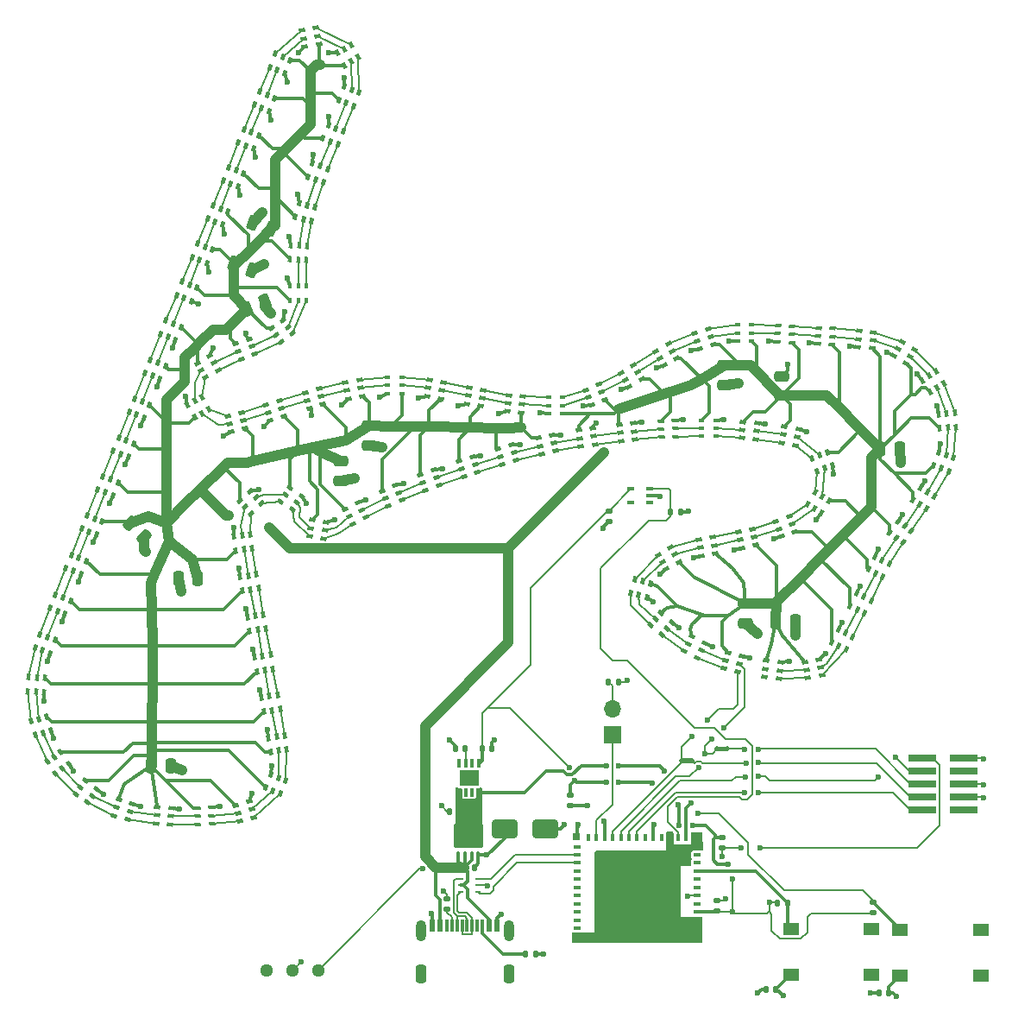
<source format=gbr>
%TF.GenerationSoftware,KiCad,Pcbnew,8.0.1*%
%TF.CreationDate,2024-05-15T12:48:43+01:00*%
%TF.ProjectId,f1-led-circuit,66312d6c-6564-42d6-9369-72637569742e,v1.0*%
%TF.SameCoordinates,Original*%
%TF.FileFunction,Copper,L1,Top*%
%TF.FilePolarity,Positive*%
%FSLAX46Y46*%
G04 Gerber Fmt 4.6, Leading zero omitted, Abs format (unit mm)*
G04 Created by KiCad (PCBNEW 8.0.1) date 2024-05-15 12:48:43*
%MOMM*%
%LPD*%
G01*
G04 APERTURE LIST*
G04 Aperture macros list*
%AMRoundRect*
0 Rectangle with rounded corners*
0 $1 Rounding radius*
0 $2 $3 $4 $5 $6 $7 $8 $9 X,Y pos of 4 corners*
0 Add a 4 corners polygon primitive as box body*
4,1,4,$2,$3,$4,$5,$6,$7,$8,$9,$2,$3,0*
0 Add four circle primitives for the rounded corners*
1,1,$1+$1,$2,$3*
1,1,$1+$1,$4,$5*
1,1,$1+$1,$6,$7*
1,1,$1+$1,$8,$9*
0 Add four rect primitives between the rounded corners*
20,1,$1+$1,$2,$3,$4,$5,0*
20,1,$1+$1,$4,$5,$6,$7,0*
20,1,$1+$1,$6,$7,$8,$9,0*
20,1,$1+$1,$8,$9,$2,$3,0*%
%AMRotRect*
0 Rectangle, with rotation*
0 The origin of the aperture is its center*
0 $1 length*
0 $2 width*
0 $3 Rotation angle, in degrees counterclockwise*
0 Add horizontal line*
21,1,$1,$2,0,0,$3*%
%AMFreePoly0*
4,1,6,0.725000,-0.725000,-0.725000,-0.725000,-0.725000,0.125000,-0.125000,0.725000,0.725000,0.725000,0.725000,-0.725000,0.725000,-0.725000,$1*%
G04 Aperture macros list end*
%TA.AperFunction,EtchedComponent*%
%ADD10C,0.000000*%
%TD*%
%TA.AperFunction,SMDPad,CuDef*%
%ADD11RotRect,0.600000X0.400000X345.000000*%
%TD*%
%TA.AperFunction,SMDPad,CuDef*%
%ADD12R,0.600000X1.150000*%
%TD*%
%TA.AperFunction,SMDPad,CuDef*%
%ADD13R,0.300000X1.150000*%
%TD*%
%TA.AperFunction,ComponentPad*%
%ADD14O,1.000000X2.100000*%
%TD*%
%TA.AperFunction,ComponentPad*%
%ADD15RoundRect,0.250000X-0.250000X-0.650000X0.250000X-0.650000X0.250000X0.650000X-0.250000X0.650000X0*%
%TD*%
%TA.AperFunction,SMDPad,CuDef*%
%ADD16RotRect,0.600000X0.400000X120.000000*%
%TD*%
%TA.AperFunction,SMDPad,CuDef*%
%ADD17R,1.550000X1.300000*%
%TD*%
%TA.AperFunction,SMDPad,CuDef*%
%ADD18RoundRect,0.250000X-0.475000X0.250000X-0.475000X-0.250000X0.475000X-0.250000X0.475000X0.250000X0*%
%TD*%
%TA.AperFunction,SMDPad,CuDef*%
%ADD19RotRect,0.600000X0.400000X200.000000*%
%TD*%
%TA.AperFunction,SMDPad,CuDef*%
%ADD20RotRect,0.600000X0.400000X190.000000*%
%TD*%
%TA.AperFunction,SMDPad,CuDef*%
%ADD21RotRect,0.600000X0.400000X247.000000*%
%TD*%
%TA.AperFunction,SMDPad,CuDef*%
%ADD22RotRect,0.600000X0.400000X248.000000*%
%TD*%
%TA.AperFunction,SMDPad,CuDef*%
%ADD23RotRect,0.600000X0.400000X98.000000*%
%TD*%
%TA.AperFunction,SMDPad,CuDef*%
%ADD24RoundRect,0.250000X-0.250000X-0.475000X0.250000X-0.475000X0.250000X0.475000X-0.250000X0.475000X0*%
%TD*%
%TA.AperFunction,SMDPad,CuDef*%
%ADD25RotRect,0.600000X0.400000X35.000000*%
%TD*%
%TA.AperFunction,SMDPad,CuDef*%
%ADD26R,0.304800X0.812800*%
%TD*%
%TA.AperFunction,SMDPad,CuDef*%
%ADD27R,1.854200X1.600200*%
%TD*%
%TA.AperFunction,SMDPad,CuDef*%
%ADD28RotRect,0.600000X0.400000X198.000000*%
%TD*%
%TA.AperFunction,SMDPad,CuDef*%
%ADD29RoundRect,0.250000X0.397383X0.360849X-0.072464X0.531859X-0.397383X-0.360849X0.072464X-0.531859X0*%
%TD*%
%TA.AperFunction,SMDPad,CuDef*%
%ADD30R,0.600000X0.400000*%
%TD*%
%TA.AperFunction,SMDPad,CuDef*%
%ADD31RoundRect,0.140000X-0.140000X-0.170000X0.140000X-0.170000X0.140000X0.170000X-0.140000X0.170000X0*%
%TD*%
%TA.AperFunction,ComponentPad*%
%ADD32R,1.700000X1.700000*%
%TD*%
%TA.AperFunction,ComponentPad*%
%ADD33O,1.700000X1.700000*%
%TD*%
%TA.AperFunction,SMDPad,CuDef*%
%ADD34RotRect,0.600000X0.400000X55.000000*%
%TD*%
%TA.AperFunction,SMDPad,CuDef*%
%ADD35RotRect,0.600000X0.400000X87.000000*%
%TD*%
%TA.AperFunction,SMDPad,CuDef*%
%ADD36RotRect,0.600000X0.400000X355.000000*%
%TD*%
%TA.AperFunction,SMDPad,CuDef*%
%ADD37RoundRect,0.250000X-1.000000X-0.650000X1.000000X-0.650000X1.000000X0.650000X-1.000000X0.650000X0*%
%TD*%
%TA.AperFunction,SMDPad,CuDef*%
%ADD38RotRect,0.600000X0.400000X6.000000*%
%TD*%
%TA.AperFunction,SMDPad,CuDef*%
%ADD39RotRect,0.600000X0.400000X170.000000*%
%TD*%
%TA.AperFunction,SMDPad,CuDef*%
%ADD40RotRect,0.600000X0.400000X319.000000*%
%TD*%
%TA.AperFunction,SMDPad,CuDef*%
%ADD41RotRect,0.600000X0.400000X67.000000*%
%TD*%
%TA.AperFunction,SMDPad,CuDef*%
%ADD42RoundRect,0.140000X0.170000X-0.140000X0.170000X0.140000X-0.170000X0.140000X-0.170000X-0.140000X0*%
%TD*%
%TA.AperFunction,SMDPad,CuDef*%
%ADD43RoundRect,0.250000X-0.512652X-0.159099X-0.159099X-0.512652X0.512652X0.159099X0.159099X0.512652X0*%
%TD*%
%TA.AperFunction,SMDPad,CuDef*%
%ADD44RoundRect,0.140000X0.140000X0.170000X-0.140000X0.170000X-0.140000X-0.170000X0.140000X-0.170000X0*%
%TD*%
%TA.AperFunction,SMDPad,CuDef*%
%ADD45R,0.800000X0.400000*%
%TD*%
%TA.AperFunction,SMDPad,CuDef*%
%ADD46R,0.400000X0.800000*%
%TD*%
%TA.AperFunction,SMDPad,CuDef*%
%ADD47FreePoly0,180.000000*%
%TD*%
%TA.AperFunction,SMDPad,CuDef*%
%ADD48R,1.450000X1.450000*%
%TD*%
%TA.AperFunction,SMDPad,CuDef*%
%ADD49R,0.700000X0.700000*%
%TD*%
%TA.AperFunction,SMDPad,CuDef*%
%ADD50RotRect,0.600000X0.400000X250.000000*%
%TD*%
%TA.AperFunction,SMDPad,CuDef*%
%ADD51RotRect,0.600000X0.400000X100.000000*%
%TD*%
%TA.AperFunction,SMDPad,CuDef*%
%ADD52RotRect,0.600000X0.400000X99.000000*%
%TD*%
%TA.AperFunction,SMDPad,CuDef*%
%ADD53RotRect,0.600000X0.400000X175.000000*%
%TD*%
%TA.AperFunction,SMDPad,CuDef*%
%ADD54RoundRect,0.100000X0.100000X-0.200000X0.100000X0.200000X-0.100000X0.200000X-0.100000X-0.200000X0*%
%TD*%
%TA.AperFunction,SMDPad,CuDef*%
%ADD55RoundRect,0.100000X1.300000X-1.075000X1.300000X1.075000X-1.300000X1.075000X-1.300000X-1.075000X0*%
%TD*%
%TA.AperFunction,SMDPad,CuDef*%
%ADD56RotRect,0.600000X0.400000X192.000000*%
%TD*%
%TA.AperFunction,SMDPad,CuDef*%
%ADD57RoundRect,0.135000X-0.135000X-0.185000X0.135000X-0.185000X0.135000X0.185000X-0.135000X0.185000X0*%
%TD*%
%TA.AperFunction,SMDPad,CuDef*%
%ADD58RoundRect,0.140000X-0.170000X0.140000X-0.170000X-0.140000X0.170000X-0.140000X0.170000X0.140000X0*%
%TD*%
%TA.AperFunction,SMDPad,CuDef*%
%ADD59RotRect,0.600000X0.400000X349.000000*%
%TD*%
%TA.AperFunction,SMDPad,CuDef*%
%ADD60RotRect,0.600000X0.400000X70.000000*%
%TD*%
%TA.AperFunction,SMDPad,CuDef*%
%ADD61RotRect,0.600000X0.400000X27.000000*%
%TD*%
%TA.AperFunction,SMDPad,CuDef*%
%ADD62RotRect,0.600000X0.400000X324.000000*%
%TD*%
%TA.AperFunction,SMDPad,CuDef*%
%ADD63RotRect,0.600000X0.400000X193.000000*%
%TD*%
%TA.AperFunction,SMDPad,CuDef*%
%ADD64RotRect,0.600000X0.400000X237.000000*%
%TD*%
%TA.AperFunction,SMDPad,CuDef*%
%ADD65RotRect,0.600000X0.400000X149.000000*%
%TD*%
%TA.AperFunction,SMDPad,CuDef*%
%ADD66RotRect,0.600000X0.400000X266.000000*%
%TD*%
%TA.AperFunction,SMDPad,CuDef*%
%ADD67RoundRect,0.135000X0.185000X-0.135000X0.185000X0.135000X-0.185000X0.135000X-0.185000X-0.135000X0*%
%TD*%
%TA.AperFunction,SMDPad,CuDef*%
%ADD68RotRect,0.600000X0.400000X325.000000*%
%TD*%
%TA.AperFunction,SMDPad,CuDef*%
%ADD69RotRect,0.600000X0.400000X42.000000*%
%TD*%
%TA.AperFunction,SMDPad,CuDef*%
%ADD70RotRect,0.600000X0.400000X356.000000*%
%TD*%
%TA.AperFunction,SMDPad,CuDef*%
%ADD71RoundRect,0.250000X0.250000X0.475000X-0.250000X0.475000X-0.250000X-0.475000X0.250000X-0.475000X0*%
%TD*%
%TA.AperFunction,SMDPad,CuDef*%
%ADD72RoundRect,0.135000X0.135000X0.185000X-0.135000X0.185000X-0.135000X-0.185000X0.135000X-0.185000X0*%
%TD*%
%TA.AperFunction,SMDPad,CuDef*%
%ADD73RotRect,0.600000X0.400000X197.000000*%
%TD*%
%TA.AperFunction,SMDPad,CuDef*%
%ADD74RotRect,0.600000X0.400000X177.000000*%
%TD*%
%TA.AperFunction,SMDPad,CuDef*%
%ADD75RotRect,0.600000X0.400000X210.000000*%
%TD*%
%TA.AperFunction,SMDPad,CuDef*%
%ADD76RotRect,0.600000X0.400000X19.000000*%
%TD*%
%TA.AperFunction,SMDPad,CuDef*%
%ADD77RotRect,0.600000X0.400000X286.000000*%
%TD*%
%TA.AperFunction,SMDPad,CuDef*%
%ADD78RoundRect,0.135000X-0.185000X0.135000X-0.185000X-0.135000X0.185000X-0.135000X0.185000X0.135000X0*%
%TD*%
%TA.AperFunction,SMDPad,CuDef*%
%ADD79C,0.500000*%
%TD*%
%TA.AperFunction,SMDPad,CuDef*%
%ADD80RotRect,0.600000X0.400000X23.000000*%
%TD*%
%TA.AperFunction,SMDPad,CuDef*%
%ADD81R,0.604799X0.229400*%
%TD*%
%TA.AperFunction,SMDPad,CuDef*%
%ADD82RotRect,0.600000X0.400000X63.000000*%
%TD*%
%TA.AperFunction,SMDPad,CuDef*%
%ADD83RotRect,0.600000X0.400000X8.000000*%
%TD*%
%TA.AperFunction,SMDPad,CuDef*%
%ADD84RoundRect,0.250000X-0.044529X-0.534923X0.415723X-0.339557X0.044529X0.534923X-0.415723X0.339557X0*%
%TD*%
%TA.AperFunction,SMDPad,CuDef*%
%ADD85RotRect,0.600000X0.400000X202.000000*%
%TD*%
%TA.AperFunction,SMDPad,CuDef*%
%ADD86R,0.400000X0.600000*%
%TD*%
%TA.AperFunction,SMDPad,CuDef*%
%ADD87RotRect,0.600000X0.400000X123.000000*%
%TD*%
%TA.AperFunction,SMDPad,CuDef*%
%ADD88RotRect,0.600000X0.400000X350.000000*%
%TD*%
%TA.AperFunction,SMDPad,CuDef*%
%ADD89RotRect,0.600000X0.400000X95.000000*%
%TD*%
%TA.AperFunction,SMDPad,CuDef*%
%ADD90RotRect,0.600000X0.400000X75.000000*%
%TD*%
%TA.AperFunction,SMDPad,CuDef*%
%ADD91RotRect,0.600000X0.400000X354.000000*%
%TD*%
%TA.AperFunction,ComponentPad*%
%ADD92C,1.295400*%
%TD*%
%TA.AperFunction,SMDPad,CuDef*%
%ADD93RotRect,0.600000X0.400000X68.000000*%
%TD*%
%TA.AperFunction,SMDPad,CuDef*%
%ADD94RotRect,0.600000X0.400000X2.000000*%
%TD*%
%TA.AperFunction,SMDPad,CuDef*%
%ADD95RotRect,0.600000X0.400000X30.000000*%
%TD*%
%TA.AperFunction,SMDPad,CuDef*%
%ADD96RoundRect,0.100000X0.225000X0.100000X-0.225000X0.100000X-0.225000X-0.100000X0.225000X-0.100000X0*%
%TD*%
%TA.AperFunction,SMDPad,CuDef*%
%ADD97RotRect,0.600000X0.400000X178.000000*%
%TD*%
%TA.AperFunction,SMDPad,CuDef*%
%ADD98RotRect,0.600000X0.400000X18.000000*%
%TD*%
%TA.AperFunction,SMDPad,CuDef*%
%ADD99RotRect,0.600000X0.400000X292.000000*%
%TD*%
%TA.AperFunction,SMDPad,CuDef*%
%ADD100RotRect,0.600000X0.400000X57.000000*%
%TD*%
%TA.AperFunction,SMDPad,CuDef*%
%ADD101RoundRect,0.250000X0.475000X-0.250000X0.475000X0.250000X-0.475000X0.250000X-0.475000X-0.250000X0*%
%TD*%
%TA.AperFunction,SMDPad,CuDef*%
%ADD102RoundRect,0.250000X-0.397383X-0.360849X0.072464X-0.531859X0.397383X0.360849X-0.072464X0.531859X0*%
%TD*%
%TA.AperFunction,SMDPad,CuDef*%
%ADD103RotRect,0.600000X0.400000X10.000000*%
%TD*%
%TA.AperFunction,SMDPad,CuDef*%
%ADD104RotRect,0.600000X0.400000X20.000000*%
%TD*%
%TA.AperFunction,SMDPad,CuDef*%
%ADD105RotRect,0.600000X0.400000X195.000000*%
%TD*%
%TA.AperFunction,SMDPad,CuDef*%
%ADD106R,2.790000X0.740000*%
%TD*%
%TA.AperFunction,SMDPad,CuDef*%
%ADD107RotRect,0.600000X0.400000X3.000000*%
%TD*%
%TA.AperFunction,SMDPad,CuDef*%
%ADD108RotRect,0.600000X0.400000X12.000000*%
%TD*%
%TA.AperFunction,SMDPad,CuDef*%
%ADD109RotRect,0.600000X0.400000X211.000000*%
%TD*%
%TA.AperFunction,SMDPad,CuDef*%
%ADD110RotRect,0.600000X0.400000X16.000000*%
%TD*%
%TA.AperFunction,SMDPad,CuDef*%
%ADD111RotRect,0.600000X0.400000X344.000000*%
%TD*%
%TA.AperFunction,SMDPad,CuDef*%
%ADD112RotRect,0.600000X0.400000X332.000000*%
%TD*%
%TA.AperFunction,SMDPad,CuDef*%
%ADD113RotRect,0.600000X0.400000X255.000000*%
%TD*%
%TA.AperFunction,SMDPad,CuDef*%
%ADD114RotRect,0.600000X0.400000X305.000000*%
%TD*%
%TA.AperFunction,SMDPad,CuDef*%
%ADD115RotRect,0.600000X0.400000X15.000000*%
%TD*%
%TA.AperFunction,ViaPad*%
%ADD116C,0.600000*%
%TD*%
%TA.AperFunction,Conductor*%
%ADD117C,0.300000*%
%TD*%
%TA.AperFunction,Conductor*%
%ADD118C,0.200000*%
%TD*%
%TA.AperFunction,Conductor*%
%ADD119C,1.000000*%
%TD*%
G04 APERTURE END LIST*
D10*
%TA.AperFunction,EtchedComponent*%
%TO.C,REF\u002A\u002A*%
G36*
X170625001Y-126375000D02*
G01*
X169625001Y-126375000D01*
X169625001Y-125875000D01*
X170625001Y-125875000D01*
X170625001Y-126375000D01*
G37*
%TD.AperFunction*%
%TA.AperFunction,EtchedComponent*%
G36*
X174075000Y-125250000D02*
G01*
X173075000Y-125250000D01*
X173075000Y-124750000D01*
X174075000Y-124750000D01*
X174075000Y-125250000D01*
G37*
%TD.AperFunction*%
%TD*%
D11*
%TO.P,U1,1,VDD*%
%TO.N,+5V*%
X174155907Y-115546086D03*
%TO.P,U1,2,DCKO*%
%TO.N,Net-(U1-DCKO)*%
X173948852Y-116318827D03*
%TO.P,U1,3,DOUT*%
%TO.N,Net-(U1-DOUT)*%
X173741797Y-117091567D03*
%TO.P,U1,4,GND*%
%TO.N,GND*%
X175508203Y-115908433D03*
%TO.P,U1,5,DCKI*%
%TO.N,/FSPICLK*%
X175301148Y-116681173D03*
%TO.P,U1,6,DIN*%
%TO.N,/FSPID*%
X175094093Y-117453914D03*
%TD*%
D12*
%TO.P,J1,A1_B12*%
%TO.N,GND*%
X145122500Y-142282500D03*
%TO.P,J1,A4_B9*%
%TO.N,+5V*%
X145922500Y-142282500D03*
D13*
%TO.P,J1,A5,CC1*%
%TO.N,Net-(J1-CC1)*%
X147072500Y-142282500D03*
%TO.P,J1,A6,D+*%
%TO.N,/D_P*%
X148072500Y-142282500D03*
%TO.P,J1,A7,D-*%
%TO.N,/D_N*%
X148572500Y-142282500D03*
%TO.P,J1,A8*%
%TO.N,N/C*%
X149572500Y-142282500D03*
D12*
%TO.P,J1,B1_A12*%
%TO.N,GND*%
X151522500Y-142282500D03*
%TO.P,J1,B4_A9*%
%TO.N,+5V*%
X150722500Y-142282500D03*
D13*
%TO.P,J1,B5,CC2*%
%TO.N,Net-(J1-CC2)*%
X150072500Y-142282500D03*
%TO.P,J1,B6,D+*%
%TO.N,/D_P*%
X149072500Y-142282500D03*
%TO.P,J1,B7,D-*%
%TO.N,/D_N*%
X147572500Y-142282500D03*
%TO.P,J1,B8*%
%TO.N,N/C*%
X146572500Y-142282500D03*
D14*
%TO.P,J1,SH1*%
X144002500Y-142857500D03*
%TO.P,J1,SH2*%
X152642500Y-142857500D03*
D15*
%TO.P,J1,SH3*%
X144002500Y-147037500D03*
%TO.P,J1,SH4*%
X152642500Y-147037500D03*
%TD*%
D16*
%TO.P,U68,1,VDD*%
%TO.N,+5V*%
X121832179Y-92481217D03*
%TO.P,U68,2,DCKO*%
%TO.N,Net-(U68-DCKO)*%
X122525000Y-92081218D03*
%TO.P,U68,3,DOUT*%
%TO.N,Net-(U68-DOUT)*%
X123217821Y-91681217D03*
%TO.P,U68,4,GND*%
%TO.N,GND*%
X121132179Y-91268783D03*
%TO.P,U68,5,DCKI*%
%TO.N,Net-(U67-DCKO)*%
X121825000Y-90868782D03*
%TO.P,U68,6,DIN*%
%TO.N,Net-(U67-DOUT)*%
X122517821Y-90468783D03*
%TD*%
D17*
%TO.P,SW1,1,A*%
%TO.N,/BOOT*%
X180325000Y-142675000D03*
%TO.P,SW1,2,B*%
%TO.N,GND*%
X180325000Y-147175000D03*
%TO.P,SW1,3*%
%TO.N,N/C*%
X188275000Y-142675000D03*
%TO.P,SW1,4*%
X188275000Y-147175000D03*
%TD*%
D18*
%TO.P,C24,1*%
%TO.N,+5V*%
X173850000Y-87400000D03*
%TO.P,C24,2*%
%TO.N,GND*%
X173850000Y-89300000D03*
%TD*%
D19*
%TO.P,U8,1,VDD*%
%TO.N,+5V*%
X180731400Y-103687340D03*
%TO.P,U8,2,DCKO*%
%TO.N,Net-(U8-DCKO)*%
X180457784Y-102935585D03*
%TO.P,U8,3,DOUT*%
%TO.N,Net-(U8-DOUT)*%
X180184169Y-102183832D03*
%TO.P,U8,4,GND*%
%TO.N,GND*%
X179415831Y-104166168D03*
%TO.P,U8,5,DCKI*%
%TO.N,Net-(U7-DCKO)*%
X179142216Y-103414415D03*
%TO.P,U8,6,DIN*%
%TO.N,Net-(U7-DOUT)*%
X178868600Y-102662660D03*
%TD*%
D20*
%TO.P,U72,1,VDD*%
%TO.N,+5V*%
X138278284Y-90391292D03*
%TO.P,U72,2,DCKO*%
%TO.N,Net-(U72-DCKO)*%
X138139365Y-89603447D03*
%TO.P,U72,3,DOUT*%
%TO.N,Net-(U72-DOUT)*%
X138000447Y-88815600D03*
%TO.P,U72,4,GND*%
%TO.N,GND*%
X136899553Y-90634400D03*
%TO.P,U72,5,DCKI*%
%TO.N,Net-(U71-DCKO)*%
X136760635Y-89846553D03*
%TO.P,U72,6,DIN*%
%TO.N,Net-(U71-DOUT)*%
X136621716Y-89058708D03*
%TD*%
D21*
%TO.P,U55,1,VDD*%
%TO.N,+5V*%
X129684916Y-61168231D03*
%TO.P,U55,2,DCKO*%
%TO.N,/LED_CHAIN2/CLOCK_CHAIN_2_TO_3*%
X128948512Y-60855646D03*
%TO.P,U55,3,DOUT*%
%TO.N,/LED_CHAIN2/DATA_CHAIN_2_TO_3*%
X128212109Y-60543061D03*
%TO.P,U55,4,GND*%
%TO.N,GND*%
X129137891Y-62456939D03*
%TO.P,U55,5,DCKI*%
%TO.N,Net-(U54-DCKO)*%
X128401488Y-62144354D03*
%TO.P,U55,6,DIN*%
%TO.N,Net-(U54-DOUT)*%
X127665084Y-61831769D03*
%TD*%
D22*
%TO.P,U45,1,VDD*%
%TO.N,+5V*%
X114303972Y-98850657D03*
%TO.P,U45,2,DCKO*%
%TO.N,Net-(U45-DCKO)*%
X113562225Y-98550971D03*
%TO.P,U45,3,DOUT*%
%TO.N,Net-(U45-DOUT)*%
X112820478Y-98251286D03*
%TO.P,U45,4,GND*%
%TO.N,GND*%
X113779522Y-100148714D03*
%TO.P,U45,5,DCKI*%
%TO.N,Net-(U44-DCKO)*%
X113037775Y-99849029D03*
%TO.P,U45,6,DIN*%
%TO.N,Net-(U44-DOUT)*%
X112296028Y-99549343D03*
%TD*%
D23*
%TO.P,U26,1,VDD*%
%TO.N,+5V*%
X125880207Y-105529526D03*
%TO.P,U26,2,DCKO*%
%TO.N,Net-(U26-DCKO)*%
X126672421Y-105418188D03*
%TO.P,U26,3,DOUT*%
%TO.N,Net-(U26-DOUT)*%
X127464636Y-105306849D03*
%TO.P,U26,4,GND*%
%TO.N,GND*%
X125685364Y-104143151D03*
%TO.P,U26,5,DCKI*%
%TO.N,/LED_CHAIN1/CLOCK_CHAIN_2_TO_3*%
X126477579Y-104031812D03*
%TO.P,U26,6,DIN*%
%TO.N,/LED_CHAIN1/DATA_CHAIN_2_TO_3*%
X127269793Y-103920474D03*
%TD*%
D24*
%TO.P,C26,1*%
%TO.N,+5V*%
X189125000Y-95575000D03*
%TO.P,C26,2*%
%TO.N,GND*%
X191025000Y-95575000D03*
%TD*%
D25*
%TO.P,U65,1,VDD*%
%TO.N,+5V*%
X129367732Y-83746182D03*
%TO.P,U65,2,DCKO*%
%TO.N,Net-(U65-DCKO)*%
X129826594Y-84401504D03*
%TO.P,U65,3,DOUT*%
%TO.N,Net-(U65-DOUT)*%
X130285455Y-85056825D03*
%TO.P,U65,4,GND*%
%TO.N,GND*%
X130514545Y-82943175D03*
%TO.P,U65,5,DCKI*%
%TO.N,/LED_CHAIN2/CLOCK_CHAIN_3_TO_4*%
X130973406Y-83598496D03*
%TO.P,U65,6,DIN*%
%TO.N,/LED_CHAIN2/DATA_CHAIN_3_TO_4*%
X131432268Y-84253818D03*
%TD*%
D26*
%TO.P,U202,1,OUT*%
%TO.N,+3.3V*%
X149724979Y-126427600D03*
%TO.P,U202,2,NC*%
%TO.N,unconnected-(U202-NC-Pad2)*%
X149074993Y-126427600D03*
%TO.P,U202,3,NR*%
%TO.N,Net-(U202-NR)*%
X148425007Y-126427600D03*
%TO.P,U202,4*%
%TO.N,N/C*%
X147775021Y-126427600D03*
%TO.P,U202,5,EN*%
%TO.N,/EN*%
X147775021Y-129272400D03*
%TO.P,U202,6,NC*%
%TO.N,unconnected-(U202-NC-Pad6)*%
X148425007Y-129272400D03*
%TO.P,U202,7,NC*%
%TO.N,unconnected-(U202-NC-Pad7)*%
X149074993Y-129272400D03*
%TO.P,U202,8,IN*%
%TO.N,/EN*%
X149724979Y-129272400D03*
D27*
%TO.P,U202,9*%
%TO.N,N/C*%
X148750000Y-127850000D03*
%TD*%
D22*
%TO.P,U46,1,VDD*%
%TO.N,+5V*%
X115853972Y-95050657D03*
%TO.P,U46,2,DCKO*%
%TO.N,/LED_CHAIN2/CLOCK_CHAIN_1_TO_2*%
X115112225Y-94750971D03*
%TO.P,U46,3,DOUT*%
%TO.N,/LED_CHAIN2/DATA_CHAIN_1_TO_2*%
X114370478Y-94451286D03*
%TO.P,U46,4,GND*%
%TO.N,GND*%
X115329522Y-96348714D03*
%TO.P,U46,5,DCKI*%
%TO.N,Net-(U45-DCKO)*%
X114587775Y-96049029D03*
%TO.P,U46,6,DIN*%
%TO.N,Net-(U45-DOUT)*%
X113846028Y-95749343D03*
%TD*%
D28*
%TO.P,U81,1,VDD*%
%TO.N,+5V*%
X172712953Y-85319534D03*
%TO.P,U81,2,DCKO*%
%TO.N,Net-(U81-DCKO)*%
X172465740Y-84558689D03*
%TO.P,U81,3,DOUT*%
%TO.N,Net-(U81-DOUT)*%
X172218526Y-83797844D03*
%TO.P,U81,4,GND*%
%TO.N,GND*%
X171381474Y-85752156D03*
%TO.P,U81,5,DCKI*%
%TO.N,Net-(U80-DCKO)*%
X171134260Y-84991311D03*
%TO.P,U81,6,DIN*%
%TO.N,Net-(U80-DOUT)*%
X170887047Y-84230466D03*
%TD*%
D29*
%TO.P,C22,1*%
%TO.N,+5V*%
X129292708Y-74024919D03*
%TO.P,C22,2*%
%TO.N,GND*%
X127507292Y-73375081D03*
%TD*%
D30*
%TO.P,U73,1,VDD*%
%TO.N,+5V*%
X142150000Y-90125000D03*
%TO.P,U73,2,DCKO*%
%TO.N,Net-(U73-DCKO)*%
X142150000Y-89325000D03*
%TO.P,U73,3,DOUT*%
%TO.N,Net-(U73-DOUT)*%
X142150000Y-88525000D03*
%TO.P,U73,4,GND*%
%TO.N,GND*%
X140750000Y-90125000D03*
%TO.P,U73,5,DCKI*%
%TO.N,Net-(U72-DCKO)*%
X140750000Y-89325000D03*
%TO.P,U73,6,DIN*%
%TO.N,Net-(U72-DOUT)*%
X140750000Y-88525000D03*
%TD*%
D24*
%TO.P,C15,1*%
%TO.N,+5V*%
X117575000Y-126675000D03*
%TO.P,C15,2*%
%TO.N,GND*%
X119475000Y-126675000D03*
%TD*%
D22*
%TO.P,U42,1,VDD*%
%TO.N,+5V*%
X109628971Y-110475656D03*
%TO.P,U42,2,DCKO*%
%TO.N,Net-(U42-DCKO)*%
X108887225Y-110175973D03*
%TO.P,U42,3,DOUT*%
%TO.N,Net-(U42-DOUT)*%
X108145477Y-109876286D03*
%TO.P,U42,4,GND*%
%TO.N,GND*%
X109104523Y-111773714D03*
%TO.P,U42,5,DCKI*%
%TO.N,Net-(U41-DCKO)*%
X108362775Y-111474027D03*
%TO.P,U42,6,DIN*%
%TO.N,Net-(U41-DOUT)*%
X107621029Y-111174344D03*
%TD*%
D31*
%TO.P,C3,1*%
%TO.N,GND*%
X188965000Y-148925000D03*
%TO.P,C3,2*%
X189925000Y-148925000D03*
%TD*%
D32*
%TO.P,JP1,1,A*%
%TO.N,Net-(JP1-A)*%
X162825000Y-123575000D03*
D33*
%TO.P,JP1,2,B*%
%TO.N,Net-(JP1-B)*%
X162825000Y-121035000D03*
%TD*%
D34*
%TO.P,U91,1,VDD*%
%TO.N,+5V*%
X190043175Y-103814547D03*
%TO.P,U91,2,DCKO*%
%TO.N,Net-(U91-DCKO)*%
X190698497Y-104273406D03*
%TO.P,U91,3,DOUT*%
%TO.N,Net-(U91-DOUT)*%
X191353818Y-104732268D03*
%TO.P,U91,4,GND*%
%TO.N,GND*%
X190846182Y-102667732D03*
%TO.P,U91,5,DCKI*%
%TO.N,Net-(U90-DCKO)*%
X191501503Y-103126594D03*
%TO.P,U91,6,DIN*%
%TO.N,Net-(U90-DOUT)*%
X192156825Y-103585453D03*
%TD*%
D31*
%TO.P,C7,1*%
%TO.N,+3.3V*%
X150020000Y-125000000D03*
%TO.P,C7,2*%
%TO.N,GND*%
X150980000Y-125000000D03*
%TD*%
D35*
%TO.P,U63,1,VDD*%
%TO.N,+5V*%
X131214461Y-76957172D03*
%TO.P,U63,2,DCKO*%
%TO.N,Net-(U63-DCKO)*%
X132013364Y-76999040D03*
%TO.P,U63,3,DOUT*%
%TO.N,Net-(U63-DOUT)*%
X132812268Y-77040909D03*
%TO.P,U63,4,GND*%
%TO.N,GND*%
X131287732Y-75559091D03*
%TO.P,U63,5,DCKI*%
%TO.N,Net-(U62-DCKO)*%
X132086636Y-75600960D03*
%TO.P,U63,6,DIN*%
%TO.N,Net-(U62-DOUT)*%
X132885539Y-75642828D03*
%TD*%
D36*
%TO.P,U12,1,VDD*%
%TO.N,+5V*%
X175647388Y-92917035D03*
%TO.P,U12,2,DCKO*%
%TO.N,Net-(U12-DCKO)*%
X175577664Y-93713991D03*
%TO.P,U12,3,DOUT*%
%TO.N,Net-(U12-DOUT)*%
X175507939Y-94510947D03*
%TO.P,U12,4,GND*%
%TO.N,GND*%
X177042061Y-93039053D03*
%TO.P,U12,5,DCKI*%
%TO.N,Net-(U11-DCKO)*%
X176972336Y-93836009D03*
%TO.P,U12,6,DIN*%
%TO.N,Net-(U11-DOUT)*%
X176902612Y-94632965D03*
%TD*%
D37*
%TO.P,D1,1,A1*%
%TO.N,Net-(D1-A1)*%
X152250000Y-132825000D03*
%TO.P,D1,2,A2*%
%TO.N,GND*%
X156250000Y-132825000D03*
%TD*%
D38*
%TO.P,U15,1,VDD*%
%TO.N,+5V*%
X163495211Y-93202554D03*
%TO.P,U15,2,DCKO*%
%TO.N,Net-(U15-DCKO)*%
X163578835Y-93998170D03*
%TO.P,U15,3,DOUT*%
%TO.N,Net-(U15-DOUT)*%
X163662458Y-94793787D03*
%TO.P,U15,4,GND*%
%TO.N,GND*%
X164887542Y-93056213D03*
%TO.P,U15,5,DCKI*%
%TO.N,Net-(U14-DCKO)*%
X164971165Y-93851830D03*
%TO.P,U15,6,DIN*%
%TO.N,Net-(U14-DOUT)*%
X165054789Y-94647446D03*
%TD*%
D39*
%TO.P,U75,1,VDD*%
%TO.N,+5V*%
X149900447Y-91384400D03*
%TO.P,U75,2,DCKO*%
%TO.N,Net-(U75-DCKO)*%
X150039365Y-90596554D03*
%TO.P,U75,3,DOUT*%
%TO.N,Net-(U75-DOUT)*%
X150178284Y-89808708D03*
%TO.P,U75,4,GND*%
%TO.N,GND*%
X148521716Y-91141292D03*
%TO.P,U75,5,DCKI*%
%TO.N,Net-(U74-DCKO)*%
X148660635Y-90353446D03*
%TO.P,U75,6,DIN*%
%TO.N,Net-(U74-DOUT)*%
X148799553Y-89565600D03*
%TD*%
D40*
%TO.P,U3,1,VDD*%
%TO.N,+5V*%
X167621551Y-111661991D03*
%TO.P,U3,2,DCKO*%
%TO.N,Net-(U3-DCKO)*%
X167096703Y-112265758D03*
%TO.P,U3,3,DOUT*%
%TO.N,Net-(U3-DOUT)*%
X166571857Y-112869527D03*
%TO.P,U3,4,GND*%
%TO.N,GND*%
X168678143Y-112580473D03*
%TO.P,U3,5,DCKI*%
%TO.N,Net-(U2-DCKO)*%
X168153297Y-113184242D03*
%TO.P,U3,6,DIN*%
%TO.N,Net-(U2-DOUT)*%
X167628449Y-113788009D03*
%TD*%
D41*
%TO.P,U60,1,VDD*%
%TO.N,+5V*%
X134415084Y-65106768D03*
%TO.P,U60,2,DCKO*%
%TO.N,Net-(U60-DCKO)*%
X135151488Y-65419354D03*
%TO.P,U60,3,DOUT*%
%TO.N,Net-(U60-DOUT)*%
X135887892Y-65731938D03*
%TO.P,U60,4,GND*%
%TO.N,GND*%
X134962108Y-63818062D03*
%TO.P,U60,5,DCKI*%
%TO.N,Net-(U59-DCKO)*%
X135698512Y-64130646D03*
%TO.P,U60,6,DIN*%
%TO.N,Net-(U59-DOUT)*%
X136434916Y-64443232D03*
%TD*%
D42*
%TO.P,C9,1*%
%TO.N,+3.3V*%
X173075000Y-140855000D03*
%TO.P,C9,2*%
%TO.N,GND*%
X173075000Y-139895000D03*
%TD*%
D43*
%TO.P,C21,1*%
%TO.N,+5V*%
X115528249Y-102853249D03*
%TO.P,C21,2*%
%TO.N,GND*%
X116871751Y-104196751D03*
%TD*%
D22*
%TO.P,U51,1,VDD*%
%TO.N,+5V*%
X123578972Y-76050657D03*
%TO.P,U51,2,DCKO*%
%TO.N,Net-(U51-DCKO)*%
X122837225Y-75750973D03*
%TO.P,U51,3,DOUT*%
%TO.N,Net-(U51-DOUT)*%
X122095477Y-75451286D03*
%TO.P,U51,4,GND*%
%TO.N,GND*%
X123054523Y-77348714D03*
%TO.P,U51,5,DCKI*%
%TO.N,Net-(U50-DCKO)*%
X122312775Y-77049027D03*
%TO.P,U51,6,DIN*%
%TO.N,Net-(U50-DOUT)*%
X121571028Y-76749343D03*
%TD*%
D44*
%TO.P,C4,1*%
%TO.N,/EN*%
X147780000Y-131100000D03*
%TO.P,C4,2*%
%TO.N,GND*%
X146820000Y-131100000D03*
%TD*%
D45*
%TO.P,U200,1,GND*%
%TO.N,GND*%
X171150000Y-142575000D03*
%TO.P,U200,2,GND*%
X171150000Y-141775000D03*
%TO.P,U200,3,3V3*%
%TO.N,+3.3V*%
X171150000Y-140975000D03*
%TO.P,U200,4,NC*%
%TO.N,unconnected-(U200-NC-Pad4)*%
X171150000Y-140175000D03*
%TO.P,U200,5,GPIO2/ADC1_CH2*%
%TO.N,Net-(J2-~{RESET})*%
X171150000Y-139375000D03*
%TO.P,U200,6,GPIO3/ADC1_CH3*%
%TO.N,unconnected-(U200-GPIO3{slash}ADC1_CH3-Pad6)*%
X171150000Y-138575000D03*
%TO.P,U200,7,NC*%
%TO.N,unconnected-(U200-NC-Pad7)*%
X171150000Y-137775000D03*
%TO.P,U200,8,EN/CHIP_PU*%
%TO.N,/BOOT*%
X171150000Y-136975000D03*
%TO.P,U200,9,NC*%
%TO.N,unconnected-(U200-NC-Pad9)*%
X171150000Y-136175000D03*
%TO.P,U200,10,NC*%
%TO.N,unconnected-(U200-NC-Pad10)*%
X171150000Y-135375000D03*
%TO.P,U200,11,GND*%
%TO.N,GND*%
X171150000Y-134575000D03*
D46*
%TO.P,U200,12,GPIO0/ADC1_CH0/XTAL_32K_P*%
%TO.N,/EN*%
X170050000Y-133675000D03*
%TO.P,U200,13,GPIO1/ADC1_CH1/XTAL_32K_N*%
%TO.N,/ADC1_CH1*%
X169250000Y-133675000D03*
%TO.P,U200,14,GND*%
%TO.N,GND*%
X168450000Y-133675000D03*
%TO.P,U200,15,NC*%
%TO.N,unconnected-(U200-NC-Pad15)*%
X167650000Y-133675000D03*
%TO.P,U200,16,GPIO10*%
%TO.N,/START{slash}STOP*%
X166850000Y-133675000D03*
%TO.P,U200,17,NC*%
%TO.N,unconnected-(U200-NC-Pad17)*%
X166050000Y-133675000D03*
%TO.P,U200,18,GPIO4/ADC1_CH4*%
%TO.N,/MTMS*%
X165250000Y-133675000D03*
%TO.P,U200,19,GPIO5/ADC2_CH0*%
%TO.N,/MTDI*%
X164450000Y-133675000D03*
%TO.P,U200,20,GPIO6*%
%TO.N,/FSPICLK*%
X163650000Y-133675000D03*
%TO.P,U200,21,GPIO7*%
%TO.N,/FSPID*%
X162850000Y-133675000D03*
%TO.P,U200,22,GPIO8*%
%TO.N,Net-(U200-GPIO8)*%
X162050000Y-133675000D03*
%TO.P,U200,23,GPIO9*%
%TO.N,Net-(JP1-A)*%
X161250000Y-133675000D03*
%TO.P,U200,24,NC*%
%TO.N,unconnected-(U200-NC-Pad24)*%
X160450000Y-133675000D03*
D45*
%TO.P,U200,25,NC*%
%TO.N,unconnected-(U200-NC-Pad25)*%
X159350000Y-134575000D03*
%TO.P,U200,26,GPIO18/USB_D-*%
%TO.N,/D_FS_N*%
X159350000Y-135375000D03*
%TO.P,U200,27,GPIO19/USB_D+*%
%TO.N,/D_FS_P*%
X159350000Y-136175000D03*
%TO.P,U200,28,NC*%
%TO.N,unconnected-(U200-NC-Pad28)*%
X159350000Y-136975000D03*
%TO.P,U200,29,NC*%
%TO.N,unconnected-(U200-NC-Pad29)*%
X159350000Y-137775000D03*
%TO.P,U200,30,GPIO20/U0RXD*%
%TO.N,unconnected-(U200-GPIO20{slash}U0RXD-Pad30)*%
X159350000Y-138575000D03*
%TO.P,U200,31,GPIO21/U0TXD*%
%TO.N,unconnected-(U200-GPIO21{slash}U0TXD-Pad31)*%
X159350000Y-139375000D03*
%TO.P,U200,32,NC*%
%TO.N,unconnected-(U200-NC-Pad32)*%
X159350000Y-140175000D03*
%TO.P,U200,33,NC*%
%TO.N,unconnected-(U200-NC-Pad33)*%
X159350000Y-140975000D03*
%TO.P,U200,34,NC*%
%TO.N,unconnected-(U200-NC-Pad34)*%
X159350000Y-141775000D03*
%TO.P,U200,35,NC*%
%TO.N,unconnected-(U200-NC-Pad35)*%
X159350000Y-142575000D03*
D46*
%TO.P,U200,36,GND*%
%TO.N,GND*%
X160450000Y-143475000D03*
%TO.P,U200,37,GND*%
X161250000Y-143475000D03*
%TO.P,U200,38,GND*%
X162050000Y-143475000D03*
%TO.P,U200,39,GND*%
X162850000Y-143475000D03*
%TO.P,U200,40,GND*%
X163650000Y-143475000D03*
%TO.P,U200,41,GND*%
X164450000Y-143475000D03*
%TO.P,U200,42,GND*%
X165250000Y-143475000D03*
%TO.P,U200,43,GND*%
X166050000Y-143475000D03*
%TO.P,U200,44,GND*%
X166850000Y-143475000D03*
%TO.P,U200,45,GND*%
X167650000Y-143475000D03*
%TO.P,U200,46,GND*%
X168450000Y-143475000D03*
%TO.P,U200,47,GND*%
X169250000Y-143475000D03*
%TO.P,U200,48,GND*%
X170050000Y-143475000D03*
D47*
%TO.P,U200,49,GND*%
X167225000Y-140550000D03*
D48*
X167225000Y-138575000D03*
X167225000Y-136600000D03*
X165250000Y-140550000D03*
X165250000Y-138575000D03*
X165250000Y-136600000D03*
X163275000Y-140550000D03*
X163275000Y-138575000D03*
X163275000Y-136600000D03*
D49*
%TO.P,U200,50,GND*%
X159300000Y-143525000D03*
%TO.P,U200,51,GND*%
X159300000Y-133625000D03*
%TO.P,U200,52,GND*%
X171200000Y-133625000D03*
%TO.P,U200,53,GND*%
X171200000Y-143525000D03*
%TD*%
D50*
%TO.P,U41,1,VDD*%
%TO.N,+5V*%
X108141168Y-114290832D03*
%TO.P,U41,2,DCKO*%
%TO.N,Net-(U41-DCKO)*%
X107389414Y-114017215D03*
%TO.P,U41,3,DOUT*%
%TO.N,Net-(U41-DOUT)*%
X106637659Y-113743599D03*
%TO.P,U41,4,GND*%
%TO.N,GND*%
X107662341Y-115606401D03*
%TO.P,U41,5,DCKI*%
%TO.N,Net-(U40-DCKO)*%
X106910586Y-115332785D03*
%TO.P,U41,6,DIN*%
%TO.N,Net-(U40-DOUT)*%
X106158832Y-115059168D03*
%TD*%
D51*
%TO.P,U30,1,VDD*%
%TO.N,+5V*%
X128633708Y-121353284D03*
%TO.P,U30,2,DCKO*%
%TO.N,Net-(U30-DCKO)*%
X129421554Y-121214365D03*
%TO.P,U30,3,DOUT*%
%TO.N,Net-(U30-DOUT)*%
X130209400Y-121075447D03*
%TO.P,U30,4,GND*%
%TO.N,GND*%
X128390600Y-119974553D03*
%TO.P,U30,5,DCKI*%
%TO.N,Net-(U29-DCKO)*%
X129178446Y-119835635D03*
%TO.P,U30,6,DIN*%
%TO.N,Net-(U29-DOUT)*%
X129966292Y-119696716D03*
%TD*%
D52*
%TO.P,U27,1,VDD*%
%TO.N,+5V*%
X126519353Y-109491529D03*
%TO.P,U27,2,DCKO*%
%TO.N,Net-(U27-DCKO)*%
X127309503Y-109366381D03*
%TO.P,U27,3,DOUT*%
%TO.N,Net-(U27-DOUT)*%
X128099654Y-109241234D03*
%TO.P,U27,4,GND*%
%TO.N,GND*%
X126300346Y-108108766D03*
%TO.P,U27,5,DCKI*%
%TO.N,Net-(U26-DCKO)*%
X127090497Y-107983619D03*
%TO.P,U27,6,DIN*%
%TO.N,Net-(U26-DOUT)*%
X127880647Y-107858471D03*
%TD*%
D53*
%TO.P,U85,1,VDD*%
%TO.N,+5V*%
X188302612Y-85707964D03*
%TO.P,U85,2,DCKO*%
%TO.N,/LED_CHAIN3/CLOCK_CHAIN_2_TO_3*%
X188372337Y-84911008D03*
%TO.P,U85,3,DOUT*%
%TO.N,/LED_CHAIN3/DATA_CHAIN_2_TO_3*%
X188442061Y-84114054D03*
%TO.P,U85,4,GND*%
%TO.N,GND*%
X186907939Y-85585946D03*
%TO.P,U85,5,DCKI*%
%TO.N,Net-(U84-DCKO)*%
X186977663Y-84788992D03*
%TO.P,U85,6,DIN*%
%TO.N,Net-(U84-DOUT)*%
X187047388Y-83992036D03*
%TD*%
D54*
%TO.P,Q1,1,S*%
%TO.N,+5V*%
X147700000Y-135375000D03*
%TO.P,Q1,2,S*%
X148350000Y-135375000D03*
%TO.P,Q1,3,S*%
X149000000Y-135375000D03*
%TO.P,Q1,4,G*%
%TO.N,Net-(D1-A1)*%
X149650000Y-135375000D03*
%TO.P,Q1,5,D*%
%TO.N,/EN*%
X149650000Y-132425000D03*
%TO.P,Q1,6,D*%
X149000000Y-132425000D03*
%TO.P,Q1,7,D*%
X148350000Y-132425000D03*
D55*
%TO.P,Q1,8,D*%
X148675000Y-133550000D03*
D54*
X147700000Y-132425000D03*
%TD*%
D56*
%TO.P,U7,1,VDD*%
%TO.N,+5V*%
X176901032Y-104986981D03*
%TO.P,U7,2,DCKO*%
%TO.N,Net-(U7-DCKO)*%
X176734703Y-104204463D03*
%TO.P,U7,3,DOUT*%
%TO.N,Net-(U7-DOUT)*%
X176568373Y-103421945D03*
%TO.P,U7,4,GND*%
%TO.N,GND*%
X175531627Y-105278055D03*
%TO.P,U7,5,DCKI*%
%TO.N,/LED_CHAIN1/DCKI*%
X175365297Y-104495537D03*
%TO.P,U7,6,DIN*%
%TO.N,/LED_CHAIN1/DIN*%
X175198968Y-103713019D03*
%TD*%
D57*
%TO.P,R1,1*%
%TO.N,+3.3V*%
X179015000Y-140075000D03*
%TO.P,R1,2*%
%TO.N,/BOOT*%
X180035000Y-140075000D03*
%TD*%
D58*
%TO.P,C8,1*%
%TO.N,+3.3V*%
X162475000Y-101695000D03*
%TO.P,C8,2*%
%TO.N,GND*%
X162475000Y-102655000D03*
%TD*%
D59*
%TO.P,U11,1,VDD*%
%TO.N,+5V*%
X179715508Y-93381133D03*
%TO.P,U11,2,DCKO*%
%TO.N,Net-(U11-DCKO)*%
X179562862Y-94166435D03*
%TO.P,U11,3,DOUT*%
%TO.N,Net-(U11-DOUT)*%
X179410214Y-94951735D03*
%TO.P,U11,4,GND*%
%TO.N,GND*%
X181089786Y-93648265D03*
%TO.P,U11,5,DCKI*%
%TO.N,Net-(U10-DCKO)*%
X180937138Y-94433565D03*
%TO.P,U11,6,DIN*%
%TO.N,Net-(U10-DOUT)*%
X180784492Y-95218867D03*
%TD*%
D18*
%TO.P,C1,1*%
%TO.N,+5V*%
X175900000Y-110775000D03*
%TO.P,C1,2*%
%TO.N,GND*%
X175900000Y-112675000D03*
%TD*%
D60*
%TO.P,U89,1,VDD*%
%TO.N,+5V*%
X194333832Y-97209169D03*
%TO.P,U89,2,DCKO*%
%TO.N,Net-(U89-DCKO)*%
X195085585Y-97482784D03*
%TO.P,U89,3,DOUT*%
%TO.N,Net-(U89-DOUT)*%
X195837340Y-97756401D03*
%TO.P,U89,4,GND*%
%TO.N,GND*%
X194812660Y-95893599D03*
%TO.P,U89,5,DCKI*%
%TO.N,Net-(U88-DCKO)*%
X195564415Y-96167216D03*
%TO.P,U89,6,DIN*%
%TO.N,Net-(U88-DOUT)*%
X196316168Y-96440831D03*
%TD*%
D22*
%TO.P,U50,1,VDD*%
%TO.N,+5V*%
X122053972Y-79775657D03*
%TO.P,U50,2,DCKO*%
%TO.N,Net-(U50-DCKO)*%
X121312225Y-79475971D03*
%TO.P,U50,3,DOUT*%
%TO.N,Net-(U50-DOUT)*%
X120570478Y-79176286D03*
%TO.P,U50,4,GND*%
%TO.N,GND*%
X121529522Y-81073714D03*
%TO.P,U50,5,DCKI*%
%TO.N,Net-(U49-DCKO)*%
X120787775Y-80774029D03*
%TO.P,U50,6,DIN*%
%TO.N,Net-(U49-DOUT)*%
X120046028Y-80474343D03*
%TD*%
D61*
%TO.P,U22,1,VDD*%
%TO.N,+5V*%
X136613103Y-101479988D03*
%TO.P,U22,2,DCKO*%
%TO.N,Net-(U22-DCKO)*%
X136976295Y-102192792D03*
%TO.P,U22,3,DOUT*%
%TO.N,Net-(U22-DOUT)*%
X137339488Y-102905599D03*
%TO.P,U22,4,GND*%
%TO.N,GND*%
X137860512Y-100844401D03*
%TO.P,U22,5,DCKI*%
%TO.N,Net-(U21-DCKO)*%
X138223705Y-101557208D03*
%TO.P,U22,6,DIN*%
%TO.N,Net-(U21-DOUT)*%
X138586897Y-102270012D03*
%TD*%
D62*
%TO.P,U37,1,VDD*%
%TO.N,+5V*%
X111103917Y-128116336D03*
%TO.P,U37,2,DCKO*%
%TO.N,Net-(U37-DCKO)*%
X110633690Y-128763550D03*
%TO.P,U37,3,DOUT*%
%TO.N,Net-(U37-DOUT)*%
X110163461Y-129410764D03*
%TO.P,U37,4,GND*%
%TO.N,GND*%
X112236539Y-128939236D03*
%TO.P,U37,5,DCKI*%
%TO.N,/LED_CHAIN1/DCKO*%
X111766310Y-129586450D03*
%TO.P,U37,6,DIN*%
%TO.N,/LED_CHAIN1/DOUT*%
X111296083Y-130233664D03*
%TD*%
D63*
%TO.P,U69,1,VDD*%
%TO.N,+5V*%
X126762020Y-93572030D03*
%TO.P,U69,2,DCKO*%
%TO.N,Net-(U69-DCKO)*%
X126582059Y-92792534D03*
%TO.P,U69,3,DOUT*%
%TO.N,Net-(U69-DOUT)*%
X126402098Y-92013038D03*
%TO.P,U69,4,GND*%
%TO.N,GND*%
X125397902Y-93886962D03*
%TO.P,U69,5,DCKI*%
%TO.N,Net-(U68-DCKO)*%
X125217941Y-93107466D03*
%TO.P,U69,6,DIN*%
%TO.N,Net-(U68-DOUT)*%
X125037980Y-92327970D03*
%TD*%
D64*
%TO.P,U9,1,VDD*%
%TO.N,+5V*%
X184102184Y-100673642D03*
%TO.P,U9,2,DCKO*%
%TO.N,Net-(U10-DCKI)*%
X183431247Y-100237931D03*
%TO.P,U9,3,DOUT*%
%TO.N,Net-(U10-DIN)*%
X182760311Y-99802219D03*
%TO.P,U9,4,GND*%
%TO.N,GND*%
X183339689Y-101847781D03*
%TO.P,U9,5,DCKI*%
%TO.N,Net-(U8-DCKO)*%
X182668753Y-101412069D03*
%TO.P,U9,6,DIN*%
%TO.N,Net-(U8-DOUT)*%
X181997816Y-100976358D03*
%TD*%
D22*
%TO.P,U48,1,VDD*%
%TO.N,+5V*%
X118953972Y-87425657D03*
%TO.P,U48,2,DCKO*%
%TO.N,Net-(U48-DCKO)*%
X118212225Y-87125971D03*
%TO.P,U48,3,DOUT*%
%TO.N,Net-(U48-DOUT)*%
X117470478Y-86826286D03*
%TO.P,U48,4,GND*%
%TO.N,GND*%
X118429522Y-88723714D03*
%TO.P,U48,5,DCKI*%
%TO.N,Net-(U47-DCKO)*%
X117687775Y-88424029D03*
%TO.P,U48,6,DIN*%
%TO.N,Net-(U47-DOUT)*%
X116946028Y-88124343D03*
%TD*%
D65*
%TO.P,U86,1,VDD*%
%TO.N,+5V*%
X191637987Y-87196260D03*
%TO.P,U86,2,DCKO*%
%TO.N,Net-(U86-DCKO)*%
X192050017Y-86510527D03*
%TO.P,U86,3,DOUT*%
%TO.N,Net-(U86-DOUT)*%
X192462048Y-85824793D03*
%TO.P,U86,4,GND*%
%TO.N,GND*%
X190437952Y-86475207D03*
%TO.P,U86,5,DCKI*%
%TO.N,/LED_CHAIN3/CLOCK_CHAIN_2_TO_3*%
X190849983Y-85789473D03*
%TO.P,U86,6,DIN*%
%TO.N,/LED_CHAIN3/DATA_CHAIN_2_TO_3*%
X191262013Y-85103740D03*
%TD*%
D66*
%TO.P,U40,1,VDD*%
%TO.N,+5V*%
X107146880Y-118057511D03*
%TO.P,U40,2,DCKO*%
%TO.N,Net-(U40-DCKO)*%
X106348829Y-118001705D03*
%TO.P,U40,3,DOUT*%
%TO.N,Net-(U40-DOUT)*%
X105550777Y-117945899D03*
%TO.P,U40,4,GND*%
%TO.N,GND*%
X107049223Y-119454101D03*
%TO.P,U40,5,DCKI*%
%TO.N,Net-(U39-DCKO)*%
X106251171Y-119398295D03*
%TO.P,U40,6,DIN*%
%TO.N,Net-(U39-DOUT)*%
X105453120Y-119342489D03*
%TD*%
D30*
%TO.P,U77,1,VDD*%
%TO.N,+5V*%
X157950000Y-92125000D03*
%TO.P,U77,2,DCKO*%
%TO.N,Net-(U77-DCKO)*%
X157950000Y-91325000D03*
%TO.P,U77,3,DOUT*%
%TO.N,Net-(U77-DOUT)*%
X157950000Y-90525000D03*
%TO.P,U77,4,GND*%
%TO.N,GND*%
X156550000Y-92125000D03*
%TO.P,U77,5,DCKI*%
%TO.N,/LED_CHAIN3/CLOCK_CHAIN_1_TO_2*%
X156550000Y-91325000D03*
%TO.P,U77,6,DIN*%
%TO.N,/LED_CHAIN3/DATA_CHAIN_1_TO_2*%
X156550000Y-90525000D03*
%TD*%
D67*
%TO.P,R6,1*%
%TO.N,Net-(U200-GPIO8)*%
X158675000Y-130535000D03*
%TO.P,R6,2*%
%TO.N,+3.3V*%
X158675000Y-129515000D03*
%TD*%
D17*
%TO.P,SW2,1,A*%
%TO.N,/START{slash}STOP*%
X191000000Y-142750000D03*
%TO.P,SW2,2,B*%
%TO.N,GND*%
X191000000Y-147250000D03*
%TO.P,SW2,3*%
%TO.N,N/C*%
X198950000Y-142750000D03*
%TO.P,SW2,4*%
X198950000Y-147250000D03*
%TD*%
D68*
%TO.P,U24,1,VDD*%
%TO.N,+5V*%
X131185453Y-99393175D03*
%TO.P,U24,2,DCKO*%
%TO.N,Net-(U24-DCKO)*%
X130726593Y-100048496D03*
%TO.P,U24,3,DOUT*%
%TO.N,Net-(U24-DOUT)*%
X130267732Y-100703818D03*
%TO.P,U24,4,GND*%
%TO.N,GND*%
X132332268Y-100196182D03*
%TO.P,U24,5,DCKI*%
%TO.N,Net-(U23-DCKO)*%
X131873407Y-100851504D03*
%TO.P,U24,6,DIN*%
%TO.N,Net-(U23-DOUT)*%
X131414547Y-101506825D03*
%TD*%
D69*
%TO.P,U25,1,VDD*%
%TO.N,+5V*%
X126269494Y-100698876D03*
%TO.P,U25,2,DCKO*%
%TO.N,/LED_CHAIN1/CLOCK_CHAIN_2_TO_3*%
X126804799Y-101293391D03*
%TO.P,U25,3,DOUT*%
%TO.N,/LED_CHAIN1/DATA_CHAIN_2_TO_3*%
X127340103Y-101887907D03*
%TO.P,U25,4,GND*%
%TO.N,GND*%
X127309897Y-99762093D03*
%TO.P,U25,5,DCKI*%
%TO.N,Net-(U24-DCKO)*%
X127845201Y-100356609D03*
%TO.P,U25,6,DIN*%
%TO.N,Net-(U24-DOUT)*%
X128380506Y-100951124D03*
%TD*%
D22*
%TO.P,U53,1,VDD*%
%TO.N,+5V*%
X126628972Y-68550657D03*
%TO.P,U53,2,DCKO*%
%TO.N,Net-(U53-DCKO)*%
X125887225Y-68250973D03*
%TO.P,U53,3,DOUT*%
%TO.N,Net-(U53-DOUT)*%
X125145478Y-67951286D03*
%TO.P,U53,4,GND*%
%TO.N,GND*%
X126104522Y-69848714D03*
%TO.P,U53,5,DCKI*%
%TO.N,Net-(U52-DCKO)*%
X125362775Y-69549027D03*
%TO.P,U53,6,DIN*%
%TO.N,Net-(U52-DOUT)*%
X124621028Y-69249343D03*
%TD*%
%TO.P,U44,1,VDD*%
%TO.N,+5V*%
X112753972Y-102700657D03*
%TO.P,U44,2,DCKO*%
%TO.N,Net-(U44-DCKO)*%
X112012225Y-102400973D03*
%TO.P,U44,3,DOUT*%
%TO.N,Net-(U44-DOUT)*%
X111270478Y-102101286D03*
%TO.P,U44,4,GND*%
%TO.N,GND*%
X112229522Y-103998714D03*
%TO.P,U44,5,DCKI*%
%TO.N,Net-(U43-DCKO)*%
X111487775Y-103699027D03*
%TO.P,U44,6,DIN*%
%TO.N,Net-(U43-DOUT)*%
X110746028Y-103399343D03*
%TD*%
D53*
%TO.P,U76,1,VDD*%
%TO.N,+5V*%
X153902612Y-92007965D03*
%TO.P,U76,2,DCKO*%
%TO.N,/LED_CHAIN3/CLOCK_CHAIN_1_TO_2*%
X153972336Y-91211009D03*
%TO.P,U76,3,DOUT*%
%TO.N,/LED_CHAIN3/DATA_CHAIN_1_TO_2*%
X154042061Y-90414054D03*
%TO.P,U76,4,GND*%
%TO.N,GND*%
X152507939Y-91885946D03*
%TO.P,U76,5,DCKI*%
%TO.N,Net-(U75-DCKO)*%
X152577664Y-91088991D03*
%TO.P,U76,6,DIN*%
%TO.N,Net-(U75-DOUT)*%
X152647388Y-90292035D03*
%TD*%
D70*
%TO.P,U35,1,VDD*%
%TO.N,+5V*%
X118157511Y-130703120D03*
%TO.P,U35,2,DCKO*%
%TO.N,Net-(U35-DCKO)*%
X118101704Y-131501171D03*
%TO.P,U35,3,DOUT*%
%TO.N,Net-(U35-DOUT)*%
X118045900Y-132299222D03*
%TO.P,U35,4,GND*%
%TO.N,GND*%
X119554100Y-130800778D03*
%TO.P,U35,5,DCKI*%
%TO.N,/LED_CHAIN1/CLOCK_CHAIN_3_TO_4*%
X119498296Y-131598829D03*
%TO.P,U35,6,DIN*%
%TO.N,/LED_CHAIN1/DATA_CHAIN_3_TO_4*%
X119442489Y-132396880D03*
%TD*%
D71*
%TO.P,C18,1*%
%TO.N,+5V*%
X122125000Y-108275000D03*
%TO.P,C18,2*%
%TO.N,GND*%
X120225000Y-108275000D03*
%TD*%
D72*
%TO.P,R3,1*%
%TO.N,GND*%
X155290000Y-145130000D03*
%TO.P,R3,2*%
%TO.N,Net-(J1-CC2)*%
X154270000Y-145130000D03*
%TD*%
D22*
%TO.P,U47,1,VDD*%
%TO.N,+5V*%
X117403972Y-91225657D03*
%TO.P,U47,2,DCKO*%
%TO.N,Net-(U47-DCKO)*%
X116662225Y-90925971D03*
%TO.P,U47,3,DOUT*%
%TO.N,Net-(U47-DOUT)*%
X115920478Y-90626286D03*
%TO.P,U47,4,GND*%
%TO.N,GND*%
X116879522Y-92523714D03*
%TO.P,U47,5,DCKI*%
%TO.N,/LED_CHAIN2/CLOCK_CHAIN_1_TO_2*%
X116137775Y-92224029D03*
%TO.P,U47,6,DIN*%
%TO.N,/LED_CHAIN2/DATA_CHAIN_1_TO_2*%
X115396028Y-91924343D03*
%TD*%
D73*
%TO.P,U70,1,VDD*%
%TO.N,+5V*%
X130603311Y-92385384D03*
%TO.P,U70,2,DCKO*%
%TO.N,Net-(U70-DCKO)*%
X130369413Y-91620339D03*
%TO.P,U70,3,DOUT*%
%TO.N,Net-(U70-DOUT)*%
X130135516Y-90855296D03*
%TO.P,U70,4,GND*%
%TO.N,GND*%
X129264484Y-92794704D03*
%TO.P,U70,5,DCKI*%
%TO.N,Net-(U69-DCKO)*%
X129030587Y-92029661D03*
%TO.P,U70,6,DIN*%
%TO.N,Net-(U69-DOUT)*%
X128796689Y-91264616D03*
%TD*%
D74*
%TO.P,U84,1,VDD*%
%TO.N,+5V*%
X184382172Y-85360539D03*
%TO.P,U84,2,DCKO*%
%TO.N,Net-(U84-DCKO)*%
X184424041Y-84561635D03*
%TO.P,U84,3,DOUT*%
%TO.N,Net-(U84-DOUT)*%
X184465909Y-83762732D03*
%TO.P,U84,4,GND*%
%TO.N,GND*%
X182984091Y-85287268D03*
%TO.P,U84,5,DCKI*%
%TO.N,Net-(U83-DCKO)*%
X183025959Y-84488365D03*
%TO.P,U84,6,DIN*%
%TO.N,Net-(U83-DOUT)*%
X183067828Y-83689461D03*
%TD*%
D75*
%TO.P,U5,1,VDD*%
%TO.N,+5V*%
X169331216Y-106642820D03*
%TO.P,U5,2,DCKO*%
%TO.N,Net-(U5-DCKO)*%
X168931217Y-105950000D03*
%TO.P,U5,3,DOUT*%
%TO.N,Net-(U5-DOUT)*%
X168531217Y-105257180D03*
%TO.P,U5,4,GND*%
%TO.N,GND*%
X168118783Y-107342820D03*
%TO.P,U5,5,DCKI*%
%TO.N,Net-(U4-DCKO)*%
X167718783Y-106650000D03*
%TO.P,U5,6,DIN*%
%TO.N,Net-(U4-DOUT)*%
X167318784Y-105957180D03*
%TD*%
D76*
%TO.P,U20,1,VDD*%
%TO.N,+5V*%
X143977682Y-98096483D03*
%TO.P,U20,2,DCKO*%
%TO.N,Net-(U20-DCKO)*%
X144238137Y-98852898D03*
%TO.P,U20,3,DOUT*%
%TO.N,Net-(U20-DOUT)*%
X144498592Y-99609314D03*
%TO.P,U20,4,GND*%
%TO.N,GND*%
X145301408Y-97640686D03*
%TO.P,U20,5,DCKI*%
%TO.N,Net-(U19-DCKO)*%
X145561863Y-98397102D03*
%TO.P,U20,6,DIN*%
%TO.N,Net-(U19-DOUT)*%
X145822318Y-99153517D03*
%TD*%
D77*
%TO.P,U39,1,VDD*%
%TO.N,+5V*%
X107326063Y-121831607D03*
%TO.P,U39,2,DCKO*%
%TO.N,Net-(U39-DCKO)*%
X106557054Y-122052118D03*
%TO.P,U39,3,DOUT*%
%TO.N,Net-(U39-DOUT)*%
X105788044Y-122272627D03*
%TO.P,U39,4,GND*%
%TO.N,GND*%
X107711956Y-123177373D03*
%TO.P,U39,5,DCKI*%
%TO.N,Net-(U38-DCKO)*%
X106942946Y-123397882D03*
%TO.P,U39,6,DIN*%
%TO.N,Net-(U38-DOUT)*%
X106173937Y-123618393D03*
%TD*%
D78*
%TO.P,R4,1*%
%TO.N,/START{slash}STOP*%
X188375000Y-140065000D03*
%TO.P,R4,2*%
%TO.N,+3.3V*%
X188375000Y-141085000D03*
%TD*%
D52*
%TO.P,U31,1,VDD*%
%TO.N,+5V*%
X129294354Y-125291529D03*
%TO.P,U31,2,DCKO*%
%TO.N,Net-(U31-DCKO)*%
X130084504Y-125166381D03*
%TO.P,U31,3,DOUT*%
%TO.N,Net-(U31-DOUT)*%
X130874655Y-125041234D03*
%TO.P,U31,4,GND*%
%TO.N,GND*%
X129075345Y-123908766D03*
%TO.P,U31,5,DCKI*%
%TO.N,Net-(U30-DCKO)*%
X129865496Y-123783619D03*
%TO.P,U31,6,DIN*%
%TO.N,Net-(U30-DOUT)*%
X130655646Y-123658471D03*
%TD*%
D79*
%TO.P,REF\u002A\u002A,1*%
%TO.N,/FSPID*%
X169625002Y-126125000D03*
%TO.P,REF\u002A\u002A,2*%
%TO.N,MTCK*%
X170625000Y-126125000D03*
%TD*%
D80*
%TO.P,U21,1,VDD*%
%TO.N,+5V*%
X140243062Y-99687108D03*
%TO.P,U21,2,DCKO*%
%TO.N,Net-(U21-DCKO)*%
X140555646Y-100423512D03*
%TO.P,U21,3,DOUT*%
%TO.N,Net-(U21-DOUT)*%
X140868231Y-101159916D03*
%TO.P,U21,4,GND*%
%TO.N,GND*%
X141531769Y-99140084D03*
%TO.P,U21,5,DCKI*%
%TO.N,Net-(U20-DCKO)*%
X141844354Y-99876488D03*
%TO.P,U21,6,DIN*%
%TO.N,Net-(U20-DOUT)*%
X142156938Y-100612892D03*
%TD*%
D16*
%TO.P,U58,1,VDD*%
%TO.N,+5V*%
X136507180Y-57956218D03*
%TO.P,U58,2,DCKO*%
%TO.N,Net-(U58-DCKO)*%
X137200000Y-57556218D03*
%TO.P,U58,3,DOUT*%
%TO.N,Net-(U58-DOUT)*%
X137892820Y-57156218D03*
%TO.P,U58,4,GND*%
%TO.N,GND*%
X135807180Y-56743782D03*
%TO.P,U58,5,DCKI*%
%TO.N,Net-(U57-DCKO)*%
X136500000Y-56343782D03*
%TO.P,U58,6,DIN*%
%TO.N,Net-(U57-DOUT)*%
X137192820Y-55943782D03*
%TD*%
D81*
%TO.P,U203,1,D1I*%
%TO.N,/D_FS_P*%
X149648500Y-139024986D03*
%TO.P,U203,2,GND*%
%TO.N,GND*%
X149648500Y-138375000D03*
%TO.P,U203,3,D2I*%
%TO.N,/D_FS_N*%
X149648500Y-137725014D03*
%TO.P,U203,4,D2O*%
%TO.N,/D_N*%
X147951500Y-137725014D03*
%TO.P,U203,5,VBUS*%
%TO.N,+5V*%
X147951500Y-138375000D03*
%TO.P,U203,6,D1O*%
%TO.N,/D_P*%
X147951500Y-139024986D03*
%TD*%
D82*
%TO.P,U94,1,VDD*%
%TO.N,+5V*%
X184344401Y-114535512D03*
%TO.P,U94,2,DCKO*%
%TO.N,/LED_CHAIN3/CLOCK_CHAIN_3_TO_4*%
X185057208Y-114898705D03*
%TO.P,U94,3,DOUT*%
%TO.N,/LED_CHAIN3/DATA_CHAIN_3_TO_4*%
X185770012Y-115261897D03*
%TO.P,U94,4,GND*%
%TO.N,GND*%
X184979988Y-113288103D03*
%TO.P,U94,5,DCKI*%
%TO.N,Net-(U93-DCKO)*%
X185692792Y-113651295D03*
%TO.P,U94,6,DIN*%
%TO.N,Net-(U93-DOUT)*%
X186405599Y-114014488D03*
%TD*%
D83*
%TO.P,U16,1,VDD*%
%TO.N,+5V*%
X159520474Y-93730206D03*
%TO.P,U16,2,DCKO*%
%TO.N,/LED_CHAIN1/CLOCK_CHAIN_1_TO_2*%
X159631813Y-94522421D03*
%TO.P,U16,3,DOUT*%
%TO.N,/LED_CHAIN1/DATA_CHAIN_1_TO_2*%
X159743151Y-95314636D03*
%TO.P,U16,4,GND*%
%TO.N,GND*%
X160906849Y-93535364D03*
%TO.P,U16,5,DCKI*%
%TO.N,Net-(U15-DCKO)*%
X161018187Y-94327579D03*
%TO.P,U16,6,DIN*%
%TO.N,Net-(U15-DOUT)*%
X161129526Y-95119794D03*
%TD*%
D57*
%TO.P,R5,1*%
%TO.N,+5V*%
X148240000Y-136650000D03*
%TO.P,R5,2*%
%TO.N,Net-(D1-A1)*%
X149260000Y-136650000D03*
%TD*%
D84*
%TO.P,C19,1*%
%TO.N,+5V*%
X126950520Y-81846194D03*
%TO.P,C19,2*%
%TO.N,GND*%
X128699480Y-81103806D03*
%TD*%
D85*
%TO.P,U78,1,VDD*%
%TO.N,+5V*%
X162073714Y-90754522D03*
%TO.P,U78,2,DCKO*%
%TO.N,Net-(U78-DCKO)*%
X161774029Y-90012775D03*
%TO.P,U78,3,DOUT*%
%TO.N,Net-(U78-DOUT)*%
X161474344Y-89271028D03*
%TO.P,U78,4,GND*%
%TO.N,GND*%
X160775656Y-91278972D03*
%TO.P,U78,5,DCKI*%
%TO.N,Net-(U77-DCKO)*%
X160475971Y-90537225D03*
%TO.P,U78,6,DIN*%
%TO.N,Net-(U77-DOUT)*%
X160176286Y-89795478D03*
%TD*%
D67*
%TO.P,R2,1*%
%TO.N,Net-(J1-CC1)*%
X146620000Y-140710000D03*
%TO.P,R2,2*%
%TO.N,GND*%
X146620000Y-139690000D03*
%TD*%
D52*
%TO.P,U29,1,VDD*%
%TO.N,+5V*%
X127919354Y-117391529D03*
%TO.P,U29,2,DCKO*%
%TO.N,Net-(U29-DCKO)*%
X128709505Y-117266382D03*
%TO.P,U29,3,DOUT*%
%TO.N,Net-(U29-DOUT)*%
X129499655Y-117141234D03*
%TO.P,U29,4,GND*%
%TO.N,GND*%
X127700345Y-116008766D03*
%TO.P,U29,5,DCKI*%
%TO.N,Net-(U28-DCKO)*%
X128490495Y-115883618D03*
%TO.P,U29,6,DIN*%
%TO.N,Net-(U28-DOUT)*%
X129280646Y-115758471D03*
%TD*%
D86*
%TO.P,U64,1,VDD*%
%TO.N,+5V*%
X131200000Y-81000000D03*
%TO.P,U64,2,DCKO*%
%TO.N,/LED_CHAIN2/CLOCK_CHAIN_3_TO_4*%
X132000000Y-81000000D03*
%TO.P,U64,3,DOUT*%
%TO.N,/LED_CHAIN2/DATA_CHAIN_3_TO_4*%
X132800000Y-81000000D03*
%TO.P,U64,4,GND*%
%TO.N,GND*%
X131200000Y-79600000D03*
%TO.P,U64,5,DCKI*%
%TO.N,Net-(U63-DCKO)*%
X132000000Y-79600000D03*
%TO.P,U64,6,DIN*%
%TO.N,Net-(U63-DOUT)*%
X132800000Y-79600000D03*
%TD*%
D87*
%TO.P,U87,1,VDD*%
%TO.N,+5V*%
X193985311Y-90022782D03*
%TO.P,U87,2,DCKO*%
%TO.N,Net-(U87-DCKO)*%
X194656248Y-89587069D03*
%TO.P,U87,3,DOUT*%
%TO.N,Net-(U87-DOUT)*%
X195327183Y-89151359D03*
%TO.P,U87,4,GND*%
%TO.N,GND*%
X193222817Y-88848641D03*
%TO.P,U87,5,DCKI*%
%TO.N,Net-(U86-DCKO)*%
X193893752Y-88412931D03*
%TO.P,U87,6,DIN*%
%TO.N,Net-(U86-DOUT)*%
X194564689Y-87977218D03*
%TD*%
D22*
%TO.P,U49,1,VDD*%
%TO.N,+5V*%
X120466747Y-83599686D03*
%TO.P,U49,2,DCKO*%
%TO.N,Net-(U49-DCKO)*%
X119725000Y-83300000D03*
%TO.P,U49,3,DOUT*%
%TO.N,Net-(U49-DOUT)*%
X118983253Y-83000315D03*
%TO.P,U49,4,GND*%
%TO.N,GND*%
X119942297Y-84897743D03*
%TO.P,U49,5,DCKI*%
%TO.N,Net-(U48-DCKO)*%
X119200550Y-84598058D03*
%TO.P,U49,6,DIN*%
%TO.N,Net-(U48-DOUT)*%
X118458803Y-84298372D03*
%TD*%
D51*
%TO.P,U28,1,VDD*%
%TO.N,+5V*%
X127233708Y-113453285D03*
%TO.P,U28,2,DCKO*%
%TO.N,Net-(U28-DCKO)*%
X128021554Y-113314366D03*
%TO.P,U28,3,DOUT*%
%TO.N,Net-(U28-DOUT)*%
X128809400Y-113175447D03*
%TO.P,U28,4,GND*%
%TO.N,GND*%
X126990600Y-112074553D03*
%TO.P,U28,5,DCKI*%
%TO.N,Net-(U27-DCKO)*%
X127778446Y-111935634D03*
%TO.P,U28,6,DIN*%
%TO.N,Net-(U27-DOUT)*%
X128566292Y-111796715D03*
%TD*%
D88*
%TO.P,U23,1,VDD*%
%TO.N,+5V*%
X133374553Y-102540600D03*
%TO.P,U23,2,DCKO*%
%TO.N,Net-(U23-DCKO)*%
X133235635Y-103328446D03*
%TO.P,U23,3,DOUT*%
%TO.N,Net-(U23-DOUT)*%
X133096716Y-104116292D03*
%TO.P,U23,4,GND*%
%TO.N,GND*%
X134753284Y-102783708D03*
%TO.P,U23,5,DCKI*%
%TO.N,Net-(U22-DCKO)*%
X134614365Y-103571554D03*
%TO.P,U23,6,DIN*%
%TO.N,Net-(U22-DOUT)*%
X134475447Y-104359400D03*
%TD*%
D89*
%TO.P,U88,1,VDD*%
%TO.N,+5V*%
X194964054Y-93567061D03*
%TO.P,U88,2,DCKO*%
%TO.N,Net-(U88-DCKO)*%
X195761009Y-93497336D03*
%TO.P,U88,3,DOUT*%
%TO.N,Net-(U88-DOUT)*%
X196557965Y-93427612D03*
%TO.P,U88,4,GND*%
%TO.N,GND*%
X194842035Y-92172388D03*
%TO.P,U88,5,DCKI*%
%TO.N,Net-(U87-DCKO)*%
X195638991Y-92102664D03*
%TO.P,U88,6,DIN*%
%TO.N,Net-(U87-DOUT)*%
X196435946Y-92032939D03*
%TD*%
D67*
%TO.P,R7,1*%
%TO.N,Net-(J2-~{RESET})*%
X173625000Y-134685000D03*
%TO.P,R7,2*%
%TO.N,+3.3V*%
X173625000Y-133665000D03*
%TD*%
D90*
%TO.P,U62,1,VDD*%
%TO.N,+5V*%
X131721086Y-72819093D03*
%TO.P,U62,2,DCKO*%
%TO.N,Net-(U62-DCKO)*%
X132493827Y-73026149D03*
%TO.P,U62,3,DOUT*%
%TO.N,Net-(U62-DOUT)*%
X133266567Y-73233203D03*
%TO.P,U62,4,GND*%
%TO.N,GND*%
X132083433Y-71466797D03*
%TO.P,U62,5,DCKI*%
%TO.N,Net-(U61-DCKO)*%
X132856173Y-71673851D03*
%TO.P,U62,6,DIN*%
%TO.N,Net-(U61-DOUT)*%
X133628914Y-71880907D03*
%TD*%
D91*
%TO.P,U96,1,VDD*%
%TO.N,+5V*%
X177937458Y-116356213D03*
%TO.P,U96,2,DCKO*%
%TO.N,/LED_CHAIN3/DCKO*%
X177853835Y-117151831D03*
%TO.P,U96,3,DOUT*%
%TO.N,/LED_CHAIN3/DOUT*%
X177770212Y-117947448D03*
%TO.P,U96,4,GND*%
%TO.N,GND*%
X179329788Y-116502552D03*
%TO.P,U96,5,DCKI*%
%TO.N,Net-(U95-DCKO)*%
X179246165Y-117298169D03*
%TO.P,U96,6,DIN*%
%TO.N,Net-(U95-DOUT)*%
X179162542Y-118093787D03*
%TD*%
D18*
%TO.P,C25,1*%
%TO.N,+5V*%
X138925000Y-93300000D03*
%TO.P,C25,2*%
%TO.N,GND*%
X138925000Y-95200000D03*
%TD*%
D92*
%TO.P,SW3,1,A*%
%TO.N,unconnected-(SW3-A-Pad1)*%
X128870000Y-146700000D03*
%TO.P,SW3,2,B*%
%TO.N,GND*%
X131410000Y-146700000D03*
%TO.P,SW3,3,C*%
%TO.N,Net-(D1-A1)*%
X133950000Y-146700000D03*
%TD*%
D93*
%TO.P,U59,1,VDD*%
%TO.N,+5V*%
X135971028Y-61349343D03*
%TO.P,U59,2,DCKO*%
%TO.N,Net-(U59-DCKO)*%
X136712776Y-61649028D03*
%TO.P,U59,3,DOUT*%
%TO.N,Net-(U59-DOUT)*%
X137454523Y-61948714D03*
%TO.P,U59,4,GND*%
%TO.N,GND*%
X136495477Y-60051286D03*
%TO.P,U59,5,DCKI*%
%TO.N,Net-(U58-DCKO)*%
X137237224Y-60350972D03*
%TO.P,U59,6,DIN*%
%TO.N,Net-(U58-DOUT)*%
X137978972Y-60650657D03*
%TD*%
D94*
%TO.P,U34,1,VDD*%
%TO.N,+5V*%
X122072507Y-130799917D03*
%TO.P,U34,2,DCKO*%
%TO.N,/LED_CHAIN1/CLOCK_CHAIN_3_TO_4*%
X122100426Y-131599430D03*
%TO.P,U34,3,DOUT*%
%TO.N,/LED_CHAIN1/DATA_CHAIN_3_TO_4*%
X122128346Y-132398942D03*
%TO.P,U34,4,GND*%
%TO.N,GND*%
X123471654Y-130751058D03*
%TO.P,U34,5,DCKI*%
%TO.N,Net-(U33-DCKO)*%
X123499574Y-131550570D03*
%TO.P,U34,6,DIN*%
%TO.N,Net-(U33-DOUT)*%
X123527493Y-132350083D03*
%TD*%
D57*
%TO.P,R8,1*%
%TO.N,Net-(JP1-B)*%
X162440000Y-118400000D03*
%TO.P,R8,2*%
%TO.N,GND*%
X163460000Y-118400000D03*
%TD*%
D95*
%TO.P,U67,1,VDD*%
%TO.N,+5V*%
X122093782Y-87157180D03*
%TO.P,U67,2,DCKO*%
%TO.N,Net-(U67-DCKO)*%
X122493782Y-87850000D03*
%TO.P,U67,3,DOUT*%
%TO.N,Net-(U67-DOUT)*%
X122893782Y-88542820D03*
%TO.P,U67,4,GND*%
%TO.N,GND*%
X123306218Y-86457180D03*
%TO.P,U67,5,DCKI*%
%TO.N,/LED_CHAIN2/DCKO*%
X123706218Y-87150000D03*
%TO.P,U67,6,DIN*%
%TO.N,/LED_CHAIN2/DOUT*%
X124106218Y-87842820D03*
%TD*%
D96*
%TO.P,U201,1,NC*%
%TO.N,unconnected-(U201-NC-Pad1)*%
X166500000Y-100812500D03*
%TO.P,U201,2,GND*%
%TO.N,GND*%
X166500000Y-100162500D03*
%TO.P,U201,3,V_{OUT}*%
%TO.N,/ADC1_CH1*%
X166500000Y-99512500D03*
%TO.P,U201,4,V_{DD}*%
%TO.N,+3.3V*%
X164600000Y-99512500D03*
%TO.P,U201,5,NC*%
%TO.N,unconnected-(U201-NC-Pad5)*%
X164600000Y-100812500D03*
%TD*%
D97*
%TO.P,U83,1,VDD*%
%TO.N,+5V*%
X180421655Y-85123942D03*
%TO.P,U83,2,DCKO*%
%TO.N,Net-(U83-DCKO)*%
X180449574Y-84324429D03*
%TO.P,U83,3,DOUT*%
%TO.N,Net-(U83-DOUT)*%
X180477493Y-83524918D03*
%TO.P,U83,4,GND*%
%TO.N,GND*%
X179022507Y-85075082D03*
%TO.P,U83,5,DCKI*%
%TO.N,Net-(U82-DCKO)*%
X179050426Y-84275571D03*
%TO.P,U83,6,DIN*%
%TO.N,Net-(U82-DOUT)*%
X179078345Y-83476058D03*
%TD*%
D79*
%TO.P,REF\u002A\u002A,1*%
%TO.N,/FSPICLK*%
X173075001Y-125000000D03*
%TO.P,REF\u002A\u002A,2*%
%TO.N,MTDO*%
X174074999Y-125000000D03*
%TD*%
D31*
%TO.P,C2,1*%
%TO.N,GND*%
X177920000Y-148550000D03*
%TO.P,C2,2*%
X178880000Y-148550000D03*
%TD*%
D98*
%TO.P,U19,1,VDD*%
%TO.N,+5V*%
X147762047Y-96755467D03*
%TO.P,U19,2,DCKO*%
%TO.N,Net-(U19-DCKO)*%
X148009261Y-97516312D03*
%TO.P,U19,3,DOUT*%
%TO.N,Net-(U19-DOUT)*%
X148256474Y-98277157D03*
%TO.P,U19,4,GND*%
%TO.N,GND*%
X149093526Y-96322843D03*
%TO.P,U19,5,DCKI*%
%TO.N,Net-(U18-DCKO)*%
X149340739Y-97083688D03*
%TO.P,U19,6,DIN*%
%TO.N,Net-(U18-DOUT)*%
X149587953Y-97844533D03*
%TD*%
D44*
%TO.P,C10,1*%
%TO.N,GND*%
X169500000Y-101750000D03*
%TO.P,C10,2*%
%TO.N,/ADC1_CH1*%
X168540000Y-101750000D03*
%TD*%
D99*
%TO.P,U10,1,VDD*%
%TO.N,+5V*%
X183904522Y-95876286D03*
%TO.P,U10,2,DCKO*%
%TO.N,Net-(U10-DCKO)*%
X183162775Y-96175971D03*
%TO.P,U10,3,DOUT*%
%TO.N,Net-(U10-DOUT)*%
X182421028Y-96475656D03*
%TO.P,U10,4,GND*%
%TO.N,GND*%
X184428972Y-97174344D03*
%TO.P,U10,5,DCKI*%
%TO.N,Net-(U10-DCKI)*%
X183687225Y-97474029D03*
%TO.P,U10,6,DIN*%
%TO.N,Net-(U10-DIN)*%
X182945478Y-97773714D03*
%TD*%
D21*
%TO.P,U56,1,VDD*%
%TO.N,+5V*%
X131209916Y-57468232D03*
%TO.P,U56,2,DCKO*%
%TO.N,Net-(U56-DCKO)*%
X130473512Y-57155647D03*
%TO.P,U56,3,DOUT*%
%TO.N,Net-(U56-DOUT)*%
X129737108Y-56843062D03*
%TO.P,U56,4,GND*%
%TO.N,GND*%
X130662892Y-58756938D03*
%TO.P,U56,5,DCKI*%
%TO.N,/LED_CHAIN2/CLOCK_CHAIN_2_TO_3*%
X129926488Y-58444353D03*
%TO.P,U56,6,DIN*%
%TO.N,/LED_CHAIN2/DATA_CHAIN_2_TO_3*%
X129190084Y-58131768D03*
%TD*%
D30*
%TO.P,U13,1,VDD*%
%TO.N,+5V*%
X171600000Y-92750000D03*
%TO.P,U13,2,DCKO*%
%TO.N,Net-(U13-DCKO)*%
X171600000Y-93550000D03*
%TO.P,U13,3,DOUT*%
%TO.N,Net-(U13-DOUT)*%
X171600000Y-94350000D03*
%TO.P,U13,4,GND*%
%TO.N,GND*%
X173000000Y-92750000D03*
%TO.P,U13,5,DCKI*%
%TO.N,Net-(U12-DCKO)*%
X173000000Y-93550000D03*
%TO.P,U13,6,DIN*%
%TO.N,Net-(U12-DOUT)*%
X173000000Y-94350000D03*
%TD*%
D93*
%TO.P,U32,1,VDD*%
%TO.N,+5V*%
X128771028Y-128799344D03*
%TO.P,U32,2,DCKO*%
%TO.N,Net-(U32-DCKO)*%
X129512776Y-129099029D03*
%TO.P,U32,3,DOUT*%
%TO.N,Net-(U32-DOUT)*%
X130254522Y-129398714D03*
%TO.P,U32,4,GND*%
%TO.N,GND*%
X129295478Y-127501286D03*
%TO.P,U32,5,DCKI*%
%TO.N,Net-(U31-DCKO)*%
X130037224Y-127800971D03*
%TO.P,U32,6,DIN*%
%TO.N,Net-(U31-DOUT)*%
X130778972Y-128100656D03*
%TD*%
D20*
%TO.P,U57,1,VDD*%
%TO.N,+5V*%
X134028284Y-55866292D03*
%TO.P,U57,2,DCKO*%
%TO.N,Net-(U57-DCKO)*%
X133889367Y-55078447D03*
%TO.P,U57,3,DOUT*%
%TO.N,Net-(U57-DOUT)*%
X133750447Y-54290601D03*
%TO.P,U57,4,GND*%
%TO.N,GND*%
X132649553Y-56109399D03*
%TO.P,U57,5,DCKI*%
%TO.N,Net-(U56-DCKO)*%
X132510633Y-55321553D03*
%TO.P,U57,6,DIN*%
%TO.N,Net-(U56-DOUT)*%
X132371716Y-54533708D03*
%TD*%
D100*
%TO.P,U90,1,VDD*%
%TO.N,+5V*%
X192322816Y-100551358D03*
%TO.P,U90,2,DCKO*%
%TO.N,Net-(U90-DCKO)*%
X192993754Y-100987070D03*
%TO.P,U90,3,DOUT*%
%TO.N,Net-(U90-DOUT)*%
X193664689Y-101422781D03*
%TO.P,U90,4,GND*%
%TO.N,GND*%
X193085311Y-99377219D03*
%TO.P,U90,5,DCKI*%
%TO.N,Net-(U89-DCKO)*%
X193756246Y-99812930D03*
%TO.P,U90,6,DIN*%
%TO.N,Net-(U89-DOUT)*%
X194427184Y-100248642D03*
%TD*%
D24*
%TO.P,C23,1*%
%TO.N,+5V*%
X178875000Y-112475000D03*
%TO.P,C23,2*%
%TO.N,GND*%
X180775000Y-112475000D03*
%TD*%
D101*
%TO.P,C17,1*%
%TO.N,+5V*%
X179450000Y-90325000D03*
%TO.P,C17,2*%
%TO.N,GND*%
X179450000Y-88425000D03*
%TD*%
D102*
%TO.P,C20,1*%
%TO.N,+5V*%
X125632292Y-77400081D03*
%TO.P,C20,2*%
%TO.N,GND*%
X127417708Y-78049919D03*
%TD*%
D39*
%TO.P,U74,1,VDD*%
%TO.N,+5V*%
X145975447Y-90634400D03*
%TO.P,U74,2,DCKO*%
%TO.N,Net-(U74-DCKO)*%
X146114366Y-89846554D03*
%TO.P,U74,3,DOUT*%
%TO.N,Net-(U74-DOUT)*%
X146253284Y-89058708D03*
%TO.P,U74,4,GND*%
%TO.N,GND*%
X144596716Y-90391292D03*
%TO.P,U74,5,DCKI*%
%TO.N,Net-(U73-DCKO)*%
X144735634Y-89603446D03*
%TO.P,U74,6,DIN*%
%TO.N,Net-(U73-DOUT)*%
X144874553Y-88815600D03*
%TD*%
D103*
%TO.P,U95,1,VDD*%
%TO.N,+5V*%
X181721715Y-116458709D03*
%TO.P,U95,2,DCKO*%
%TO.N,Net-(U95-DCKO)*%
X181860634Y-117246555D03*
%TO.P,U95,3,DOUT*%
%TO.N,Net-(U95-DOUT)*%
X181999553Y-118034400D03*
%TO.P,U95,4,GND*%
%TO.N,GND*%
X183100447Y-116215600D03*
%TO.P,U95,5,DCKI*%
%TO.N,/LED_CHAIN3/CLOCK_CHAIN_3_TO_4*%
X183239366Y-117003445D03*
%TO.P,U95,6,DIN*%
%TO.N,/LED_CHAIN3/DATA_CHAIN_3_TO_4*%
X183378285Y-117791291D03*
%TD*%
D104*
%TO.P,U66,1,VDD*%
%TO.N,+5V*%
X125843599Y-85262660D03*
%TO.P,U66,2,DCKO*%
%TO.N,/LED_CHAIN2/DCKO*%
X126117215Y-86014414D03*
%TO.P,U66,3,DOUT*%
%TO.N,/LED_CHAIN2/DOUT*%
X126390831Y-86766168D03*
%TO.P,U66,4,GND*%
%TO.N,GND*%
X127159169Y-84783832D03*
%TO.P,U66,5,DCKI*%
%TO.N,Net-(U65-DCKO)*%
X127432785Y-85535586D03*
%TO.P,U66,6,DIN*%
%TO.N,Net-(U65-DOUT)*%
X127706401Y-86287340D03*
%TD*%
D22*
%TO.P,U52,1,VDD*%
%TO.N,+5V*%
X125103972Y-72300657D03*
%TO.P,U52,2,DCKO*%
%TO.N,Net-(U52-DCKO)*%
X124362224Y-72000972D03*
%TO.P,U52,3,DOUT*%
%TO.N,Net-(U52-DOUT)*%
X123620477Y-71701286D03*
%TO.P,U52,4,GND*%
%TO.N,GND*%
X124579523Y-73598714D03*
%TO.P,U52,5,DCKI*%
%TO.N,Net-(U51-DCKO)*%
X123837776Y-73299028D03*
%TO.P,U52,6,DIN*%
%TO.N,Net-(U51-DOUT)*%
X123096028Y-72999343D03*
%TD*%
D105*
%TO.P,U71,1,VDD*%
%TO.N,+5V*%
X134433203Y-91216566D03*
%TO.P,U71,2,DCKO*%
%TO.N,Net-(U71-DCKO)*%
X134226148Y-90443827D03*
%TO.P,U71,3,DOUT*%
%TO.N,Net-(U71-DOUT)*%
X134019093Y-89671086D03*
%TO.P,U71,4,GND*%
%TO.N,GND*%
X133080907Y-91578914D03*
%TO.P,U71,5,DCKI*%
%TO.N,Net-(U70-DCKO)*%
X132873852Y-90806173D03*
%TO.P,U71,6,DIN*%
%TO.N,Net-(U70-DOUT)*%
X132666797Y-90033434D03*
%TD*%
D106*
%TO.P,J2,01*%
%TO.N,N/C*%
X197325000Y-130970000D03*
%TO.P,J2,02*%
%TO.N,/MTMS*%
X193255000Y-130970000D03*
%TO.P,J2,03*%
%TO.N,GND*%
X197325000Y-129700000D03*
%TO.P,J2,04*%
%TO.N,MTCK*%
X193255000Y-129700000D03*
%TO.P,J2,05*%
%TO.N,GND*%
X197325000Y-128430000D03*
%TO.P,J2,06*%
%TO.N,MTDO*%
X193255000Y-128430000D03*
%TO.P,J2,07*%
%TO.N,N/C*%
X197325000Y-127160000D03*
%TO.P,J2,08*%
%TO.N,/MTDI*%
X193255000Y-127160000D03*
%TO.P,J2,09*%
%TO.N,GND*%
X197325000Y-125890000D03*
%TO.P,J2,10,~{RESET}*%
%TO.N,Net-(J2-~{RESET})*%
X193255000Y-125890000D03*
%TD*%
D107*
%TO.P,U14,1,VDD*%
%TO.N,+5V*%
X167559091Y-92837731D03*
%TO.P,U14,2,DCKO*%
%TO.N,Net-(U14-DCKO)*%
X167600959Y-93636636D03*
%TO.P,U14,3,DOUT*%
%TO.N,Net-(U14-DOUT)*%
X167642828Y-94435539D03*
%TO.P,U14,4,GND*%
%TO.N,GND*%
X168957172Y-92764461D03*
%TO.P,U14,5,DCKI*%
%TO.N,Net-(U13-DCKO)*%
X168999041Y-93563364D03*
%TO.P,U14,6,DIN*%
%TO.N,Net-(U13-DOUT)*%
X169040909Y-94362269D03*
%TD*%
D60*
%TO.P,U61,1,VDD*%
%TO.N,+5V*%
X132933832Y-68884169D03*
%TO.P,U61,2,DCKO*%
%TO.N,Net-(U61-DCKO)*%
X133685586Y-69157784D03*
%TO.P,U61,3,DOUT*%
%TO.N,Net-(U61-DOUT)*%
X134437340Y-69431401D03*
%TO.P,U61,4,GND*%
%TO.N,GND*%
X133412660Y-67568599D03*
%TO.P,U61,5,DCKI*%
%TO.N,Net-(U60-DCKO)*%
X134164414Y-67842216D03*
%TO.P,U61,6,DIN*%
%TO.N,Net-(U60-DOUT)*%
X134916168Y-68115831D03*
%TD*%
D18*
%TO.P,C16,1*%
%TO.N,+5V*%
X136175000Y-96800000D03*
%TO.P,C16,2*%
%TO.N,GND*%
X136175000Y-98700000D03*
%TD*%
D82*
%TO.P,U92,1,VDD*%
%TO.N,+5V*%
X187944401Y-107385512D03*
%TO.P,U92,2,DCKO*%
%TO.N,Net-(U92-DCKO)*%
X188657208Y-107748705D03*
%TO.P,U92,3,DOUT*%
%TO.N,Net-(U92-DOUT)*%
X189370012Y-108111897D03*
%TO.P,U92,4,GND*%
%TO.N,GND*%
X188579988Y-106138103D03*
%TO.P,U92,5,DCKI*%
%TO.N,Net-(U91-DCKO)*%
X189292792Y-106501295D03*
%TO.P,U92,6,DIN*%
%TO.N,Net-(U91-DOUT)*%
X190005599Y-106864488D03*
%TD*%
D108*
%TO.P,U17,1,VDD*%
%TO.N,+5V*%
X155523967Y-94513020D03*
%TO.P,U17,2,DCKO*%
%TO.N,Net-(U17-DCKO)*%
X155690297Y-95295537D03*
%TO.P,U17,3,DOUT*%
%TO.N,Net-(U17-DOUT)*%
X155856626Y-96078055D03*
%TO.P,U17,4,GND*%
%TO.N,GND*%
X156893374Y-94221945D03*
%TO.P,U17,5,DCKI*%
%TO.N,/LED_CHAIN1/CLOCK_CHAIN_1_TO_2*%
X157059703Y-95004463D03*
%TO.P,U17,6,DIN*%
%TO.N,/LED_CHAIN1/DATA_CHAIN_1_TO_2*%
X157226033Y-95786980D03*
%TD*%
D30*
%TO.P,U82,1,VDD*%
%TO.N,+5V*%
X176475000Y-85025000D03*
%TO.P,U82,2,DCKO*%
%TO.N,Net-(U82-DCKO)*%
X176475000Y-84225000D03*
%TO.P,U82,3,DOUT*%
%TO.N,Net-(U82-DOUT)*%
X176475000Y-83425000D03*
%TO.P,U82,4,GND*%
%TO.N,GND*%
X175075000Y-85025000D03*
%TO.P,U82,5,DCKI*%
%TO.N,Net-(U81-DCKO)*%
X175075000Y-84225000D03*
%TO.P,U82,6,DIN*%
%TO.N,Net-(U81-DOUT)*%
X175075000Y-83425000D03*
%TD*%
D109*
%TO.P,U79,1,VDD*%
%TO.N,+5V*%
X165687049Y-88750208D03*
%TO.P,U79,2,DCKO*%
%TO.N,Net-(U79-DCKO)*%
X165275017Y-88064473D03*
%TO.P,U79,3,DOUT*%
%TO.N,Net-(U79-DOUT)*%
X164862987Y-87378740D03*
%TO.P,U79,4,GND*%
%TO.N,GND*%
X164487013Y-89471260D03*
%TO.P,U79,5,DCKI*%
%TO.N,Net-(U78-DCKO)*%
X164074983Y-88785527D03*
%TO.P,U79,6,DIN*%
%TO.N,Net-(U78-DOUT)*%
X163662951Y-88099792D03*
%TD*%
D110*
%TO.P,U18,1,VDD*%
%TO.N,+5V*%
X151581607Y-95548937D03*
%TO.P,U18,2,DCKO*%
%TO.N,Net-(U18-DCKO)*%
X151802116Y-96317946D03*
%TO.P,U18,3,DOUT*%
%TO.N,Net-(U18-DOUT)*%
X152022627Y-97086956D03*
%TO.P,U18,4,GND*%
%TO.N,GND*%
X152927373Y-95163044D03*
%TO.P,U18,5,DCKI*%
%TO.N,Net-(U17-DCKO)*%
X153147884Y-95932054D03*
%TO.P,U18,6,DIN*%
%TO.N,Net-(U17-DOUT)*%
X153368393Y-96701063D03*
%TD*%
D22*
%TO.P,U54,1,VDD*%
%TO.N,+5V*%
X128143972Y-64840657D03*
%TO.P,U54,2,DCKO*%
%TO.N,Net-(U54-DCKO)*%
X127402225Y-64540971D03*
%TO.P,U54,3,DOUT*%
%TO.N,Net-(U54-DOUT)*%
X126660478Y-64241286D03*
%TO.P,U54,4,GND*%
%TO.N,GND*%
X127619522Y-66138714D03*
%TO.P,U54,5,DCKI*%
%TO.N,Net-(U53-DCKO)*%
X126877775Y-65839029D03*
%TO.P,U54,6,DIN*%
%TO.N,Net-(U53-DOUT)*%
X126136028Y-65539343D03*
%TD*%
D111*
%TO.P,U36,1,VDD*%
%TO.N,+5V*%
X114372627Y-129988044D03*
%TO.P,U36,2,DCKO*%
%TO.N,/LED_CHAIN1/DCKO*%
X114152117Y-130757053D03*
%TO.P,U36,3,DOUT*%
%TO.N,/LED_CHAIN1/DOUT*%
X113931607Y-131526063D03*
%TO.P,U36,4,GND*%
%TO.N,GND*%
X115718393Y-130373937D03*
%TO.P,U36,5,DCKI*%
%TO.N,Net-(U35-DCKO)*%
X115497883Y-131142947D03*
%TO.P,U36,6,DIN*%
%TO.N,Net-(U35-DOUT)*%
X115277373Y-131911956D03*
%TD*%
D112*
%TO.P,U2,1,VDD*%
%TO.N,+5V*%
X170657514Y-113965012D03*
%TO.P,U2,2,DCKO*%
%TO.N,Net-(U2-DCKO)*%
X170281937Y-114671370D03*
%TO.P,U2,3,DOUT*%
%TO.N,Net-(U2-DOUT)*%
X169906359Y-115377729D03*
%TO.P,U2,4,GND*%
%TO.N,GND*%
X171893641Y-114622271D03*
%TO.P,U2,5,DCKI*%
%TO.N,Net-(U1-DCKO)*%
X171518063Y-115328630D03*
%TO.P,U2,6,DIN*%
%TO.N,Net-(U1-DOUT)*%
X171142486Y-116034988D03*
%TD*%
D113*
%TO.P,U4,1,VDD*%
%TO.N,+5V*%
X166553914Y-108780907D03*
%TO.P,U4,2,DCKO*%
%TO.N,Net-(U4-DCKO)*%
X165781173Y-108573853D03*
%TO.P,U4,3,DOUT*%
%TO.N,Net-(U4-DOUT)*%
X165008432Y-108366796D03*
%TO.P,U4,4,GND*%
%TO.N,GND*%
X166191568Y-110133204D03*
%TO.P,U4,5,DCKI*%
%TO.N,Net-(U3-DCKO)*%
X165418827Y-109926147D03*
%TO.P,U4,6,DIN*%
%TO.N,Net-(U3-DOUT)*%
X164646086Y-109719093D03*
%TD*%
D114*
%TO.P,U38,1,VDD*%
%TO.N,+5V*%
X108678818Y-125317732D03*
%TO.P,U38,2,DCKO*%
%TO.N,Net-(U38-DCKO)*%
X108023496Y-125776594D03*
%TO.P,U38,3,DOUT*%
%TO.N,Net-(U38-DOUT)*%
X107368175Y-126235455D03*
%TO.P,U38,4,GND*%
%TO.N,GND*%
X109481825Y-126464545D03*
%TO.P,U38,5,DCKI*%
%TO.N,Net-(U37-DCKO)*%
X108826504Y-126923406D03*
%TO.P,U38,6,DIN*%
%TO.N,Net-(U37-DOUT)*%
X108171182Y-127382268D03*
%TD*%
D75*
%TO.P,U80,1,VDD*%
%TO.N,+5V*%
X169106218Y-86667820D03*
%TO.P,U80,2,DCKO*%
%TO.N,Net-(U80-DCKO)*%
X168706218Y-85974999D03*
%TO.P,U80,3,DOUT*%
%TO.N,Net-(U80-DOUT)*%
X168306218Y-85282180D03*
%TO.P,U80,4,GND*%
%TO.N,GND*%
X167893782Y-87367820D03*
%TO.P,U80,5,DCKI*%
%TO.N,Net-(U79-DCKO)*%
X167493782Y-86675001D03*
%TO.P,U80,6,DIN*%
%TO.N,Net-(U79-DOUT)*%
X167093782Y-85982180D03*
%TD*%
D82*
%TO.P,U93,1,VDD*%
%TO.N,+5V*%
X186144401Y-110960512D03*
%TO.P,U93,2,DCKO*%
%TO.N,Net-(U93-DCKO)*%
X186857208Y-111323705D03*
%TO.P,U93,3,DOUT*%
%TO.N,Net-(U93-DOUT)*%
X187570012Y-111686897D03*
%TO.P,U93,4,GND*%
%TO.N,GND*%
X186779988Y-109713103D03*
%TO.P,U93,5,DCKI*%
%TO.N,Net-(U92-DCKO)*%
X187492792Y-110076295D03*
%TO.P,U93,6,DIN*%
%TO.N,Net-(U92-DOUT)*%
X188205599Y-110439488D03*
%TD*%
D22*
%TO.P,U43,1,VDD*%
%TO.N,+5V*%
X111203972Y-106550656D03*
%TO.P,U43,2,DCKO*%
%TO.N,Net-(U43-DCKO)*%
X110462225Y-106250971D03*
%TO.P,U43,3,DOUT*%
%TO.N,Net-(U43-DOUT)*%
X109720478Y-105951286D03*
%TO.P,U43,4,GND*%
%TO.N,GND*%
X110679522Y-107848714D03*
%TO.P,U43,5,DCKI*%
%TO.N,Net-(U42-DCKO)*%
X109937775Y-107549029D03*
%TO.P,U43,6,DIN*%
%TO.N,Net-(U42-DOUT)*%
X109196028Y-107249344D03*
%TD*%
D44*
%TO.P,C6,1*%
%TO.N,Net-(U202-NR)*%
X148380000Y-124975000D03*
%TO.P,C6,2*%
%TO.N,GND*%
X147420000Y-124975000D03*
%TD*%
D20*
%TO.P,U6,1,VDD*%
%TO.N,+5V*%
X172953284Y-105816293D03*
%TO.P,U6,2,DCKO*%
%TO.N,/LED_CHAIN1/DCKI*%
X172814365Y-105028447D03*
%TO.P,U6,3,DOUT*%
%TO.N,/LED_CHAIN1/DIN*%
X172675447Y-104240601D03*
%TO.P,U6,4,GND*%
%TO.N,GND*%
X171574553Y-106059399D03*
%TO.P,U6,5,DCKI*%
%TO.N,Net-(U5-DCKO)*%
X171435635Y-105271553D03*
%TO.P,U6,6,DIN*%
%TO.N,Net-(U5-DOUT)*%
X171296716Y-104483707D03*
%TD*%
D115*
%TO.P,U33,1,VDD*%
%TO.N,+5V*%
X125866796Y-130508432D03*
%TO.P,U33,2,DCKO*%
%TO.N,Net-(U33-DCKO)*%
X126073852Y-131281173D03*
%TO.P,U33,3,DOUT*%
%TO.N,Net-(U33-DOUT)*%
X126280907Y-132053913D03*
%TO.P,U33,4,GND*%
%TO.N,GND*%
X127219093Y-130146087D03*
%TO.P,U33,5,DCKI*%
%TO.N,Net-(U32-DCKO)*%
X127426148Y-130918827D03*
%TO.P,U33,6,DIN*%
%TO.N,Net-(U32-DOUT)*%
X127633204Y-131691568D03*
%TD*%
D116*
%TO.N,GND*%
X133425000Y-66700000D03*
X180175000Y-116425000D03*
X164500000Y-142000000D03*
X146230000Y-138900000D03*
X173925000Y-139700000D03*
X170300000Y-101700000D03*
X167475000Y-107850000D03*
X107425000Y-116400000D03*
X190725000Y-149275000D03*
X130925000Y-59575000D03*
X151901795Y-141213826D03*
X168500000Y-142000000D03*
X177850000Y-93150000D03*
X120550000Y-127050000D03*
X123190000Y-78260000D03*
X116500000Y-130600000D03*
X173800000Y-92725000D03*
X124650000Y-94300000D03*
X167500000Y-100225000D03*
X168500000Y-139000000D03*
X167125000Y-87650000D03*
X125650000Y-103325000D03*
X186100000Y-85525000D03*
X159950000Y-91375000D03*
X169775000Y-92700000D03*
X187175000Y-109000000D03*
X194675000Y-91375000D03*
X112900000Y-129425000D03*
X137525000Y-98475000D03*
X119625000Y-85650000D03*
X151200000Y-124125000D03*
X183775000Y-115650000D03*
X146875000Y-124125000D03*
X161250000Y-93075000D03*
X130625000Y-82100000D03*
X151675000Y-92075000D03*
X165500000Y-142000000D03*
X163500000Y-142000000D03*
X168500000Y-138000000D03*
X159450000Y-132425000D03*
X122200000Y-81325000D03*
X127575000Y-115200000D03*
X126200000Y-107275000D03*
X170775000Y-106275000D03*
X109950000Y-127125000D03*
X199240000Y-128540000D03*
X161500000Y-141000000D03*
X153775000Y-95150000D03*
X169325000Y-113100000D03*
X168500000Y-141000000D03*
X188950000Y-105400000D03*
X180800000Y-113900000D03*
X139975000Y-90525000D03*
X161500000Y-136000000D03*
X127425000Y-129350000D03*
X178650000Y-104425000D03*
X107950000Y-123950000D03*
X126850000Y-84225000D03*
X184550000Y-98025000D03*
X128150000Y-99525000D03*
X164300000Y-118275000D03*
X134950000Y-62975000D03*
X123650000Y-85650000D03*
X182850000Y-102500000D03*
X132275000Y-145900000D03*
X185375000Y-112575000D03*
X195025000Y-95100000D03*
X191325000Y-102000000D03*
X199240000Y-126000000D03*
X193525000Y-98675000D03*
X143750000Y-90575000D03*
X127750000Y-66940000D03*
X161500000Y-137000000D03*
X179575000Y-149175000D03*
X135600000Y-102550000D03*
X126875000Y-111275000D03*
X131075000Y-74725000D03*
X155750000Y-92050000D03*
X150575000Y-138400000D03*
X124760000Y-74480000D03*
X126240000Y-70710000D03*
X180025000Y-87300000D03*
X128500000Y-72375000D03*
X192750000Y-88200000D03*
X138650000Y-100600000D03*
X165700000Y-92975000D03*
X157750000Y-94225000D03*
X168500000Y-140000000D03*
X161925000Y-103375000D03*
X145050000Y-141100000D03*
X172625000Y-114975000D03*
X176325000Y-116050000D03*
X142350000Y-99000000D03*
X181875000Y-93850000D03*
X131975000Y-70600000D03*
X111900000Y-104750000D03*
X175175000Y-89175000D03*
X158125000Y-132425000D03*
X118125000Y-89475000D03*
X132025000Y-56725000D03*
X128250000Y-119175000D03*
X177100000Y-148900000D03*
X136475000Y-59200000D03*
X133325000Y-92250000D03*
X161500000Y-142000000D03*
X161500000Y-139000000D03*
X120950000Y-90425000D03*
X168500000Y-137000000D03*
X129320000Y-63340000D03*
X132800000Y-100925000D03*
X128600000Y-77425000D03*
X161500000Y-138000000D03*
X178200000Y-85025000D03*
X115000000Y-97100000D03*
X117000000Y-105625000D03*
X120375000Y-130850000D03*
X110400000Y-108600000D03*
X136250000Y-91250000D03*
X130950000Y-78800000D03*
X147675000Y-91325000D03*
X113500000Y-100900000D03*
X161500000Y-140000000D03*
X182175000Y-85200000D03*
X174275000Y-85000000D03*
X156090000Y-145100000D03*
X146125000Y-97525000D03*
X189725000Y-86075000D03*
X167500000Y-142000000D03*
X128975000Y-123100000D03*
X107025000Y-120275000D03*
X177025000Y-113725000D03*
X134975000Y-56725000D03*
X149925000Y-96250000D03*
X129325000Y-82250000D03*
X124275000Y-130650000D03*
X168500000Y-136000000D03*
X162500000Y-142000000D03*
X128650000Y-93400000D03*
X146050000Y-130550000D03*
X191100000Y-96925000D03*
X166825000Y-110575000D03*
X166500000Y-142000000D03*
X188150000Y-148925000D03*
X174750000Y-105500000D03*
X170575000Y-85925000D03*
X129425000Y-126675000D03*
X199270000Y-129770000D03*
X140200000Y-95375000D03*
X108800000Y-112525000D03*
X163700000Y-89750000D03*
X120475000Y-109575000D03*
X116550000Y-93275000D03*
%TO.N,+5V*%
X163450000Y-91650000D03*
X129175000Y-103300000D03*
X125175000Y-102100000D03*
X162003125Y-95928125D03*
%TO.N,/EN*%
X167953235Y-127123235D03*
X162225000Y-126690000D03*
X170560000Y-130275000D03*
X163425000Y-126690000D03*
%TO.N,+3.3V*%
X174650000Y-140950000D03*
X166713235Y-128363235D03*
X170710000Y-132460000D03*
X169394265Y-132495735D03*
X159110400Y-128088005D03*
X178225000Y-140050000D03*
X174200000Y-136300000D03*
X163425000Y-128275000D03*
X162225000Y-128275000D03*
X174640000Y-137710000D03*
X169269608Y-130469608D03*
X158625000Y-126825000D03*
%TO.N,Net-(D1-A1)*%
X144214867Y-136754081D03*
X150460000Y-135375000D03*
%TO.N,Net-(J2-~{RESET})*%
X170225000Y-139450000D03*
X173600000Y-135575000D03*
X175470000Y-134680000D03*
X177350000Y-134670000D03*
%TO.N,/START{slash}STOP*%
X171240000Y-131320000D03*
X166875000Y-132400000D03*
%TO.N,Net-(U200-GPIO8)*%
X162000000Y-132100000D03*
X160425000Y-130550000D03*
%TO.N,/FSPICLK*%
X171275000Y-126825000D03*
X172575000Y-124050000D03*
X173725000Y-122950000D03*
X171900000Y-125450000D03*
%TO.N,/FSPID*%
X170630000Y-123750000D03*
X172160000Y-122190000D03*
%TO.N,/MTDI*%
X175880000Y-127720000D03*
X190600000Y-125800000D03*
X177125000Y-127690000D03*
X188950000Y-127775000D03*
%TO.N,/MTMS*%
X177125000Y-129267129D03*
X175825000Y-129275000D03*
%TO.N,MTDO*%
X177125000Y-125020742D03*
X175820000Y-125030000D03*
%TO.N,MTCK*%
X175925000Y-126370000D03*
X177125000Y-126320000D03*
%TD*%
D117*
%TO.N,GND*%
X175075000Y-85025000D02*
X174275000Y-85000000D01*
X108800000Y-112525000D02*
X109104523Y-111773714D01*
X136250000Y-91250000D02*
X136899553Y-90634400D01*
D118*
X150550000Y-138375000D02*
X150575000Y-138400000D01*
D117*
X168957172Y-92764461D02*
X169775000Y-92700000D01*
X132649553Y-56109399D02*
X132640601Y-56109399D01*
D118*
X146820000Y-131100000D02*
X146600000Y-131100000D01*
D117*
X169500000Y-101750000D02*
X170250000Y-101750000D01*
X133325000Y-92250000D02*
X133325000Y-91823007D01*
X126850000Y-84474663D02*
X127159169Y-84783832D01*
X180325000Y-147175000D02*
X180200000Y-147175000D01*
X190375000Y-148925000D02*
X190725000Y-149275000D01*
X189925000Y-148325000D02*
X191000000Y-147250000D01*
X119554100Y-130800778D02*
X120375000Y-130850000D01*
X171893641Y-114622271D02*
X172625000Y-114975000D01*
X123471654Y-130751058D02*
X124275000Y-130650000D01*
X149093526Y-96322843D02*
X149925000Y-96250000D01*
X132083433Y-71466797D02*
X131975000Y-70600000D01*
X110400000Y-108600000D02*
X110679522Y-107848714D01*
D118*
X132275000Y-145900000D02*
X132325000Y-145950000D01*
D117*
X175508203Y-115908433D02*
X176325000Y-116050000D01*
X127700345Y-116008766D02*
X127575000Y-115200000D01*
X180025000Y-87850000D02*
X179450000Y-88425000D01*
X136495477Y-59220477D02*
X136475000Y-59200000D01*
D118*
X173075000Y-139895000D02*
X173730000Y-139895000D01*
D117*
X135788398Y-56725000D02*
X134975000Y-56725000D01*
X147675000Y-91325000D02*
X148521716Y-91141292D01*
X135807180Y-56743782D02*
X135788398Y-56725000D01*
D119*
X128699480Y-81624480D02*
X129325000Y-82250000D01*
D117*
X178950000Y-148550000D02*
X179575000Y-149175000D01*
D118*
X164175000Y-118400000D02*
X164300000Y-118275000D01*
D117*
X115718393Y-130373937D02*
X116500000Y-130600000D01*
D119*
X120225000Y-108275000D02*
X120475000Y-109575000D01*
D117*
X127309898Y-99762092D02*
X128150000Y-99525000D01*
X186907939Y-85585946D02*
X186100000Y-85525000D01*
D118*
X149648500Y-138375000D02*
X150550000Y-138375000D01*
D117*
X113500000Y-100900000D02*
X113779522Y-100148714D01*
X118125000Y-89475000D02*
X118429522Y-88723714D01*
X151522500Y-141593121D02*
X151901795Y-141213826D01*
X130514544Y-82943175D02*
X130625000Y-82100000D01*
X170250000Y-101750000D02*
X170300000Y-101700000D01*
X188965000Y-148925000D02*
X188150000Y-148925000D01*
X184979988Y-113288103D02*
X185375000Y-112575000D01*
D118*
X146600000Y-131100000D02*
X146050000Y-130550000D01*
D117*
X129075345Y-123908766D02*
X128975000Y-123100000D01*
D118*
X197325000Y-129700000D02*
X199200000Y-129700000D01*
D117*
X160775656Y-91278972D02*
X159950000Y-91375000D01*
X182984090Y-85287270D02*
X182175000Y-85200000D01*
X193222817Y-88848641D02*
X192750000Y-88200000D01*
D118*
X197325000Y-125890000D02*
X199130000Y-125890000D01*
D117*
X186779988Y-109713103D02*
X187175000Y-109000000D01*
X184428972Y-97174344D02*
X184550000Y-98025000D01*
X183100447Y-116215600D02*
X183775000Y-115650000D01*
X177042061Y-93039053D02*
X177850000Y-93150000D01*
X145301409Y-97640688D02*
X146125000Y-97525000D01*
X180025000Y-87300000D02*
X180025000Y-87850000D01*
X107711956Y-123177373D02*
X107950000Y-123950000D01*
X115000000Y-97100000D02*
X115329522Y-96348714D01*
X170575000Y-85925000D02*
X171381474Y-85752156D01*
X193085311Y-99377219D02*
X193525000Y-98675000D01*
X127619523Y-66138712D02*
X127750000Y-66940000D01*
X124579523Y-73598714D02*
X124760000Y-74480000D01*
X123306218Y-86457180D02*
X123650000Y-85650000D01*
X134962108Y-63818062D02*
X134962108Y-62987108D01*
X128650000Y-93400000D02*
X129264484Y-92794704D01*
X161925000Y-103205000D02*
X162475000Y-102655000D01*
X132332268Y-100196182D02*
X132800000Y-100925000D01*
X133325000Y-91823007D02*
X133080907Y-91578914D01*
X145122500Y-142282500D02*
X145122500Y-141172500D01*
D119*
X128699480Y-81103806D02*
X128699480Y-81624480D01*
D117*
X134962108Y-62987108D02*
X134950000Y-62975000D01*
D118*
X131410000Y-146700000D02*
X131475000Y-146700000D01*
D117*
X182850000Y-102500000D02*
X183339688Y-101847779D01*
X107025000Y-120275000D02*
X107049223Y-119454101D01*
X156060000Y-145130000D02*
X156090000Y-145100000D01*
X131200000Y-79600000D02*
X130950000Y-78800000D01*
X177450000Y-148550000D02*
X177100000Y-148900000D01*
X111900000Y-104750000D02*
X112229522Y-103998714D01*
X180255000Y-147175000D02*
X178880000Y-148550000D01*
X181089786Y-93648265D02*
X181875000Y-93850000D01*
X188579989Y-106138103D02*
X188950000Y-105400000D01*
X166500000Y-100162500D02*
X167437500Y-100162500D01*
X179329788Y-116502552D02*
X180175000Y-116425000D01*
X121132179Y-91268783D02*
X120950000Y-90425000D01*
D119*
X175900000Y-112674999D02*
X177025000Y-113725000D01*
X116871751Y-104196751D02*
X116871751Y-105496751D01*
D117*
X171000000Y-143525000D02*
X171200000Y-143525000D01*
X173000000Y-92750000D02*
X173800000Y-92725000D01*
X194842035Y-92172388D02*
X194675000Y-91375000D01*
X168118783Y-107342820D02*
X167475000Y-107850000D01*
X164487013Y-89471260D02*
X163700000Y-89750000D01*
D118*
X199270000Y-129870000D02*
X199270000Y-129770000D01*
D117*
X131287732Y-75559091D02*
X131075000Y-74725000D01*
D119*
X127507292Y-73375081D02*
X128500000Y-72375000D01*
D117*
X129295478Y-127501286D02*
X129425000Y-126675000D01*
X159300000Y-133625000D02*
X159450000Y-132425000D01*
X179415831Y-104166168D02*
X178650000Y-104425000D01*
D119*
X136175000Y-98700000D02*
X137525000Y-98475000D01*
D117*
X109481825Y-126464547D02*
X109950000Y-127125000D01*
X175531627Y-105278055D02*
X174750000Y-105500000D01*
X129137891Y-62456939D02*
X129320000Y-63340000D01*
X157725000Y-132825000D02*
X158125000Y-132425000D01*
X179022507Y-85075082D02*
X178200000Y-85025000D01*
D118*
X173730000Y-139895000D02*
X173925000Y-139700000D01*
D117*
X123054523Y-77348714D02*
X123190000Y-78260000D01*
X128390600Y-119974553D02*
X128250000Y-119175000D01*
X141531769Y-99140084D02*
X142350000Y-99000000D01*
X119625000Y-85650000D02*
X119942297Y-84897743D01*
X151522500Y-142282500D02*
X151522500Y-141593121D01*
X125685364Y-104143151D02*
X125650000Y-103325000D01*
X190846182Y-102667732D02*
X191325000Y-102000000D01*
X167893782Y-87367820D02*
X167125000Y-87650000D01*
X155290000Y-145130000D02*
X156060000Y-145130000D01*
X150980000Y-125000000D02*
X150980000Y-124345000D01*
D119*
X116871751Y-105496751D02*
X117000000Y-105625000D01*
D118*
X146620000Y-139690000D02*
X146620000Y-139290000D01*
D117*
X136495477Y-60051286D02*
X136495477Y-59220477D01*
X127219093Y-130146087D02*
X127425000Y-129350000D01*
D118*
X199130000Y-125890000D02*
X199240000Y-126000000D01*
D117*
X164887542Y-93056213D02*
X165700000Y-92975000D01*
X150980000Y-124345000D02*
X151200000Y-124125000D01*
X126990600Y-112074553D02*
X126875000Y-111275000D01*
X190437952Y-86475207D02*
X189725000Y-86075000D01*
X152927373Y-95163044D02*
X153775000Y-95150000D01*
D119*
X173850000Y-89300000D02*
X175175000Y-89175000D01*
D118*
X199240000Y-128575000D02*
X199240000Y-128540000D01*
D117*
X126104522Y-69848714D02*
X126240000Y-70710000D01*
D118*
X199130000Y-128430000D02*
X199240000Y-128540000D01*
D117*
X121529523Y-81073714D02*
X122200000Y-81325000D01*
X156250000Y-132825000D02*
X157725000Y-132825000D01*
X112236539Y-128939236D02*
X112900000Y-129425000D01*
D119*
X180800000Y-113900000D02*
X180775000Y-112475000D01*
D117*
X180325000Y-147175000D02*
X180255000Y-147175000D01*
D118*
X163460000Y-118400000D02*
X164175000Y-118400000D01*
D117*
X139975000Y-90525000D02*
X140750000Y-90125000D01*
D119*
X138925000Y-95200000D02*
X140200000Y-95375000D01*
D117*
X178880000Y-148550000D02*
X178950000Y-148550000D01*
X137860511Y-100844401D02*
X138650000Y-100600000D01*
X156550000Y-92125000D02*
X155750000Y-92050000D01*
X116550000Y-93275000D02*
X116879522Y-92523714D01*
D119*
X127417708Y-78049919D02*
X128600000Y-77425000D01*
D117*
X151675000Y-92075000D02*
X152507939Y-91885946D01*
X134753284Y-102783708D02*
X135600000Y-102550000D01*
X147420000Y-124670000D02*
X146875000Y-124125000D01*
X132640601Y-56109399D02*
X132025000Y-56725000D01*
X126200000Y-107275000D02*
X126300346Y-108108766D01*
D118*
X197325000Y-128430000D02*
X199130000Y-128430000D01*
D117*
X168678143Y-112580473D02*
X169325000Y-113100000D01*
X161925000Y-103375000D02*
X161925000Y-103205000D01*
X167437500Y-100162500D02*
X167500000Y-100225000D01*
D118*
X146700000Y-139690000D02*
X146700000Y-139650000D01*
D117*
X107425000Y-116400000D02*
X107662341Y-115606401D01*
X156893374Y-94221945D02*
X157750000Y-94225000D01*
X171574553Y-106059399D02*
X170775000Y-106275000D01*
X130662892Y-58756938D02*
X130925000Y-59575000D01*
X160906849Y-93418151D02*
X161250000Y-93075000D01*
X189925000Y-148925000D02*
X190375000Y-148925000D01*
X160906849Y-93535364D02*
X160906849Y-93418151D01*
X126850000Y-84225000D02*
X126850000Y-84474663D01*
X166191568Y-110133204D02*
X166825000Y-110575000D01*
X143750000Y-90575000D02*
X144596716Y-90391292D01*
D118*
X131475000Y-146700000D02*
X132275000Y-145900000D01*
D117*
X133412660Y-67568599D02*
X133425000Y-66700000D01*
D118*
X199200000Y-129700000D02*
X199270000Y-129770000D01*
D117*
X147420000Y-124975000D02*
X147420000Y-124670000D01*
D119*
X119475000Y-126675000D02*
X120550000Y-127050000D01*
D117*
X189925000Y-148925000D02*
X189925000Y-148325000D01*
X124650000Y-94300000D02*
X125397902Y-93886962D01*
D119*
X191025000Y-95575000D02*
X191100000Y-96925000D01*
D118*
X145122500Y-141172500D02*
X145050000Y-141100000D01*
X146620000Y-139290000D02*
X146230000Y-138900000D01*
D117*
X177920000Y-148550000D02*
X177450000Y-148550000D01*
X194812660Y-95893599D02*
X195025000Y-95100000D01*
%TO.N,+5V*%
X114303972Y-98850657D02*
X115228315Y-99775000D01*
X121263396Y-93050000D02*
X121832179Y-92481217D01*
X125880207Y-105529526D02*
X124959733Y-106450000D01*
X112753972Y-102700657D02*
X115375657Y-102700657D01*
X151400000Y-95367330D02*
X151400000Y-93550868D01*
X162975000Y-92125000D02*
X163450000Y-91650000D01*
X131975000Y-93757073D02*
X130603311Y-92385384D01*
X171550000Y-111925000D02*
X170600000Y-112725000D01*
D119*
X120900000Y-100950000D02*
X122342553Y-99567553D01*
X117725000Y-114925000D02*
X117678085Y-118600000D01*
X126900000Y-96925000D02*
X127500000Y-96789615D01*
D117*
X113408664Y-128116336D02*
X115850000Y-125675000D01*
X170825000Y-108150000D02*
X175900000Y-110775001D01*
X154844687Y-94513020D02*
X153825000Y-93493333D01*
X173625000Y-112500000D02*
X173625000Y-114850000D01*
X107844456Y-122350000D02*
X117630213Y-122350000D01*
X114925000Y-128450000D02*
X114372627Y-129782109D01*
X170600000Y-112725000D02*
X170500000Y-113275000D01*
X117528724Y-125675000D02*
X117603724Y-125600000D01*
X184344401Y-114535512D02*
X184315590Y-114506701D01*
D119*
X125100000Y-96925000D02*
X126900000Y-96925000D01*
X124896714Y-83900000D02*
X125323357Y-83473357D01*
X129701831Y-67248169D02*
X130325000Y-66625000D01*
D117*
X122053972Y-79775657D02*
X122806281Y-80527966D01*
X119278315Y-87750000D02*
X120875000Y-87750000D01*
X179450000Y-90325000D02*
X176975000Y-87850000D01*
X108141168Y-114290832D02*
X108775336Y-114925000D01*
X145975447Y-90634400D02*
X145975447Y-90795610D01*
X125761993Y-114925000D02*
X117725000Y-114925000D01*
X174200000Y-111925000D02*
X173625000Y-112500000D01*
X148603899Y-137013899D02*
X148603899Y-137996101D01*
X150722500Y-141747500D02*
X148603899Y-139628899D01*
X172300000Y-89400000D02*
X171612322Y-88712322D01*
X193593001Y-97950000D02*
X194333832Y-97209169D01*
D119*
X170525000Y-89350000D02*
X171612322Y-88712322D01*
D117*
X193946993Y-92550000D02*
X194964054Y-93567061D01*
X124959733Y-106450000D02*
X121625000Y-106450000D01*
X124282868Y-76050657D02*
X125632292Y-77400081D01*
X172953284Y-105816293D02*
X174625000Y-107225000D01*
D119*
X129701831Y-73615796D02*
X129701831Y-70975000D01*
D117*
X131185453Y-96569419D02*
X131975000Y-95779872D01*
D119*
X145525000Y-136650000D02*
X148240000Y-136650000D01*
D117*
X171600000Y-92750000D02*
X172300000Y-92050000D01*
D119*
X124678723Y-97328723D02*
X125100000Y-96925000D01*
D117*
X132933832Y-68884169D02*
X130674663Y-66625000D01*
X117678724Y-124350000D02*
X117603724Y-124425000D01*
X160675000Y-92125000D02*
X162975000Y-92125000D01*
X180275000Y-92821641D02*
X180275000Y-91150000D01*
X179450000Y-90325000D02*
X177823077Y-91951923D01*
X170500000Y-113275000D02*
X170657514Y-113965012D01*
X190500000Y-97950000D02*
X193593001Y-97950000D01*
D119*
X131975000Y-95779872D02*
X133125000Y-95520384D01*
D117*
X115853972Y-95050657D02*
X116378315Y-95575000D01*
X186144401Y-110960512D02*
X186115590Y-110931701D01*
X129403603Y-75146314D02*
X128171314Y-75146314D01*
X123408364Y-128050000D02*
X118950000Y-128050000D01*
X184315590Y-111290590D02*
X181262500Y-108237500D01*
D119*
X133175000Y-63775000D02*
X133175000Y-61925000D01*
D117*
X141050000Y-93342733D02*
X142150000Y-92242733D01*
D119*
X133450000Y-95447051D02*
X134320667Y-95879333D01*
X186925000Y-93375000D02*
X185100000Y-91550000D01*
D117*
X177823077Y-91951923D02*
X176612500Y-91951923D01*
X163450000Y-93157343D02*
X163495211Y-93202554D01*
D119*
X129701831Y-70025000D02*
X129701831Y-67248169D01*
X130325000Y-66625000D02*
X130800000Y-66150000D01*
D117*
X125866796Y-130508432D02*
X123408364Y-128050000D01*
X181125000Y-85827287D02*
X181125000Y-88650000D01*
D119*
X133800000Y-57900000D02*
X134125000Y-57900000D01*
X171612322Y-88712322D02*
X173850000Y-87400000D01*
X179274570Y-90325000D02*
X176349570Y-87400000D01*
D117*
X190500000Y-94200000D02*
X190525000Y-94200000D01*
D119*
X117525000Y-108700000D02*
X117610141Y-111350000D01*
X184125000Y-105375000D02*
X185425000Y-104075000D01*
D117*
X192100000Y-90225000D02*
X190500000Y-91825000D01*
D119*
X133125000Y-95520384D02*
X133450000Y-95447051D01*
D117*
X148350000Y-135375000D02*
X148350000Y-136540000D01*
D119*
X117603724Y-125150000D02*
X117603724Y-125600000D01*
D117*
X190043175Y-103043175D02*
X188250000Y-101250000D01*
D119*
X133175000Y-61925000D02*
X133175000Y-60675000D01*
D117*
X189125000Y-95575000D02*
X189125000Y-96575000D01*
D119*
X152622794Y-114552206D02*
X144450000Y-122725000D01*
X122342553Y-99567553D02*
X124678723Y-97328723D01*
D117*
X108775336Y-114925000D02*
X117725000Y-114925000D01*
X134181218Y-57956218D02*
X134125000Y-57900000D01*
X128103315Y-70025000D02*
X129701831Y-70025000D01*
X175900000Y-110775001D02*
X174200000Y-111925000D01*
X149000000Y-135375000D02*
X149000000Y-135890000D01*
X169162500Y-110962500D02*
X171925000Y-111925000D01*
D119*
X117630213Y-122350000D02*
X117614894Y-123550000D01*
D117*
X183904522Y-95876286D02*
X185023714Y-95876286D01*
X182437340Y-103687340D02*
X184125000Y-105375000D01*
X192322816Y-99772816D02*
X192322816Y-100551358D01*
X148225000Y-138375000D02*
X147951500Y-138375000D01*
X163450000Y-91650000D02*
X163450000Y-93157343D01*
X174155907Y-115546086D02*
X173625000Y-114850000D01*
X134150000Y-96050000D02*
X134320667Y-95879333D01*
X179450000Y-113750000D02*
X178875000Y-112475000D01*
X122806281Y-80527966D02*
X125632292Y-80527966D01*
X175750000Y-108725000D02*
X175900000Y-110775001D01*
X129367732Y-83746182D02*
X128850508Y-83746182D01*
X112543316Y-107890000D02*
X117890000Y-107890000D01*
X135296685Y-60675000D02*
X133175000Y-60675000D01*
X131214461Y-76957172D02*
X129403603Y-75146314D01*
X132606768Y-65106768D02*
X132225000Y-64725000D01*
X170825000Y-108150000D02*
X169331216Y-106642820D01*
D119*
X181262500Y-108237500D02*
X183200000Y-106300000D01*
D117*
X110503315Y-111350000D02*
X117610141Y-111350000D01*
X134028284Y-57803284D02*
X134125000Y-57900000D01*
D119*
X136650000Y-94725000D02*
X138925000Y-93300000D01*
X152600000Y-93575000D02*
X153825000Y-93493333D01*
X189125000Y-95575000D02*
X186925000Y-93375000D01*
D117*
X180275000Y-91150000D02*
X179450000Y-90325000D01*
X126944883Y-93754893D02*
X126762020Y-93754893D01*
X125843599Y-85262660D02*
X125323357Y-84742418D01*
X192175000Y-92550000D02*
X193946993Y-92550000D01*
D119*
X128171314Y-75146314D02*
X129292708Y-74024919D01*
D117*
X186115590Y-110931701D02*
X186115590Y-109215590D01*
X186925000Y-93975000D02*
X186925000Y-93375000D01*
X162969192Y-91650000D02*
X162073714Y-90754522D01*
X115750000Y-124425000D02*
X117603724Y-124425000D01*
X123578972Y-76050657D02*
X124282868Y-76050657D01*
X142150000Y-92242733D02*
X142150000Y-90225000D01*
X190500000Y-97950000D02*
X192322816Y-99772816D01*
X148875000Y-92409847D02*
X149900447Y-91384400D01*
X131200000Y-81000000D02*
X129925000Y-79725000D01*
D119*
X133175000Y-60675000D02*
X133175000Y-58525000D01*
X143300000Y-93387980D02*
X144825000Y-93418647D01*
D117*
X176612500Y-91951923D02*
X175647388Y-92917035D01*
X132118232Y-57468232D02*
X133175000Y-58525000D01*
X126900000Y-96925000D02*
X127075000Y-96750000D01*
X178925000Y-110575000D02*
X178775000Y-110725000D01*
X165687049Y-88750208D02*
X166513106Y-88750208D01*
X133900000Y-102015153D02*
X133900000Y-99525000D01*
X132418231Y-61168231D02*
X133175000Y-61925000D01*
X168150000Y-111175000D02*
X169162500Y-110962500D01*
X133900000Y-99525000D02*
X133125000Y-98750000D01*
X138925000Y-93300000D02*
X138925000Y-91038008D01*
X131721086Y-72819093D02*
X129876993Y-70975000D01*
X155523967Y-94513020D02*
X154844687Y-94513020D01*
D119*
X144450000Y-122725000D02*
X144450000Y-135575000D01*
D117*
X147700000Y-136025000D02*
X147700000Y-135375000D01*
D119*
X183875000Y-90325000D02*
X179450000Y-90325000D01*
D117*
X178925000Y-107010949D02*
X178925000Y-110575000D01*
X118953972Y-87425657D02*
X119278315Y-87750000D01*
X126269495Y-100698876D02*
X126269495Y-98919495D01*
D119*
X123600000Y-83900000D02*
X124896714Y-83900000D01*
D117*
X149000000Y-135890000D02*
X148240000Y-136650000D01*
X176975000Y-85525000D02*
X176475000Y-85025000D01*
X148240000Y-136565000D02*
X147700000Y-136025000D01*
X120466747Y-83599686D02*
X121967061Y-85100000D01*
X116378315Y-95575000D02*
X119100000Y-95575000D01*
D119*
X175900000Y-110775001D02*
X178775000Y-110725000D01*
D117*
X140243062Y-96590562D02*
X143300000Y-93533624D01*
X173319534Y-85319534D02*
X174850000Y-86850000D01*
X181125000Y-88650000D02*
X179450000Y-90325000D01*
X150722500Y-142282500D02*
X150736889Y-142268111D01*
X128143971Y-64840658D02*
X129453313Y-66150000D01*
X119100000Y-92921685D02*
X119100000Y-93050000D01*
X127800000Y-124350000D02*
X117678724Y-124350000D01*
D119*
X129701831Y-70975000D02*
X129701831Y-70025000D01*
X127500000Y-96789615D02*
X131975000Y-95779872D01*
D117*
X145922500Y-139791739D02*
X145500000Y-139369239D01*
X117603724Y-126646276D02*
X117575000Y-126675000D01*
X190525000Y-94200000D02*
X192175000Y-92550000D01*
X184315590Y-114506701D02*
X184315590Y-111290590D01*
D119*
X119350000Y-104650000D02*
X121625000Y-106450000D01*
D117*
X148875000Y-93500091D02*
X148875000Y-92409847D01*
X190500000Y-94200000D02*
X189125000Y-95575000D01*
X153902612Y-92007965D02*
X153902612Y-92136395D01*
D119*
X178925000Y-110575000D02*
X178875000Y-112475000D01*
X148875000Y-93500091D02*
X151400000Y-93550868D01*
X117603724Y-125600000D02*
X117603724Y-126646276D01*
D117*
X127636992Y-122350000D02*
X117630213Y-122350000D01*
X148240000Y-136650000D02*
X148603899Y-137013899D01*
X169567820Y-86667820D02*
X171612322Y-88712322D01*
D119*
X127083814Y-76233814D02*
X128171314Y-75146314D01*
X120875000Y-87750000D02*
X120875000Y-86625000D01*
D117*
X148603899Y-139628899D02*
X148603899Y-138990000D01*
X130674663Y-66625000D02*
X130325000Y-66625000D01*
X190500000Y-91825000D02*
X190500000Y-94200000D01*
X127233708Y-113453285D02*
X125761993Y-114925000D01*
X128850508Y-83746182D02*
X126950520Y-81846194D01*
X192525000Y-90225000D02*
X193175000Y-89575000D01*
D119*
X187250000Y-102250000D02*
X188250000Y-101250000D01*
D117*
X117575000Y-126675000D02*
X114925000Y-128450000D01*
X172712953Y-85319534D02*
X173319534Y-85319534D01*
D119*
X121625000Y-106450000D02*
X122125000Y-108275000D01*
X125632292Y-79725000D02*
X125632292Y-77400081D01*
D117*
X167621551Y-111661991D02*
X168150000Y-111175000D01*
X189125000Y-86530352D02*
X189125000Y-95575000D01*
X121967061Y-85100000D02*
X122400000Y-85100000D01*
X119100000Y-93050000D02*
X121263396Y-93050000D01*
D119*
X188250000Y-101250000D02*
X188250000Y-96450000D01*
D117*
X187795702Y-106445702D02*
X185425000Y-104075000D01*
D119*
X119100000Y-102850000D02*
X117275000Y-102150000D01*
D117*
X136507180Y-57956218D02*
X134181218Y-57956218D01*
D119*
X130800000Y-66150000D02*
X132225000Y-64725000D01*
X124875000Y-102100000D02*
X122342553Y-99567553D01*
D117*
X179715508Y-93381133D02*
X180275000Y-92821641D01*
X192100000Y-87658273D02*
X191637987Y-87196260D01*
X157950000Y-92125000D02*
X160675000Y-92125000D01*
D119*
X133175000Y-58525000D02*
X133800000Y-57900000D01*
D117*
X115850000Y-125675000D02*
X117528724Y-125675000D01*
X134028284Y-55866292D02*
X134028284Y-57803284D01*
D119*
X117603724Y-124425000D02*
X117603724Y-125150000D01*
D117*
X125323357Y-84742418D02*
X125323357Y-83473357D01*
X111103917Y-128116336D02*
X113408664Y-128116336D01*
D119*
X151400000Y-93550868D02*
X152600000Y-93575000D01*
X119100000Y-95575000D02*
X119100000Y-93050000D01*
D117*
X131209916Y-57468232D02*
X132118232Y-57468232D01*
D119*
X125917546Y-77400081D02*
X127083814Y-76233814D01*
X125323357Y-83473357D02*
X126950520Y-81846194D01*
D117*
X148603899Y-137996101D02*
X148225000Y-138375000D01*
D119*
X120900000Y-100950000D02*
X119100000Y-102850000D01*
D117*
X144825000Y-91784847D02*
X145975447Y-90634400D01*
D119*
X129292708Y-74024919D02*
X129701831Y-73615796D01*
D117*
X129684916Y-61168231D02*
X132418231Y-61168231D01*
X148350000Y-136540000D02*
X148240000Y-136650000D01*
X180731400Y-103687340D02*
X182437340Y-103687340D01*
X145500000Y-136675000D02*
X145525000Y-136650000D01*
X125103972Y-72300657D02*
X125103972Y-72624217D01*
X128633708Y-121353284D02*
X127636992Y-122350000D01*
X118950000Y-128050000D02*
X117575000Y-126675000D01*
X174200000Y-111925000D02*
X171925000Y-111925000D01*
D119*
X119100000Y-102850000D02*
X119350000Y-104650000D01*
X174850000Y-87400000D02*
X173850000Y-87400000D01*
X176349570Y-87400000D02*
X174850000Y-87400000D01*
X120875000Y-86625000D02*
X121825000Y-85675000D01*
X138925000Y-93300000D02*
X141050000Y-93342733D01*
D117*
X193175000Y-89575000D02*
X193537529Y-89575000D01*
D119*
X167950000Y-90187102D02*
X168500000Y-90008304D01*
D117*
X153825000Y-93493333D02*
X153825000Y-92085577D01*
D119*
X185100000Y-91550000D02*
X183875000Y-90325000D01*
X163450000Y-91650000D02*
X167950000Y-90187102D01*
D117*
X117575000Y-126675000D02*
X118157511Y-130580731D01*
X193537529Y-89575000D02*
X193985311Y-90022782D01*
X148240000Y-136650000D02*
X148240000Y-136565000D01*
X176901032Y-104986981D02*
X178925000Y-107010949D01*
X140243062Y-99687108D02*
X140243062Y-96590562D01*
X111203972Y-106550656D02*
X112543316Y-107890000D01*
X186115590Y-109215590D02*
X183200000Y-106300000D01*
X178450000Y-114700000D02*
X177937458Y-116356213D01*
X107689369Y-118600000D02*
X117678085Y-118600000D01*
X143977682Y-98096483D02*
X143977682Y-94265965D01*
X153825000Y-92085577D02*
X153902612Y-92007965D01*
X127083814Y-74604059D02*
X127083814Y-76233814D01*
X127500000Y-96789615D02*
X127500000Y-94310010D01*
X117403972Y-91225657D02*
X119100000Y-92921685D01*
X131185453Y-99393175D02*
X131185453Y-96569419D01*
X124660882Y-111350000D02*
X117610141Y-111350000D01*
X126710883Y-118600000D02*
X117678085Y-118600000D01*
X169106218Y-86667820D02*
X169567820Y-86667820D01*
X184102183Y-100673643D02*
X185673643Y-100673643D01*
X147762047Y-96755467D02*
X147762047Y-94613044D01*
X184382172Y-85360539D02*
X185100000Y-86078367D01*
X125121684Y-125150000D02*
X117603724Y-125150000D01*
X126519353Y-109491529D02*
X124660882Y-111350000D01*
X129453313Y-66150000D02*
X130800000Y-66150000D01*
D119*
X119350000Y-104650000D02*
X117890000Y-107890000D01*
X117890000Y-107890000D02*
X117525000Y-108700000D01*
D117*
X145500000Y-139369239D02*
X145500000Y-136675000D01*
X187944401Y-107385512D02*
X187795702Y-107236813D01*
X187795702Y-107236813D02*
X187795702Y-106445702D01*
X109628971Y-110475656D02*
X110503315Y-111350000D01*
X188302612Y-85707964D02*
X189125000Y-86530352D01*
X148603899Y-138753899D02*
X148225000Y-138375000D01*
X168500000Y-91896822D02*
X168500000Y-90008304D01*
X172300000Y-92050000D02*
X172300000Y-89400000D01*
X150722500Y-142282500D02*
X150722500Y-141747500D01*
D119*
X144450000Y-135575000D02*
X145525000Y-136650000D01*
X120875000Y-89010939D02*
X120875000Y-87750000D01*
D117*
X136613103Y-101479989D02*
X134150000Y-99016886D01*
X192100000Y-90225000D02*
X192525000Y-90225000D01*
D119*
X122400000Y-85100000D02*
X123600000Y-83900000D01*
D117*
X166553914Y-108780907D02*
X167225000Y-109025000D01*
X128741529Y-125291529D02*
X127800000Y-124350000D01*
D119*
X181262500Y-108237500D02*
X178925000Y-110575000D01*
D117*
X185100000Y-86078367D02*
X185100000Y-91550000D01*
D119*
X117614894Y-123550000D02*
X117603724Y-124425000D01*
D117*
X166513106Y-88750208D02*
X167950000Y-90187102D01*
X122072507Y-130799917D02*
X121699917Y-130799917D01*
X143977682Y-94265965D02*
X144825000Y-93418647D01*
D119*
X152622794Y-105308456D02*
X131183456Y-105308456D01*
D117*
X128771028Y-128799344D02*
X125121684Y-125150000D01*
X147762047Y-94613044D02*
X148875000Y-93500091D01*
X134150000Y-99016886D02*
X134150000Y-96050000D01*
X148603899Y-139103899D02*
X148603899Y-138753899D01*
D119*
X126950520Y-81846194D02*
X125632292Y-80527966D01*
D117*
X136650000Y-94725000D02*
X136650000Y-93433363D01*
D119*
X119100000Y-99775000D02*
X119100000Y-95575000D01*
D117*
X136650000Y-93433363D02*
X134433203Y-91216566D01*
D119*
X179450000Y-90325000D02*
X179274570Y-90325000D01*
D117*
X178450000Y-114700000D02*
X178875000Y-112475000D01*
D119*
X119100000Y-90785939D02*
X120875000Y-89010939D01*
X121825000Y-85675000D02*
X122400000Y-85100000D01*
D117*
X126269495Y-98919495D02*
X124678723Y-97328723D01*
D119*
X185425000Y-104075000D02*
X187250000Y-102250000D01*
D117*
X185673643Y-100673643D02*
X187250000Y-102250000D01*
D119*
X125632292Y-77400081D02*
X125917546Y-77400081D01*
X132225000Y-64725000D02*
X133175000Y-63775000D01*
D117*
X122093782Y-87157180D02*
X122093782Y-85943782D01*
X167559091Y-92837731D02*
X168500000Y-91896822D01*
X190043175Y-103814547D02*
X190043175Y-103043175D01*
X163450000Y-91650000D02*
X162969192Y-91650000D01*
X127500000Y-94310010D02*
X126944883Y-93754893D01*
X148603899Y-138990000D02*
X148603899Y-138753899D01*
X181721715Y-116458709D02*
X179450000Y-113750000D01*
X189125000Y-96575000D02*
X190500000Y-97950000D01*
X108678818Y-125317732D02*
X114857268Y-125317732D01*
X126628972Y-68550657D02*
X128103315Y-70025000D01*
X122093782Y-85943782D02*
X121825000Y-85675000D01*
X107146880Y-118057511D02*
X107689369Y-118600000D01*
X115228315Y-99775000D02*
X119100000Y-99775000D01*
X185023714Y-95876286D02*
X186925000Y-93975000D01*
D119*
X133450000Y-95447051D02*
X136650000Y-94725000D01*
D117*
X133125000Y-98750000D02*
X133125000Y-95520384D01*
X129925000Y-79725000D02*
X125632292Y-79725000D01*
X134415084Y-65106768D02*
X132606768Y-65106768D01*
X159520474Y-93279526D02*
X160675000Y-92125000D01*
D119*
X117678085Y-118600000D02*
X117630213Y-122350000D01*
D117*
X121699917Y-130799917D02*
X117575000Y-126675000D01*
X176975000Y-87850000D02*
X176975000Y-85525000D01*
X174850000Y-86850000D02*
X174850000Y-87400000D01*
D119*
X168500000Y-90008304D02*
X170525000Y-89350000D01*
X144825000Y-93418647D02*
X148875000Y-93500091D01*
X119100000Y-102850000D02*
X119100000Y-99775000D01*
D117*
X135971028Y-61349343D02*
X135296685Y-60675000D01*
X143300000Y-93533624D02*
X143300000Y-93387980D01*
D119*
X119100000Y-93050000D02*
X119100000Y-90785939D01*
D117*
X131975000Y-95779872D02*
X131975000Y-93757073D01*
X138925000Y-91038008D02*
X138278284Y-90391292D01*
D119*
X117610141Y-111350000D02*
X117725000Y-114925000D01*
D117*
X169162500Y-110962500D02*
X167225000Y-109025000D01*
D119*
X117275000Y-102150000D02*
X115528249Y-102853249D01*
D117*
X107326063Y-121831607D02*
X107844456Y-122350000D01*
X127919354Y-117391529D02*
X126710883Y-118600000D01*
X145922500Y-142282500D02*
X145922500Y-139791739D01*
X114857268Y-125317732D02*
X115750000Y-124425000D01*
X129294354Y-125291529D02*
X128741529Y-125291529D01*
D119*
X188250000Y-96450000D02*
X189125000Y-95575000D01*
D117*
X115375657Y-102700657D02*
X115528249Y-102853249D01*
X180421655Y-85123942D02*
X181125000Y-85827287D01*
X133374553Y-102540600D02*
X133900000Y-102015153D01*
D119*
X125175000Y-102100000D02*
X124875000Y-102100000D01*
D117*
X144825000Y-93418647D02*
X144825000Y-91784847D01*
D119*
X162003125Y-95928125D02*
X152622794Y-105308456D01*
D117*
X174625000Y-107225000D02*
X175750000Y-108725000D01*
X171925000Y-111925000D02*
X171550000Y-111925000D01*
X125103972Y-72624217D02*
X127083814Y-74604059D01*
X192100000Y-87658273D02*
X192100000Y-90225000D01*
D119*
X141050000Y-93342733D02*
X143300000Y-93387980D01*
X184125000Y-105375000D02*
X183200000Y-106300000D01*
X134320667Y-95879333D02*
X136175000Y-96800000D01*
D117*
X129876993Y-70975000D02*
X129701831Y-70975000D01*
D119*
X152622794Y-105308456D02*
X152622794Y-114552206D01*
X125632292Y-80527966D02*
X125632292Y-79725000D01*
D117*
X159520474Y-93730206D02*
X159520474Y-93279526D01*
X151581607Y-95548937D02*
X151400000Y-95367330D01*
D119*
X131183456Y-105308456D02*
X129175000Y-103300000D01*
D117*
%TO.N,/EN*%
X167460000Y-126630000D02*
X163485000Y-126630000D01*
X162225000Y-126690000D02*
X162145000Y-126610000D01*
X162145000Y-126610000D02*
X159759239Y-126610000D01*
X170050000Y-130785000D02*
X170050000Y-133675000D01*
X158355761Y-127475000D02*
X158055761Y-127175000D01*
X163485000Y-126630000D02*
X163425000Y-126690000D01*
X170560000Y-130275000D02*
X170050000Y-130785000D01*
X159759239Y-126610000D02*
X158894239Y-127475000D01*
X167953235Y-127123235D02*
X167460000Y-126630000D01*
X158055761Y-127175000D02*
X156325000Y-127175000D01*
X158894239Y-127475000D02*
X158355761Y-127475000D01*
X154227600Y-129272400D02*
X149724979Y-129272400D01*
X156325000Y-127175000D02*
X154227600Y-129272400D01*
D118*
%TO.N,Net-(U202-NR)*%
X148425007Y-126427600D02*
X148425007Y-125020007D01*
X148425007Y-125020007D02*
X148380000Y-124975000D01*
%TO.N,+3.3V*%
X178225000Y-140050000D02*
X178990000Y-140050000D01*
D117*
X172725000Y-135900000D02*
X172725000Y-133875000D01*
X159297395Y-128275000D02*
X159110400Y-128088005D01*
X170710000Y-132460000D02*
X171970000Y-132460000D01*
X169394265Y-132495735D02*
X169394265Y-130594265D01*
X169394265Y-130594265D02*
X169269608Y-130469608D01*
D118*
X162475000Y-101637500D02*
X164600000Y-99512500D01*
X154800000Y-109200000D02*
X154800000Y-116725000D01*
X174640000Y-140940000D02*
X174650000Y-140950000D01*
D117*
X159110400Y-128088005D02*
X158675000Y-128523405D01*
D118*
X178127500Y-140987500D02*
X177990000Y-141125000D01*
X181960000Y-141485000D02*
X181960000Y-142970000D01*
D117*
X150020000Y-126132579D02*
X149724979Y-126427600D01*
D118*
X188375000Y-141085000D02*
X188335000Y-141125000D01*
X178250000Y-140075000D02*
X178225000Y-140050000D01*
X178207500Y-140987500D02*
X178127500Y-140987500D01*
X158690000Y-128565000D02*
X159110400Y-128144600D01*
D117*
X171970000Y-132460000D02*
X172935000Y-133425000D01*
X171150000Y-140975000D02*
X172955000Y-140975000D01*
X173625000Y-133665000D02*
X172935000Y-133665000D01*
D118*
X174640000Y-137710000D02*
X174640000Y-140940000D01*
X174650000Y-140950000D02*
X173170000Y-140950000D01*
X162475000Y-101695000D02*
X162305000Y-101695000D01*
D117*
X174200000Y-136300000D02*
X173125000Y-136300000D01*
D118*
X182320000Y-141125000D02*
X181960000Y-141485000D01*
X178450000Y-142825000D02*
X178450000Y-141230000D01*
X150587500Y-120937500D02*
X150020000Y-121505000D01*
X162475000Y-101695000D02*
X162475000Y-101637500D01*
X150020000Y-121505000D02*
X150020000Y-125000000D01*
X179250000Y-143625000D02*
X178450000Y-142825000D01*
D117*
X172935000Y-133425000D02*
X172935000Y-133665000D01*
X173125000Y-136300000D02*
X172725000Y-135900000D01*
X166625000Y-128275000D02*
X166713235Y-128363235D01*
X163425000Y-128275000D02*
X166625000Y-128275000D01*
X172935000Y-133665000D02*
X172725000Y-133875000D01*
D118*
X181305000Y-143625000D02*
X179250000Y-143625000D01*
D117*
X162225000Y-128275000D02*
X159297395Y-128275000D01*
X166713235Y-128286321D02*
X166744556Y-128255000D01*
D118*
X178225000Y-140050000D02*
X178225000Y-140890000D01*
D117*
X172955000Y-140975000D02*
X173075000Y-140855000D01*
D118*
X181960000Y-142970000D02*
X181305000Y-143625000D01*
X174650000Y-137720000D02*
X174640000Y-137710000D01*
X162305000Y-101695000D02*
X154800000Y-109200000D01*
X174825000Y-141125000D02*
X177990000Y-141125000D01*
X174650000Y-140950000D02*
X174625000Y-140975000D01*
D117*
X150020000Y-125000000D02*
X150020000Y-126132579D01*
D118*
X159110400Y-128144600D02*
X159110400Y-128088005D01*
X152737500Y-120937500D02*
X150587500Y-120937500D01*
D117*
X166713235Y-128363235D02*
X166713235Y-128286321D01*
D118*
X154800000Y-116725000D02*
X150587500Y-120937500D01*
X178990000Y-140050000D02*
X179015000Y-140075000D01*
X173170000Y-140950000D02*
X173075000Y-140855000D01*
X158625000Y-126825000D02*
X152737500Y-120937500D01*
X188335000Y-141125000D02*
X182320000Y-141125000D01*
X178450000Y-141230000D02*
X178207500Y-140987500D01*
D117*
X158675000Y-128523405D02*
X158675000Y-129515000D01*
D118*
X178225000Y-140890000D02*
X178127500Y-140987500D01*
%TO.N,/ADC1_CH1*%
X168540000Y-101750000D02*
X168540000Y-99690000D01*
X168540000Y-101750000D02*
X168540000Y-102185000D01*
X161675000Y-107300000D02*
X161675000Y-115175000D01*
X176525000Y-129425000D02*
X176025000Y-129925000D01*
X176025000Y-129925000D02*
X175526471Y-129925000D01*
X168540000Y-99690000D02*
X168475000Y-99625000D01*
X168540000Y-102185000D02*
X168125000Y-102600000D01*
X164250000Y-116300000D02*
X170875000Y-122925000D01*
X168240000Y-130650686D02*
X168240000Y-132190000D01*
X162800000Y-116300000D02*
X164250000Y-116300000D01*
X175276471Y-129675000D02*
X169215686Y-129675000D01*
X172851471Y-122925000D02*
X173951471Y-124025000D01*
X168475000Y-99625000D02*
X168362500Y-99512500D01*
X161675000Y-115175000D02*
X162800000Y-116300000D01*
X176525000Y-124701471D02*
X176525000Y-129425000D01*
X170875000Y-122925000D02*
X172851471Y-122925000D01*
X168125000Y-102600000D02*
X166375000Y-102600000D01*
X173951471Y-124025000D02*
X175848529Y-124025000D01*
X168240000Y-132190000D02*
X169250000Y-133200000D01*
X169215686Y-129675000D02*
X168240000Y-130650686D01*
X169250000Y-133200000D02*
X169250000Y-133675000D01*
X175526471Y-129925000D02*
X175276471Y-129675000D01*
X166375000Y-102600000D02*
X161675000Y-107300000D01*
X175848529Y-124025000D02*
X176525000Y-124701471D01*
X168362500Y-99512500D02*
X166500000Y-99512500D01*
D117*
%TO.N,Net-(D1-A1)*%
X149650000Y-136260000D02*
X149650000Y-135375000D01*
X152250000Y-133725000D02*
X150600000Y-135375000D01*
X152250000Y-132825000D02*
X152250000Y-133725000D01*
D118*
X143895919Y-136754081D02*
X133950000Y-146700000D01*
D117*
X150600000Y-135375000D02*
X149650000Y-135375000D01*
D118*
X144214867Y-136754081D02*
X143895919Y-136754081D01*
D117*
X149260000Y-136650000D02*
X149650000Y-136260000D01*
%TO.N,Net-(J1-CC2)*%
X152101117Y-145130000D02*
X150072500Y-143101383D01*
X150072500Y-143101383D02*
X150072500Y-142282500D01*
X154270000Y-145130000D02*
X152101117Y-145130000D01*
D118*
%TO.N,Net-(J1-CC1)*%
X147072500Y-142282500D02*
X147072500Y-141507500D01*
X146620000Y-141055000D02*
X147072500Y-141507500D01*
X146620000Y-140710000D02*
X146620000Y-141055000D01*
%TO.N,Net-(J2-~{RESET})*%
X177335000Y-134685000D02*
X177350000Y-134670000D01*
X177350000Y-134670000D02*
X177365000Y-134685000D01*
X175470000Y-134680000D02*
X175475000Y-134685000D01*
X173600000Y-135575000D02*
X173600000Y-134710000D01*
X177365000Y-134685000D02*
X192765000Y-134685000D01*
X170300000Y-139375000D02*
X170225000Y-139450000D01*
X173625000Y-134685000D02*
X175465000Y-134685000D01*
X173600000Y-134710000D02*
X173625000Y-134685000D01*
X192765000Y-134685000D02*
X194950000Y-132500000D01*
X194280000Y-125890000D02*
X193255000Y-125890000D01*
X194950000Y-132500000D02*
X194950000Y-126560000D01*
X194950000Y-126560000D02*
X194280000Y-125890000D01*
X171150000Y-139375000D02*
X170300000Y-139375000D01*
X175465000Y-134685000D02*
X175470000Y-134680000D01*
%TO.N,Net-(JP1-B)*%
X162825000Y-121035000D02*
X162825000Y-118785000D01*
X162825000Y-118785000D02*
X162440000Y-118400000D01*
%TO.N,Net-(JP1-A)*%
X162825000Y-130426471D02*
X161250000Y-132001471D01*
X162825000Y-123575000D02*
X162825000Y-130426471D01*
X161250000Y-132001471D02*
X161250000Y-133675000D01*
D117*
%TO.N,/BOOT*%
X171150000Y-136975000D02*
X176935000Y-136975000D01*
X180035000Y-142385000D02*
X180325000Y-142675000D01*
X180035000Y-140075000D02*
X180035000Y-142385000D01*
X176935000Y-136975000D02*
X180035000Y-140075000D01*
D118*
%TO.N,/START{slash}STOP*%
X173290000Y-131320000D02*
X176170000Y-134200000D01*
D117*
X191000000Y-142690000D02*
X188375000Y-140065000D01*
X191000000Y-142530000D02*
X191000000Y-142750000D01*
X188375000Y-140065000D02*
X188535000Y-140065000D01*
D118*
X176170000Y-135350000D02*
X179670000Y-138850000D01*
X188375000Y-139850000D02*
X188375000Y-140065000D01*
D117*
X166850000Y-132425000D02*
X166875000Y-132400000D01*
D118*
X187375000Y-138850000D02*
X188375000Y-139850000D01*
X171240000Y-131320000D02*
X173290000Y-131320000D01*
X176170000Y-134200000D02*
X176170000Y-135350000D01*
X179670000Y-138850000D02*
X187375000Y-138850000D01*
D117*
X166850000Y-133675000D02*
X166850000Y-132425000D01*
X191000000Y-142750000D02*
X191000000Y-142690000D01*
%TO.N,Net-(U200-GPIO8)*%
X160440000Y-130535000D02*
X160475001Y-130535000D01*
X162050000Y-132109999D02*
X162050000Y-133675000D01*
X160410000Y-130535000D02*
X160425000Y-130550000D01*
X162040001Y-132100000D02*
X162050000Y-132109999D01*
X158675000Y-130535000D02*
X160410000Y-130535000D01*
X162000000Y-132059999D02*
X162000000Y-132100000D01*
X160425000Y-130550000D02*
X160440000Y-130535000D01*
X162000000Y-132100000D02*
X162040001Y-132100000D01*
D118*
%TO.N,/FSPICLK*%
X168995711Y-127700000D02*
X170400000Y-127700000D01*
X172625001Y-125450000D02*
X173075001Y-125000000D01*
X171900000Y-124725000D02*
X172575000Y-124050000D01*
X175785635Y-120889365D02*
X175785635Y-117165660D01*
X170400000Y-127700000D02*
X171275000Y-126825000D01*
X171900000Y-124725000D02*
X171900000Y-125450000D01*
X163650000Y-133045711D02*
X168995711Y-127700000D01*
X171900000Y-125450000D02*
X172625001Y-125450000D01*
X173725000Y-122950000D02*
X175785635Y-120889365D01*
X175785635Y-117165660D02*
X175301148Y-116681173D01*
X163650000Y-133675000D02*
X163650000Y-133045711D01*
%TO.N,Net-(U1-DCKO)*%
X173948852Y-116318827D02*
X171518063Y-115328630D01*
%TO.N,Net-(U1-DOUT)*%
X173741797Y-117091567D02*
X171142486Y-116034988D01*
%TO.N,/FSPID*%
X169625002Y-126125000D02*
X169625002Y-124754998D01*
X169625002Y-126299998D02*
X169625002Y-126125000D01*
X175094093Y-120655909D02*
X175094093Y-117453914D01*
X162850000Y-133675000D02*
X162850000Y-133075000D01*
X169625002Y-124754998D02*
X170630000Y-123750000D01*
X172160000Y-122190000D02*
X173275000Y-121075000D01*
X162850000Y-133075000D02*
X169625002Y-126299998D01*
X174675002Y-121075000D02*
X175094093Y-120655909D01*
X173275000Y-121075000D02*
X174675002Y-121075000D01*
%TO.N,Net-(U2-DOUT)*%
X169906359Y-115377729D02*
X167628449Y-113788009D01*
%TO.N,Net-(U2-DCKO)*%
X170281937Y-114671370D02*
X168153297Y-113184242D01*
%TO.N,Net-(U3-DOUT)*%
X166571857Y-112869527D02*
X164625000Y-110875000D01*
X164625000Y-110875000D02*
X164646086Y-109719093D01*
%TO.N,Net-(U3-DCKO)*%
X165450000Y-110825000D02*
X165418827Y-109926147D01*
X167096703Y-112265758D02*
X165450000Y-110825000D01*
%TO.N,Net-(U4-DOUT)*%
X165008432Y-108366796D02*
X167318784Y-105957180D01*
%TO.N,Net-(U4-DCKO)*%
X165781173Y-108573853D02*
X167718783Y-106650000D01*
%TO.N,/D_FS_P*%
X151175000Y-138823529D02*
X150823529Y-139175000D01*
X153475000Y-136175000D02*
X151175000Y-138475000D01*
X150823529Y-139175000D02*
X149798514Y-139175000D01*
X151175000Y-138475000D02*
X151175000Y-138823529D01*
X159350000Y-136175000D02*
X153475000Y-136175000D01*
X149798514Y-139175000D02*
X149648500Y-139024986D01*
%TO.N,/D_N*%
X147951500Y-137725014D02*
X147449101Y-137725014D01*
X147240000Y-137934115D02*
X147240000Y-141025000D01*
X147522500Y-142232500D02*
X147572500Y-142282500D01*
X147449101Y-137725014D02*
X147240000Y-137934115D01*
X147240000Y-141025000D02*
X147622500Y-141407500D01*
X147572500Y-142282500D02*
X147572500Y-141457500D01*
X148572500Y-141625000D02*
X148572500Y-142282500D01*
X147572500Y-141457500D02*
X147622500Y-141407500D01*
X147622500Y-141407500D02*
X148355000Y-141407500D01*
X148355000Y-141407500D02*
X148572500Y-141625000D01*
%TO.N,/D_FS_N*%
X153248514Y-135375000D02*
X150898500Y-137725014D01*
X153248514Y-135375000D02*
X159350000Y-135375000D01*
X150898500Y-137725014D02*
X149648500Y-137725014D01*
%TO.N,/D_P*%
X147640000Y-139336486D02*
X147951500Y-139024986D01*
X149072500Y-143107500D02*
X149072500Y-142282500D01*
X148122500Y-143157500D02*
X149022500Y-143157500D01*
X149072500Y-141559314D02*
X148520686Y-141007500D01*
X148050000Y-142260000D02*
X148072500Y-142282500D01*
X149072500Y-142282500D02*
X149072500Y-141559314D01*
X148072500Y-143107500D02*
X148122500Y-143157500D01*
X148520686Y-141007500D02*
X147788186Y-141007500D01*
X149022500Y-143157500D02*
X149072500Y-143107500D01*
X148072500Y-142282500D02*
X148072500Y-143107500D01*
X147640000Y-140859314D02*
X147640000Y-139336486D01*
X147788186Y-141007500D02*
X147640000Y-140859314D01*
%TO.N,/LED_CHAIN1/DCKI*%
X172814365Y-105028447D02*
X175365297Y-104495537D01*
%TO.N,/LED_CHAIN1/DIN*%
X172675447Y-104240601D02*
X175198968Y-103713019D01*
%TO.N,Net-(U7-DCKO)*%
X176734703Y-104204463D02*
X179142216Y-103414415D01*
%TO.N,Net-(U7-DOUT)*%
X176568373Y-103421945D02*
X178868600Y-102662660D01*
%TO.N,Net-(U10-DIN)*%
X182760312Y-99802221D02*
X182945478Y-97773714D01*
%TO.N,Net-(U10-DCKI)*%
X183431248Y-100237932D02*
X183687225Y-97474029D01*
%TO.N,Net-(U5-DOUT)*%
X168531217Y-105257180D02*
X171296716Y-104483707D01*
%TO.N,Net-(U5-DCKO)*%
X168931217Y-105950000D02*
X171435635Y-105271553D01*
%TO.N,Net-(U8-DOUT)*%
X180184169Y-102183832D02*
X181997817Y-100976357D01*
%TO.N,Net-(U10-DOUT)*%
X182421028Y-96475656D02*
X180784492Y-95218867D01*
%TO.N,Net-(U10-DCKO)*%
X183162775Y-96175971D02*
X180937138Y-94433565D01*
%TO.N,Net-(U8-DCKO)*%
X180457784Y-102935585D02*
X182668752Y-101412068D01*
%TO.N,Net-(U11-DOUT)*%
X179410214Y-94951735D02*
X176902612Y-94632965D01*
%TO.N,Net-(U11-DCKO)*%
X179562862Y-94166435D02*
X176972336Y-93836009D01*
%TO.N,Net-(U12-DCKO)*%
X175577664Y-93713991D02*
X173000000Y-93550000D01*
%TO.N,Net-(U12-DOUT)*%
X175507939Y-94510947D02*
X173000000Y-94350000D01*
%TO.N,Net-(U13-DCKO)*%
X171600000Y-93550000D02*
X168999041Y-93563364D01*
%TO.N,Net-(U13-DOUT)*%
X171600000Y-94350000D02*
X169040909Y-94362269D01*
%TO.N,Net-(U21-DOUT)*%
X140868231Y-101159916D02*
X138586897Y-102270011D01*
%TO.N,Net-(U21-DCKO)*%
X140555646Y-100423512D02*
X138223704Y-101557206D01*
%TO.N,Net-(U41-DOUT)*%
X106637659Y-113743599D02*
X107621029Y-111174344D01*
%TO.N,Net-(U41-DCKO)*%
X107389414Y-114017215D02*
X108362775Y-111474027D01*
%TO.N,Net-(U90-DOUT)*%
X193664689Y-101422781D02*
X192156825Y-103585453D01*
%TO.N,Net-(U43-DOUT)*%
X109720478Y-105951286D02*
X110746028Y-103399343D01*
%TO.N,Net-(U43-DCKO)*%
X110462225Y-106250971D02*
X111487775Y-103699027D01*
%TO.N,Net-(U51-DOUT)*%
X122095477Y-75451286D02*
X123096028Y-72999343D01*
%TO.N,Net-(U51-DCKO)*%
X122837225Y-75750973D02*
X123837776Y-73299028D01*
%TO.N,Net-(U90-DCKO)*%
X192993754Y-100987070D02*
X191501503Y-103126594D01*
%TO.N,Net-(U14-DCKO)*%
X167600959Y-93636636D02*
X164971165Y-93851830D01*
%TO.N,Net-(U14-DOUT)*%
X167642828Y-94435539D02*
X165054789Y-94647446D01*
%TO.N,Net-(U15-DCKO)*%
X163578835Y-93998170D02*
X161018187Y-94327579D01*
%TO.N,Net-(U15-DOUT)*%
X163662458Y-94793787D02*
X161129526Y-95119794D01*
%TO.N,Net-(U17-DOUT)*%
X155856626Y-96078055D02*
X153368393Y-96701063D01*
%TO.N,Net-(U17-DCKO)*%
X155690297Y-95295537D02*
X153147884Y-95932054D01*
%TO.N,Net-(U18-DCKO)*%
X151802116Y-96317946D02*
X149340739Y-97083688D01*
%TO.N,Net-(U18-DOUT)*%
X152022627Y-97086956D02*
X149587953Y-97844533D01*
%TO.N,Net-(U19-DCKO)*%
X148009261Y-97516312D02*
X145561863Y-98397102D01*
%TO.N,Net-(U19-DOUT)*%
X148256474Y-98277157D02*
X145822318Y-99153517D01*
%TO.N,Net-(U20-DCKO)*%
X144238137Y-98852898D02*
X141844354Y-99876488D01*
%TO.N,Net-(U20-DOUT)*%
X144498591Y-99609312D02*
X142156938Y-100612892D01*
%TO.N,Net-(U22-DCKO)*%
X135725000Y-103300000D02*
X134614365Y-103571554D01*
X136976296Y-102192794D02*
X135725000Y-103300000D01*
%TO.N,Net-(U22-DOUT)*%
X137339489Y-102905599D02*
X135875000Y-103900000D01*
X135875000Y-103900000D02*
X134475447Y-104359400D01*
%TO.N,Net-(U23-DCKO)*%
X132150000Y-101350000D02*
X131873407Y-100851504D01*
X133235635Y-103328446D02*
X132100000Y-102300000D01*
X132100000Y-102300000D02*
X132150000Y-101350000D01*
%TO.N,Net-(U23-DOUT)*%
X133096716Y-104116292D02*
X131600000Y-102675000D01*
X131600000Y-102675000D02*
X131414547Y-101506825D01*
%TO.N,Net-(U24-DCKO)*%
X128600000Y-100050000D02*
X127845202Y-100356608D01*
X130726593Y-100048496D02*
X128600000Y-100050000D01*
%TO.N,Net-(U24-DOUT)*%
X130267732Y-100703818D02*
X128380505Y-100951124D01*
%TO.N,Net-(U26-DCKO)*%
X126672421Y-105418188D02*
X127090497Y-107983619D01*
%TO.N,Net-(U26-DOUT)*%
X127464636Y-105306849D02*
X127880647Y-107858471D01*
%TO.N,Net-(U27-DCKO)*%
X127309503Y-109366381D02*
X127778446Y-111935634D01*
%TO.N,Net-(U27-DOUT)*%
X128099654Y-109241234D02*
X128566292Y-111796715D01*
%TO.N,Net-(U28-DCKO)*%
X128021554Y-113314366D02*
X128490495Y-115883618D01*
%TO.N,Net-(U28-DOUT)*%
X128809400Y-113175447D02*
X129280646Y-115758471D01*
%TO.N,Net-(U29-DOUT)*%
X129499655Y-117141234D02*
X129966292Y-119696716D01*
%TO.N,Net-(U29-DCKO)*%
X128709505Y-117266382D02*
X129178446Y-119835635D01*
%TO.N,Net-(U30-DCKO)*%
X129421554Y-121214365D02*
X129865496Y-123783619D01*
%TO.N,Net-(U30-DOUT)*%
X130209400Y-121075447D02*
X130655646Y-123658471D01*
%TO.N,Net-(U31-DCKO)*%
X130084504Y-125166381D02*
X130037224Y-127800971D01*
%TO.N,Net-(U31-DOUT)*%
X130874655Y-125041234D02*
X130778972Y-128100656D01*
%TO.N,Net-(U32-DOUT)*%
X130254522Y-129398714D02*
X127633204Y-131691568D01*
%TO.N,Net-(U32-DCKO)*%
X129512776Y-129099029D02*
X127426148Y-130918827D01*
%TO.N,Net-(U33-DOUT)*%
X126280907Y-132053913D02*
X123527493Y-132350083D01*
%TO.N,Net-(U33-DCKO)*%
X126073852Y-131281173D02*
X123499574Y-131550570D01*
%TO.N,Net-(U35-DOUT)*%
X118045900Y-132299222D02*
X115277373Y-131911956D01*
%TO.N,Net-(U35-DCKO)*%
X118101704Y-131501171D02*
X115497883Y-131142947D01*
%TO.N,Net-(U37-DOUT)*%
X110163461Y-129410764D02*
X108171182Y-127382268D01*
%TO.N,Net-(U37-DCKO)*%
X110633690Y-128763550D02*
X108826502Y-126923408D01*
%TO.N,Net-(U38-DCKO)*%
X108023498Y-125776592D02*
X106942946Y-123397882D01*
%TO.N,Net-(U38-DOUT)*%
X107368175Y-126235453D02*
X106173937Y-123618393D01*
%TO.N,Net-(U39-DCKO)*%
X106557054Y-122052118D02*
X106251171Y-119398295D01*
%TO.N,Net-(U39-DOUT)*%
X105788044Y-122272627D02*
X105453120Y-119342489D01*
%TO.N,Net-(U40-DOUT)*%
X105550777Y-117945899D02*
X106158832Y-115059168D01*
%TO.N,Net-(U40-DCKO)*%
X106348829Y-118001705D02*
X106910586Y-115332785D01*
%TO.N,Net-(U44-DOUT)*%
X111270478Y-102101286D02*
X112296028Y-99549343D01*
%TO.N,Net-(U44-DCKO)*%
X112012225Y-102400973D02*
X113037775Y-99849029D01*
%TO.N,/LED_CHAIN1/CLOCK_CHAIN_1_TO_2*%
X159631813Y-94522421D02*
X157059703Y-95004463D01*
%TO.N,/LED_CHAIN1/DATA_CHAIN_1_TO_2*%
X159743151Y-95314636D02*
X157226033Y-95786980D01*
%TO.N,/LED_CHAIN1/DATA_CHAIN_3_TO_4*%
X122128346Y-132398942D02*
X119442489Y-132396880D01*
%TO.N,/LED_CHAIN1/CLOCK_CHAIN_3_TO_4*%
X122100426Y-131599430D02*
X119498296Y-131598829D01*
%TO.N,Net-(U47-DCKO)*%
X116662225Y-90925971D02*
X117687775Y-88424029D01*
%TO.N,/LED_CHAIN1/CLOCK_CHAIN_2_TO_3*%
X126804798Y-101293392D02*
X126350000Y-103150000D01*
X126350000Y-103150000D02*
X126477579Y-104031812D01*
%TO.N,Net-(U47-DOUT)*%
X115920478Y-90626286D02*
X116946028Y-88124343D01*
%TO.N,/LED_CHAIN1/DATA_CHAIN_2_TO_3*%
X127340102Y-101887908D02*
X127269793Y-103920474D01*
%TO.N,Net-(U48-DOUT)*%
X117470478Y-86826286D02*
X118458803Y-84298372D01*
%TO.N,Net-(U48-DCKO)*%
X118212225Y-87125971D02*
X119200550Y-84598058D01*
%TO.N,Net-(U49-DCKO)*%
X120787776Y-80774027D02*
X120700973Y-80774027D01*
X119725000Y-83300000D02*
X120787776Y-80774027D01*
%TO.N,Net-(U49-DOUT)*%
X118983253Y-83000315D02*
X120046028Y-80474343D01*
%TO.N,Net-(U50-DOUT)*%
X120570477Y-79176286D02*
X121571028Y-76749343D01*
%TO.N,Net-(U50-DCKO)*%
X121312224Y-79475973D02*
X122312775Y-77049028D01*
%TO.N,/LED_CHAIN1/DOUT*%
X113931607Y-131526063D02*
X111296083Y-130233664D01*
%TO.N,/LED_CHAIN1/DCKO*%
X114152117Y-130757053D02*
X111766310Y-129586450D01*
%TO.N,Net-(U56-DOUT)*%
X129737108Y-56843062D02*
X132371716Y-54533708D01*
%TO.N,Net-(U56-DCKO)*%
X130473512Y-57155647D02*
X132510633Y-55321553D01*
%TO.N,Net-(U57-DOUT)*%
X133750447Y-54290601D02*
X137192820Y-55943782D01*
%TO.N,Net-(U57-DCKO)*%
X133889367Y-55078447D02*
X136500000Y-56343782D01*
%TO.N,Net-(U58-DOUT)*%
X137892820Y-57156218D02*
X137978972Y-60650657D01*
%TO.N,Net-(U58-DCKO)*%
X137200000Y-57556218D02*
X137237224Y-60350972D01*
%TO.N,Net-(U59-DOUT)*%
X137454523Y-61948714D02*
X136434916Y-64443232D01*
%TO.N,Net-(U59-DCKO)*%
X136712776Y-61649028D02*
X135698512Y-64130646D01*
%TO.N,Net-(U60-DOUT)*%
X135887892Y-65731938D02*
X134916168Y-68115831D01*
%TO.N,Net-(U60-DCKO)*%
X135151488Y-65419354D02*
X134164414Y-67842216D01*
%TO.N,Net-(U65-DCKO)*%
X129826593Y-84401503D02*
X127432785Y-85535586D01*
%TO.N,Net-(U65-DOUT)*%
X130285456Y-85056825D02*
X127706401Y-86287340D01*
%TO.N,Net-(U68-DCKO)*%
X122525000Y-92081218D02*
X124125000Y-93200000D01*
X124125000Y-93200000D02*
X125217941Y-93107466D01*
%TO.N,Net-(U68-DOUT)*%
X123217821Y-91681217D02*
X125037980Y-92327970D01*
%TO.N,Net-(U69-DCKO)*%
X126582059Y-92792534D02*
X129030587Y-92029661D01*
%TO.N,Net-(U69-DOUT)*%
X126402098Y-92013038D02*
X128796689Y-91264616D01*
%TO.N,/LED_CHAIN2/CLOCK_CHAIN_1_TO_2*%
X115112225Y-94750971D02*
X116137775Y-92224029D01*
%TO.N,/LED_CHAIN2/DATA_CHAIN_1_TO_2*%
X114370478Y-94451286D02*
X115396028Y-91924343D01*
%TO.N,/LED_CHAIN2/DATA_CHAIN_3_TO_4*%
X132800000Y-81000000D02*
X131432268Y-84253818D01*
%TO.N,/LED_CHAIN2/CLOCK_CHAIN_3_TO_4*%
X132000000Y-81000000D02*
X130973407Y-83598497D01*
%TO.N,/LED_CHAIN2/CLOCK_CHAIN_2_TO_3*%
X128948512Y-60855646D02*
X129926488Y-58444353D01*
%TO.N,/LED_CHAIN2/DATA_CHAIN_2_TO_3*%
X128212109Y-60543061D02*
X129190084Y-58131768D01*
%TO.N,/LED_CHAIN2/DCKO*%
X126117215Y-86014414D02*
X123706218Y-87150000D01*
%TO.N,/LED_CHAIN2/DOUT*%
X126390831Y-86766168D02*
X124106218Y-87842820D01*
%TO.N,Net-(U88-DOUT)*%
X196557965Y-93427612D02*
X196316168Y-96440831D01*
%TO.N,Net-(U88-DCKO)*%
X195761009Y-93497336D02*
X195564415Y-96167216D01*
%TO.N,Net-(U89-DOUT)*%
X195837340Y-97756401D02*
X194427184Y-100248642D01*
%TO.N,Net-(U89-DCKO)*%
X195085585Y-97482784D02*
X193756246Y-99812930D01*
%TO.N,Net-(U42-DCKO)*%
X108887225Y-110175973D02*
X109937775Y-107549029D01*
%TO.N,Net-(U42-DOUT)*%
X108145477Y-109876286D02*
X109196028Y-107249344D01*
%TO.N,Net-(U45-DOUT)*%
X112820478Y-98251286D02*
X113846028Y-95749343D01*
%TO.N,Net-(U45-DCKO)*%
X113562225Y-98550971D02*
X114587775Y-96049029D01*
%TO.N,Net-(U52-DOUT)*%
X123620477Y-71701286D02*
X124621028Y-69249343D01*
%TO.N,Net-(U52-DCKO)*%
X124362224Y-72000972D02*
X125362775Y-69549027D01*
%TO.N,Net-(U53-DOUT)*%
X125145478Y-67951286D02*
X126136029Y-65539342D01*
%TO.N,Net-(U53-DCKO)*%
X125887225Y-68250973D02*
X126877774Y-65839030D01*
%TO.N,Net-(U54-DCKO)*%
X127402226Y-64540970D02*
X128401488Y-62144354D01*
%TO.N,Net-(U54-DOUT)*%
X126660477Y-64241288D02*
X127665084Y-61831769D01*
%TO.N,Net-(U61-DOUT)*%
X134437340Y-69431401D02*
X133628914Y-71880907D01*
%TO.N,Net-(U61-DCKO)*%
X133685586Y-69157784D02*
X132856173Y-71673851D01*
%TO.N,Net-(U62-DCKO)*%
X132493827Y-73026149D02*
X132086636Y-75600960D01*
%TO.N,Net-(U62-DOUT)*%
X133266567Y-73233203D02*
X132885539Y-75642828D01*
%TO.N,Net-(U63-DCKO)*%
X132013364Y-76999040D02*
X132000000Y-79600000D01*
%TO.N,Net-(U63-DOUT)*%
X132812268Y-77040909D02*
X132800000Y-79600000D01*
%TO.N,Net-(U67-DCKO)*%
X121875000Y-89075000D02*
X121825000Y-90868782D01*
X122493782Y-87850000D02*
X121875000Y-89075000D01*
%TO.N,Net-(U67-DOUT)*%
X122893782Y-88542820D02*
X122517821Y-90468783D01*
%TO.N,Net-(U70-DOUT)*%
X130135516Y-90855296D02*
X132666797Y-90033434D01*
%TO.N,Net-(U70-DCKO)*%
X130369413Y-91620339D02*
X132873852Y-90806173D01*
%TO.N,Net-(U71-DCKO)*%
X134226148Y-90443827D02*
X136760635Y-89846553D01*
%TO.N,Net-(U71-DOUT)*%
X134019093Y-89671086D02*
X136621716Y-89058708D01*
%TO.N,Net-(U72-DOUT)*%
X138000447Y-88815600D02*
X140750000Y-88525000D01*
%TO.N,Net-(U72-DCKO)*%
X138139365Y-89603447D02*
X140750000Y-89325000D01*
%TO.N,Net-(U73-DOUT)*%
X142150000Y-88525000D02*
X144874553Y-88815600D01*
%TO.N,Net-(U73-DCKO)*%
X142150000Y-89325000D02*
X144735634Y-89603446D01*
%TO.N,Net-(U74-DOUT)*%
X146253284Y-89058708D02*
X148799553Y-89565600D01*
%TO.N,Net-(U74-DCKO)*%
X146114366Y-89846554D02*
X148660635Y-90353446D01*
%TO.N,Net-(U75-DCKO)*%
X150039365Y-90596554D02*
X152577664Y-91088991D01*
%TO.N,Net-(U75-DOUT)*%
X150178284Y-89808708D02*
X152647388Y-90292035D01*
%TO.N,/LED_CHAIN3/DATA_CHAIN_1_TO_2*%
X154042061Y-90414054D02*
X156550000Y-90525000D01*
%TO.N,/LED_CHAIN3/CLOCK_CHAIN_1_TO_2*%
X153972336Y-91211009D02*
X156550000Y-91325000D01*
%TO.N,Net-(U77-DOUT)*%
X157950000Y-90525000D02*
X160176286Y-89795478D01*
%TO.N,Net-(U77-DCKO)*%
X157950000Y-91325000D02*
X160475971Y-90537225D01*
%TO.N,Net-(U78-DOUT)*%
X161474344Y-89271028D02*
X163662951Y-88099792D01*
%TO.N,Net-(U78-DCKO)*%
X161774029Y-90012775D02*
X164074983Y-88785527D01*
%TO.N,Net-(U79-DOUT)*%
X164862987Y-87378740D02*
X167093782Y-85982180D01*
%TO.N,Net-(U79-DCKO)*%
X165275017Y-88064473D02*
X167493782Y-86675001D01*
%TO.N,Net-(U80-DOUT)*%
X168306218Y-85282180D02*
X170887047Y-84230466D01*
%TO.N,Net-(U80-DCKO)*%
X168706218Y-85974999D02*
X171134260Y-84991311D01*
%TO.N,Net-(U81-DOUT)*%
X172218526Y-83797844D02*
X175075000Y-83425000D01*
%TO.N,Net-(U81-DCKO)*%
X172465740Y-84558689D02*
X175075000Y-84225000D01*
%TO.N,Net-(U82-DOUT)*%
X176475000Y-83425000D02*
X179078345Y-83476058D01*
%TO.N,Net-(U82-DCKO)*%
X176475000Y-84225000D02*
X179050426Y-84275571D01*
%TO.N,Net-(U83-DOUT)*%
X180477493Y-83524918D02*
X183067828Y-83689461D01*
%TO.N,Net-(U83-DCKO)*%
X180449574Y-84324429D02*
X183025960Y-84488367D01*
%TO.N,Net-(U84-DOUT)*%
X184465910Y-83762730D02*
X187047388Y-83992036D01*
%TO.N,Net-(U84-DCKO)*%
X184424040Y-84561633D02*
X186977663Y-84788992D01*
%TO.N,/LED_CHAIN3/CLOCK_CHAIN_2_TO_3*%
X188372337Y-84911008D02*
X190849983Y-85789473D01*
%TO.N,/LED_CHAIN3/DATA_CHAIN_2_TO_3*%
X188442061Y-84114054D02*
X191262013Y-85103740D01*
%TO.N,Net-(U86-DCKO)*%
X192050017Y-86510527D02*
X193893752Y-88412931D01*
%TO.N,Net-(U86-DOUT)*%
X192462048Y-85824793D02*
X194564689Y-87977218D01*
%TO.N,Net-(U87-DCKO)*%
X194656248Y-89587069D02*
X195638991Y-92102664D01*
%TO.N,Net-(U87-DOUT)*%
X195327183Y-89151359D02*
X196435946Y-92032939D01*
%TO.N,/MTDI*%
X175880000Y-127535000D02*
X175900000Y-127515000D01*
X175880000Y-127720000D02*
X175880000Y-127535000D01*
X175850000Y-127750000D02*
X174910000Y-127750000D01*
X175880000Y-127720000D02*
X175850000Y-127750000D01*
X174910000Y-127750000D02*
X174560000Y-128100000D01*
X178220000Y-128100000D02*
X188600000Y-128100000D01*
X177125000Y-127690000D02*
X177810000Y-127690000D01*
X191960000Y-127160000D02*
X193255000Y-127160000D01*
X188950000Y-127750000D02*
X188900000Y-127800000D01*
X174560000Y-128100000D02*
X169425000Y-128100000D01*
X188600000Y-128100000D02*
X188925000Y-127775000D01*
X164450000Y-133075000D02*
X164450000Y-133675000D01*
X188925000Y-127775000D02*
X188950000Y-127775000D01*
X169425000Y-128100000D02*
X164450000Y-133075000D01*
X188950000Y-127775000D02*
X188950000Y-127750000D01*
X177810000Y-127690000D02*
X178220000Y-128100000D01*
X190600000Y-125800000D02*
X191960000Y-127160000D01*
%TO.N,/MTMS*%
X177125000Y-129267129D02*
X177132871Y-129275000D01*
X190325000Y-129275000D02*
X192020000Y-130970000D01*
X165250000Y-133075000D02*
X165250000Y-133675000D01*
X192020000Y-130970000D02*
X193255000Y-130970000D01*
X169050000Y-129275000D02*
X165250000Y-133075000D01*
X175825000Y-129275000D02*
X169050000Y-129275000D01*
X177132871Y-129275000D02*
X190325000Y-129275000D01*
%TO.N,Net-(U91-DCKO)*%
X190698497Y-104273406D02*
X189292794Y-106501296D01*
%TO.N,Net-(U91-DOUT)*%
X191353818Y-104732268D02*
X190005599Y-106864488D01*
%TO.N,Net-(U92-DCKO)*%
X188657206Y-107748704D02*
X187492792Y-110076295D01*
%TO.N,Net-(U92-DOUT)*%
X189370011Y-108111897D02*
X188205599Y-110439488D01*
%TO.N,Net-(U93-DOUT)*%
X187570012Y-111686897D02*
X186405599Y-114014488D01*
%TO.N,Net-(U93-DCKO)*%
X186857208Y-111323705D02*
X185692792Y-113651295D01*
%TO.N,/LED_CHAIN3/CLOCK_CHAIN_3_TO_4*%
X185057208Y-114898705D02*
X183825000Y-116650000D01*
X183825000Y-116650000D02*
X183239366Y-117003445D01*
%TO.N,/LED_CHAIN3/DATA_CHAIN_3_TO_4*%
X185770012Y-115261897D02*
X183378285Y-117791291D01*
%TO.N,Net-(U95-DCKO)*%
X181860634Y-117246555D02*
X179246165Y-117298169D01*
%TO.N,Net-(U95-DOUT)*%
X181999553Y-118034400D02*
X179162542Y-118093787D01*
%TO.N,MTDO*%
X188660000Y-125000000D02*
X192090000Y-128430000D01*
X175790000Y-125000000D02*
X175820000Y-125030000D01*
X188660000Y-125000000D02*
X177145742Y-125000000D01*
X192090000Y-128430000D02*
X193255000Y-128430000D01*
X174074999Y-125000000D02*
X175790000Y-125000000D01*
X177145742Y-125000000D02*
X177125000Y-125020742D01*
%TO.N,MTCK*%
X171678529Y-126380000D02*
X171523529Y-126225000D01*
X175925000Y-126370000D02*
X175915000Y-126380000D01*
X171026471Y-126225000D02*
X170875735Y-126375735D01*
X170875735Y-126375735D02*
X170625000Y-126125000D01*
X177175000Y-126370000D02*
X188760000Y-126370000D01*
X188760000Y-126370000D02*
X192090000Y-129700000D01*
X177125000Y-126320000D02*
X177175000Y-126370000D01*
X175915000Y-126380000D02*
X171678529Y-126380000D01*
X171523529Y-126225000D02*
X171026471Y-126225000D01*
X192090000Y-129700000D02*
X193255000Y-129700000D01*
%TD*%
%TA.AperFunction,Conductor*%
%TO.N,/EN*%
G36*
X147572132Y-128732283D02*
G01*
X147638887Y-128752909D01*
X147673486Y-128787378D01*
X147678345Y-128794650D01*
X147678346Y-128794651D01*
X147744669Y-128838967D01*
X147744670Y-128838968D01*
X147803147Y-128850599D01*
X147803150Y-128850600D01*
X147803152Y-128850600D01*
X147948107Y-128850600D01*
X148015146Y-128870285D01*
X148060901Y-128923089D01*
X148072107Y-128974600D01*
X148072107Y-129698552D01*
X148083738Y-129757029D01*
X148083740Y-129757033D01*
X148109131Y-129795033D01*
X148129236Y-129859243D01*
X148130000Y-129860000D01*
X148151200Y-129860000D01*
X148182220Y-129866170D01*
X148182397Y-129865285D01*
X148252854Y-129879299D01*
X148252857Y-129879300D01*
X148252859Y-129879300D01*
X148597157Y-129879300D01*
X148597158Y-129879299D01*
X148611892Y-129876368D01*
X148667617Y-129865285D01*
X148667793Y-129866170D01*
X148698814Y-129860000D01*
X148801186Y-129860000D01*
X148832206Y-129866170D01*
X148832383Y-129865285D01*
X148902840Y-129879299D01*
X148902843Y-129879300D01*
X148902845Y-129879300D01*
X149247143Y-129879300D01*
X149247144Y-129879299D01*
X149261878Y-129876368D01*
X149317603Y-129865285D01*
X149317779Y-129866170D01*
X149348800Y-129860000D01*
X149410000Y-129860000D01*
X149409457Y-129799235D01*
X149415277Y-129769288D01*
X149413877Y-129769010D01*
X149427893Y-129698550D01*
X149427893Y-128974600D01*
X149447578Y-128907561D01*
X149500382Y-128861806D01*
X149551893Y-128850600D01*
X149696850Y-128850600D01*
X149696851Y-128850599D01*
X149711668Y-128847652D01*
X149755329Y-128838968D01*
X149755329Y-128838967D01*
X149755331Y-128838967D01*
X149794560Y-128812754D01*
X149827271Y-128790898D01*
X149893948Y-128770020D01*
X149896162Y-128770000D01*
X149917367Y-128770000D01*
X149984406Y-128789685D01*
X150030161Y-128842489D01*
X150041358Y-128892624D01*
X150042267Y-128974600D01*
X150078605Y-132254157D01*
X150059665Y-132321411D01*
X150007371Y-132367748D01*
X149954150Y-132379530D01*
X147523877Y-132370462D01*
X147456912Y-132350528D01*
X147411354Y-132297553D01*
X147400340Y-132246122D01*
X147409655Y-128855411D01*
X147429524Y-128788428D01*
X147482454Y-128742819D01*
X147535399Y-128731766D01*
X147572132Y-128732283D01*
G37*
%TD.AperFunction*%
%TD*%
%TA.AperFunction,Conductor*%
%TO.N,GND*%
G36*
X168740706Y-133119685D02*
G01*
X168761348Y-133136319D01*
X168788681Y-133163652D01*
X168822166Y-133224975D01*
X168825000Y-133251333D01*
X168825000Y-134350000D01*
X170525000Y-134350000D01*
X170525000Y-133274000D01*
X170544685Y-133206961D01*
X170597489Y-133161206D01*
X170649000Y-133150000D01*
X171551929Y-133150000D01*
X171618968Y-133169685D01*
X171664723Y-133222489D01*
X171675925Y-133273068D01*
X171687778Y-134849568D01*
X171668599Y-134916753D01*
X171616140Y-134962904D01*
X171563782Y-134974500D01*
X170730247Y-134974500D01*
X170671770Y-134986131D01*
X170671769Y-134986132D01*
X170605447Y-135030447D01*
X170561132Y-135096769D01*
X170561131Y-135096770D01*
X170549500Y-135155247D01*
X170549500Y-135594752D01*
X170561131Y-135653229D01*
X170561132Y-135653230D01*
X170596465Y-135706109D01*
X170617343Y-135772786D01*
X170598859Y-135840166D01*
X170596465Y-135843891D01*
X170561132Y-135896769D01*
X170561131Y-135896770D01*
X170549500Y-135955247D01*
X170549500Y-136356981D01*
X170529815Y-136424020D01*
X170477011Y-136469775D01*
X170426082Y-136480980D01*
X169570000Y-136485000D01*
X169570000Y-141485000D01*
X171550413Y-141475591D01*
X171617543Y-141494957D01*
X171663548Y-141547543D01*
X171675000Y-141599590D01*
X171675000Y-143876000D01*
X171655315Y-143943039D01*
X171602511Y-143988794D01*
X171551000Y-144000000D01*
X158949000Y-144000000D01*
X158881961Y-143980315D01*
X158836206Y-143927511D01*
X158825000Y-143876000D01*
X158825000Y-143123181D01*
X158844685Y-143056142D01*
X158897489Y-143010387D01*
X158948177Y-142999184D01*
X161090000Y-142985000D01*
X161090000Y-135108823D01*
X161109685Y-135041784D01*
X161162489Y-134996029D01*
X161213819Y-134984823D01*
X168125000Y-134975000D01*
X168100085Y-134302295D01*
X168100000Y-134297706D01*
X168100000Y-133224000D01*
X168119685Y-133156961D01*
X168172489Y-133111206D01*
X168224000Y-133100000D01*
X168673667Y-133100000D01*
X168740706Y-133119685D01*
G37*
%TD.AperFunction*%
%TD*%
M02*

</source>
